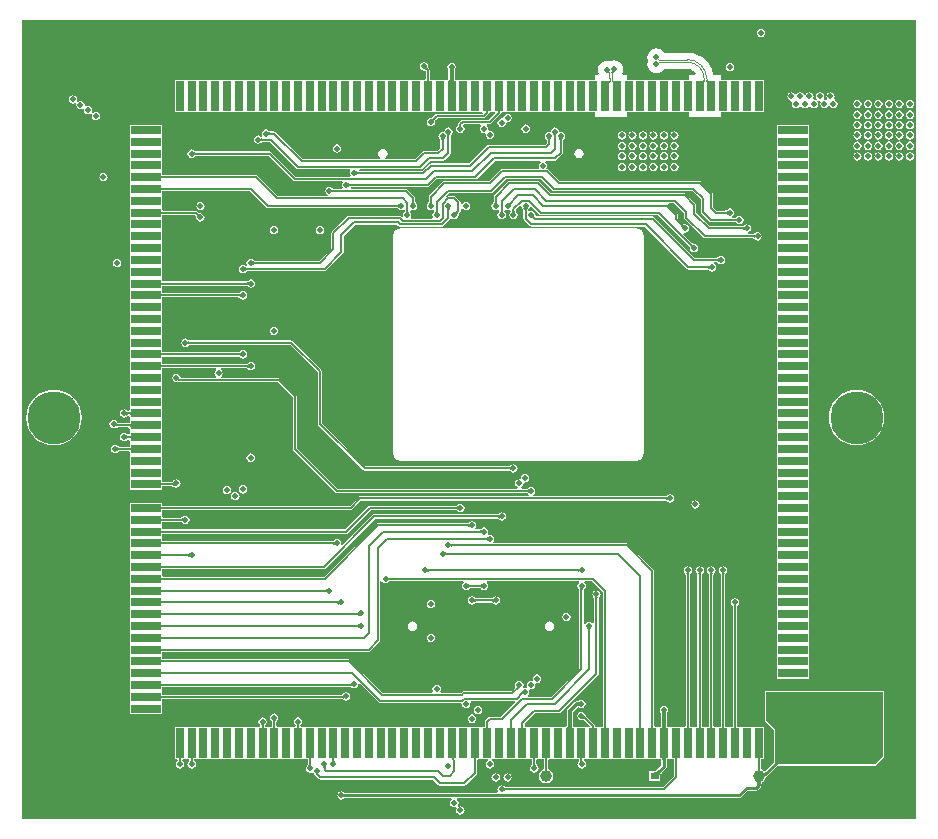
<source format=gbr>
G04 Layer_Physical_Order=1*
G04 Layer_Color=255*
%FSLAX45Y45*%
%MOMM*%
%TF.FileFunction,Copper,L1,Top,Signal*%
%TF.Part,Single*%
G01*
G75*
%TA.AperFunction,Conductor*%
%ADD10C,0.11700*%
%TA.AperFunction,SMDPad,CuDef*%
%ADD11R,2.50000X0.70000*%
%ADD12R,0.70000X2.50000*%
%ADD13R,0.80000X0.60000*%
%ADD14C,1.00000*%
%TA.AperFunction,Conductor*%
%ADD15C,0.15240*%
%ADD16C,0.30000*%
%ADD17C,0.50000*%
%ADD18C,0.25400*%
%TA.AperFunction,ViaPad*%
%ADD19C,4.50000*%
%ADD20C,0.50000*%
G36*
X4264291Y-1633691D02*
X-3302891D01*
Y5133491D01*
X4264291D01*
Y-1633691D01*
D02*
G37*
%LPC*%
G36*
X2951000Y5058949D02*
X2937281Y5056220D01*
X2925651Y5048449D01*
X2917880Y5036819D01*
X2915151Y5023100D01*
X2917880Y5009381D01*
X2925651Y4997751D01*
X2937281Y4989980D01*
X2951000Y4987251D01*
X2964719Y4989980D01*
X2976349Y4997751D01*
X2984120Y5009381D01*
X2986849Y5023100D01*
X2984120Y5036819D01*
X2976349Y5048449D01*
X2964719Y5056220D01*
X2951000Y5058949D01*
D02*
G37*
G36*
X2687800Y4767599D02*
X2674081Y4764870D01*
X2662451Y4757099D01*
X2654680Y4745469D01*
X2651951Y4731750D01*
X2654680Y4718031D01*
X2662451Y4706401D01*
X2674081Y4698630D01*
X2687800Y4695901D01*
X2701519Y4698630D01*
X2713149Y4706401D01*
X2720920Y4718031D01*
X2723649Y4731750D01*
X2720920Y4745469D01*
X2713149Y4757099D01*
X2701519Y4764870D01*
X2687800Y4767599D01*
D02*
G37*
G36*
X2065500Y4892284D02*
X2045712Y4889679D01*
X2027273Y4882041D01*
X2011439Y4869891D01*
X1999289Y4854057D01*
X1991651Y4835618D01*
X1989046Y4815830D01*
X1991651Y4796042D01*
X1995914Y4785750D01*
X1991651Y4775458D01*
X1989046Y4755670D01*
X1991651Y4735882D01*
X1999289Y4717443D01*
X2011439Y4701609D01*
X2027273Y4689459D01*
X2045712Y4681821D01*
X2065500Y4679216D01*
X2085288Y4681821D01*
X2103727Y4689459D01*
X2119561Y4701609D01*
X2131402Y4717040D01*
X2327787D01*
X2329528Y4717387D01*
X2350048Y4714685D01*
X2370792Y4706093D01*
X2378787Y4699958D01*
X2388198Y4692017D01*
X2388198D01*
X2396099Y4682589D01*
X2399313Y4678400D01*
X2395023Y4665700D01*
X2344900D01*
Y4625060D01*
X2288560D01*
X2285540Y4625061D01*
X2272840Y4625060D01*
X2188561D01*
X2185540Y4625060D01*
X2175860D01*
X2172840Y4625060D01*
X2088560D01*
X2085540Y4625060D01*
X2075860D01*
X2072840Y4625060D01*
X1988561D01*
X1985540Y4625060D01*
X1975860D01*
X1972840Y4625060D01*
X1888561D01*
X1885541Y4625060D01*
X1875860D01*
X1872840Y4625060D01*
X1816500D01*
Y4665700D01*
X1784032D01*
X1777780Y4678400D01*
X1783749Y4692812D01*
X1786354Y4712600D01*
X1783749Y4732388D01*
X1776111Y4750827D01*
X1763961Y4766661D01*
X1748127Y4778811D01*
X1729688Y4786449D01*
X1709900Y4789054D01*
X1690112Y4786449D01*
X1676460Y4780794D01*
X1666188Y4785049D01*
X1646400Y4787654D01*
X1626612Y4785049D01*
X1608173Y4777411D01*
X1592339Y4765261D01*
X1580189Y4749427D01*
X1572551Y4730988D01*
X1569946Y4711200D01*
X1572551Y4691412D01*
X1577941Y4678400D01*
X1570868Y4665700D01*
X1544900D01*
Y4625060D01*
X1488560D01*
X1485540Y4625060D01*
X1475860D01*
X1472840Y4625060D01*
X1388561D01*
X1385540Y4625060D01*
X1375860D01*
X1372840Y4625060D01*
X1288560D01*
X1285540Y4625060D01*
X1275860D01*
X1272840Y4625060D01*
X1188560D01*
X1185540Y4625060D01*
X1175860D01*
X1172840Y4625060D01*
X1088560D01*
X1085540Y4625060D01*
X1075860D01*
X1072840Y4625060D01*
X988560D01*
X975860Y4625061D01*
X972840Y4625060D01*
X888561D01*
X885540Y4625061D01*
X872840Y4625060D01*
X788561D01*
X785541Y4625060D01*
X775860D01*
X772840Y4625060D01*
X688560D01*
X685540Y4625060D01*
X675860D01*
X672840Y4625060D01*
X588560D01*
X585540Y4625060D01*
X575860D01*
X572840Y4625060D01*
X488560D01*
X485540Y4625060D01*
X475860D01*
X472840Y4625060D01*
X388561D01*
X385540Y4625060D01*
X375860D01*
X372840Y4625060D01*
X362720D01*
X361851Y4625532D01*
X360289Y4625696D01*
X360257Y4625708D01*
X360229Y4625727D01*
X359909Y4626071D01*
X359295Y4627076D01*
X358540Y4628921D01*
X357810Y4631633D01*
X357218Y4635184D01*
X356835Y4639525D01*
X356694Y4644885D01*
X356353Y4645649D01*
Y4696605D01*
X356695Y4697385D01*
X356672Y4697445D01*
X356697Y4697503D01*
X356721Y4700130D01*
X356908Y4704501D01*
X357246Y4707676D01*
X357398Y4708515D01*
X357506Y4708945D01*
X357592Y4709114D01*
X357602Y4709233D01*
X357635Y4709324D01*
X364221Y4719181D01*
X366949Y4732900D01*
X364221Y4746618D01*
X356450Y4758249D01*
X344819Y4766020D01*
X331101Y4768748D01*
X317382Y4766020D01*
X305752Y4758249D01*
X297981Y4746618D01*
X295252Y4732900D01*
X297981Y4719181D01*
X303728Y4710580D01*
X303719Y4710466D01*
X303834Y4710113D01*
X303840Y4709998D01*
X303932Y4709805D01*
X304048Y4709298D01*
X304166Y4708587D01*
X304682Y4700621D01*
X304704Y4698113D01*
X305047Y4697303D01*
Y4645649D01*
X304707Y4644885D01*
X304566Y4639525D01*
X304183Y4635184D01*
X303591Y4631634D01*
X302861Y4628921D01*
X302106Y4627076D01*
X301492Y4626071D01*
X301172Y4625727D01*
X301144Y4625708D01*
X301112Y4625696D01*
X299549Y4625532D01*
X298680Y4625060D01*
X288561D01*
X275860Y4625061D01*
X272840Y4625060D01*
X188560D01*
X185540Y4625061D01*
X172840Y4625060D01*
X149656D01*
X149542Y4625740D01*
X149381Y4627566D01*
X149314Y4630125D01*
X148829Y4631214D01*
Y4704700D01*
X147449Y4711638D01*
X143519Y4717519D01*
X138729Y4722308D01*
X138343Y4723371D01*
X137162Y4724661D01*
X136409Y4725648D01*
X135745Y4726701D01*
X135157Y4727850D01*
X134645Y4729108D01*
X134209Y4730498D01*
X133856Y4732039D01*
X133596Y4733737D01*
X133441Y4735606D01*
X133394Y4737967D01*
X133140Y4738547D01*
X130520Y4751719D01*
X122749Y4763349D01*
X111119Y4771120D01*
X97400Y4773849D01*
X83682Y4771120D01*
X72051Y4763349D01*
X64280Y4751719D01*
X61552Y4738000D01*
X64280Y4724281D01*
X72051Y4712651D01*
X83682Y4704880D01*
X96854Y4702260D01*
X97434Y4702006D01*
X99795Y4701960D01*
X101663Y4701804D01*
X103361Y4701545D01*
X104900Y4701192D01*
X106291Y4700756D01*
X107552Y4700243D01*
X108699Y4699655D01*
X109752Y4698992D01*
X110738Y4698239D01*
X112029Y4697057D01*
X112572Y4696860D01*
Y4637418D01*
X102421Y4625060D01*
X88560D01*
X85540Y4625060D01*
X75860D01*
X72840Y4625060D01*
X-11440D01*
X-24140Y4625061D01*
X-27160Y4625060D01*
X-111439D01*
X-114460Y4625061D01*
X-124140D01*
X-127160Y4625060D01*
X-211440D01*
X-214460Y4625061D01*
X-227160Y4625060D01*
X-311440D01*
X-314460Y4625060D01*
X-324140D01*
X-327160Y4625060D01*
X-411439D01*
X-414460Y4625060D01*
X-424140D01*
X-427160Y4625060D01*
X-511440D01*
X-514459Y4625060D01*
X-524140D01*
X-527160Y4625060D01*
X-611439D01*
X-614460Y4625060D01*
X-624140D01*
X-627160Y4625060D01*
X-711440D01*
X-714460Y4625060D01*
X-724140D01*
X-727160Y4625060D01*
X-811440D01*
X-814460Y4625060D01*
X-824140D01*
X-827160Y4625060D01*
X-911440D01*
X-914460Y4625060D01*
X-924140D01*
X-927160Y4625060D01*
X-1011439D01*
X-1014460Y4625060D01*
X-1024140D01*
X-1027160Y4625060D01*
X-1111439D01*
X-1124140Y4625061D01*
X-1127160Y4625060D01*
X-1211440D01*
X-1214460Y4625061D01*
X-1227160Y4625060D01*
X-1311440D01*
X-1314460Y4625060D01*
X-1324140D01*
X-1327160Y4625060D01*
X-1411439D01*
X-1414460Y4625060D01*
X-1424140D01*
X-1427160Y4625060D01*
X-1511440D01*
X-1514460Y4625060D01*
X-1524140D01*
X-1527160Y4625060D01*
X-1611439D01*
X-1614460Y4625060D01*
X-1624140D01*
X-1627160Y4625060D01*
X-1711440D01*
X-1714460Y4625060D01*
X-1724140D01*
X-1727160Y4625060D01*
X-1811440D01*
X-1814460Y4625060D01*
X-1824140D01*
X-1827160Y4625060D01*
X-1911439D01*
X-1914460Y4625060D01*
X-1924140D01*
X-1927160Y4625060D01*
X-2014460D01*
Y4354740D01*
X-1927160D01*
X-1924140Y4354740D01*
X-1914460D01*
X-1911439Y4354740D01*
X-1827160D01*
X-1824140Y4354740D01*
X-1814460D01*
X-1811440Y4354740D01*
X-1727160D01*
X-1724140Y4354740D01*
X-1714460D01*
X-1711440Y4354740D01*
X-1627160D01*
X-1624140Y4354740D01*
X-1614460D01*
X-1611439Y4354740D01*
X-1527160D01*
X-1524140Y4354740D01*
X-1514460D01*
X-1511440Y4354740D01*
X-1427160D01*
X-1424140Y4354740D01*
X-1414460D01*
X-1411439Y4354740D01*
X-1327160D01*
X-1324140Y4354740D01*
X-1314460D01*
X-1311440Y4354740D01*
X-1227160D01*
X-1224140Y4354740D01*
X-1211440Y4354740D01*
X-1127160D01*
X-1114460Y4354740D01*
X-1111440Y4354740D01*
X-1027160D01*
X-1024140Y4354740D01*
X-1014460D01*
X-1011439Y4354740D01*
X-927160D01*
X-924140Y4354740D01*
X-914460D01*
X-911440Y4354740D01*
X-827160D01*
X-824140Y4354740D01*
X-814460D01*
X-811440Y4354740D01*
X-727160D01*
X-724140Y4354740D01*
X-714460D01*
X-711440Y4354740D01*
X-627160D01*
X-624140Y4354740D01*
X-614460D01*
X-611439Y4354740D01*
X-527160D01*
X-524140Y4354740D01*
X-514459D01*
X-511440Y4354740D01*
X-427160D01*
X-424140Y4354740D01*
X-414460D01*
X-411439Y4354740D01*
X-327160D01*
X-324140Y4354740D01*
X-314460D01*
X-311440Y4354740D01*
X-227160D01*
X-224140Y4354740D01*
X-211440Y4354740D01*
X-127160D01*
X-124140Y4354740D01*
X-114460D01*
X-111439Y4354740D01*
X-27160D01*
X-14460Y4354740D01*
X-11440Y4354740D01*
X72840D01*
X75860Y4354740D01*
X85540D01*
X88560Y4354740D01*
X172840D01*
X175860Y4354740D01*
X188560Y4354740D01*
X272840D01*
X285540Y4354740D01*
X288560Y4354740D01*
X372840D01*
X375860Y4354740D01*
X385540D01*
X388561Y4354740D01*
X472840D01*
X475860Y4354740D01*
X485540D01*
X488560Y4354740D01*
X572840D01*
X575860Y4354740D01*
X585540D01*
X588275Y4354740D01*
X588821Y4354197D01*
X594653Y4342040D01*
X590921Y4337028D01*
X206150D01*
X199213Y4335648D01*
X193332Y4331719D01*
X171042Y4309429D01*
X169979Y4309043D01*
X168690Y4307862D01*
X167702Y4307108D01*
X166649Y4306445D01*
X165500Y4305857D01*
X164242Y4305344D01*
X162853Y4304908D01*
X161311Y4304555D01*
X159613Y4304296D01*
X157744Y4304140D01*
X155383Y4304094D01*
X154803Y4303840D01*
X141631Y4301220D01*
X130001Y4293449D01*
X122230Y4281819D01*
X119501Y4268100D01*
X122230Y4254381D01*
X130001Y4242751D01*
X141631Y4234980D01*
X155350Y4232251D01*
X169069Y4234980D01*
X180699Y4242751D01*
X188470Y4254381D01*
X191090Y4267553D01*
X191344Y4268133D01*
X191391Y4270494D01*
X191546Y4272363D01*
X191806Y4274061D01*
X192158Y4275600D01*
X192594Y4276990D01*
X193108Y4278251D01*
X193695Y4279399D01*
X194359Y4280452D01*
X195111Y4281438D01*
X196293Y4282729D01*
X196679Y4283792D01*
X213659Y4300772D01*
X605000D01*
X611938Y4302152D01*
X617819Y4306081D01*
X643519Y4331782D01*
X647449Y4337663D01*
X648829Y4344600D01*
X658981Y4354740D01*
X672840D01*
X675860Y4354740D01*
X685540D01*
X688560Y4354740D01*
X696974D01*
X702235Y4342040D01*
X646423Y4286228D01*
X424405D01*
X417468Y4284848D01*
X411586Y4280919D01*
X392156Y4261488D01*
X388227Y4255607D01*
X387343Y4251166D01*
X386362Y4248966D01*
X386308Y4246991D01*
X386182Y4245541D01*
X385995Y4244343D01*
X385771Y4243396D01*
X385537Y4242695D01*
X385330Y4242233D01*
X385172Y4241965D01*
X385079Y4241844D01*
X385041Y4241805D01*
X384440Y4241345D01*
X384057Y4240684D01*
X383351Y4240391D01*
X382920Y4239351D01*
X379626Y4237150D01*
X371855Y4225519D01*
X369126Y4211801D01*
X371855Y4198082D01*
X379626Y4186452D01*
X391256Y4178680D01*
X404975Y4175952D01*
X418694Y4178680D01*
X430324Y4186452D01*
X438095Y4198082D01*
X440824Y4211801D01*
X438095Y4225519D01*
X430324Y4237149D01*
X431435Y4246108D01*
X433131Y4248906D01*
X434378Y4249972D01*
X575981D01*
X579834Y4237272D01*
X579651Y4237150D01*
X571880Y4225519D01*
X569151Y4211801D01*
X571880Y4198082D01*
X579651Y4186452D01*
X591281Y4178680D01*
X605000Y4175952D01*
X610535Y4177053D01*
X620504Y4166087D01*
X619126Y4159156D01*
X621855Y4145437D01*
X629626Y4133807D01*
X641256Y4126036D01*
X654975Y4123307D01*
X668694Y4126036D01*
X680324Y4133807D01*
X688095Y4145437D01*
X690824Y4159156D01*
X688095Y4172875D01*
X680324Y4184505D01*
X668694Y4192276D01*
X654975Y4195005D01*
X649440Y4193904D01*
X639470Y4204870D01*
X640849Y4211801D01*
X638120Y4225519D01*
X630349Y4237150D01*
X630166Y4237272D01*
X634019Y4249972D01*
X653932D01*
X660870Y4251352D01*
X666751Y4255281D01*
X743519Y4332050D01*
X747449Y4337931D01*
X748829Y4344868D01*
X758981Y4354740D01*
X772840D01*
X775860Y4354740D01*
X785541D01*
X788561Y4354740D01*
X872840D01*
X875861Y4354740D01*
X888561Y4354740D01*
X972840D01*
X985540Y4354740D01*
X988560Y4354740D01*
X1072840D01*
X1075860Y4354740D01*
X1085540D01*
X1088560Y4354740D01*
X1172840D01*
X1175860Y4354740D01*
X1185540D01*
X1188560Y4354740D01*
X1272840D01*
X1275860Y4354740D01*
X1285540D01*
X1288560Y4354740D01*
X1372840D01*
X1375860Y4354740D01*
X1385540D01*
X1388561Y4354740D01*
X1472840D01*
X1475860Y4354740D01*
X1485540D01*
X1488560Y4354740D01*
X1544900D01*
Y4314100D01*
X1816500D01*
Y4354740D01*
X1872840D01*
X1875860Y4354740D01*
X1885541D01*
X1888561Y4354740D01*
X1972840D01*
X1975860Y4354740D01*
X1985540D01*
X1988561Y4354740D01*
X2072840D01*
X2075860Y4354740D01*
X2085540D01*
X2088560Y4354740D01*
X2172840D01*
X2175860Y4354740D01*
X2185540D01*
X2188561Y4354740D01*
X2272840D01*
X2275860Y4354740D01*
X2288560Y4354740D01*
X2344900D01*
Y4314100D01*
X2616500D01*
Y4354740D01*
X2672840D01*
X2685540Y4354740D01*
X2688560Y4354740D01*
X2772840D01*
X2775860Y4354740D01*
X2785540D01*
X2788560Y4354740D01*
X2872840D01*
X2875860Y4354740D01*
X2885540D01*
X2888560Y4354740D01*
X2975860D01*
Y4625060D01*
X2888560D01*
X2885540Y4625060D01*
X2875860D01*
X2872840Y4625060D01*
X2788560D01*
X2785540Y4625060D01*
X2775860D01*
X2772840Y4625060D01*
X2688561D01*
X2675860Y4625061D01*
X2672840Y4625060D01*
X2616500D01*
Y4665700D01*
X2546298D01*
X2545156Y4677288D01*
X2532734Y4718238D01*
X2512562Y4755979D01*
X2485786Y4788605D01*
X2485455Y4789100D01*
X2485297Y4789259D01*
X2484974Y4789475D01*
X2451542Y4816912D01*
X2413062Y4837479D01*
X2371310Y4850145D01*
X2328268Y4854384D01*
X2327889Y4854459D01*
X2131402D01*
X2119561Y4869891D01*
X2103727Y4882041D01*
X2085288Y4889679D01*
X2065500Y4892284D01*
D02*
G37*
G36*
X3538700Y4519849D02*
X3524981Y4517120D01*
X3513351Y4509349D01*
X3505580Y4497719D01*
X3502851Y4484000D01*
X3505580Y4470281D01*
X3510449Y4462994D01*
X3502121Y4454153D01*
X3501411Y4453661D01*
X3487900Y4456349D01*
X3481399Y4468005D01*
X3482920Y4470281D01*
X3485649Y4484000D01*
X3482920Y4497719D01*
X3475149Y4509349D01*
X3463519Y4517120D01*
X3449800Y4519849D01*
X3436081Y4517120D01*
X3424451Y4509349D01*
X3416680Y4497719D01*
X3413951Y4484000D01*
X3416680Y4470281D01*
X3421549Y4462994D01*
X3413222Y4454154D01*
X3412511Y4453661D01*
X3399000Y4456349D01*
X3392499Y4468005D01*
X3394020Y4470281D01*
X3396749Y4484000D01*
X3394020Y4497719D01*
X3386249Y4509349D01*
X3374619Y4517120D01*
X3360900Y4519849D01*
X3347181Y4517120D01*
X3335551Y4509349D01*
X3327780Y4497719D01*
X3327325Y4495429D01*
X3314376D01*
X3313920Y4497719D01*
X3306149Y4509349D01*
X3294519Y4517120D01*
X3280800Y4519849D01*
X3267081Y4517120D01*
X3255451Y4509349D01*
X3252291Y4504619D01*
X3237090D01*
X3233929Y4509349D01*
X3222299Y4517120D01*
X3208580Y4519849D01*
X3194861Y4517120D01*
X3183231Y4509349D01*
X3175460Y4497719D01*
X3172731Y4484000D01*
X3175460Y4470281D01*
X3183231Y4458651D01*
X3194861Y4450880D01*
X3208580Y4448151D01*
X3214989Y4436477D01*
X3213480Y4434219D01*
X3210751Y4420500D01*
X3213480Y4406781D01*
X3221251Y4395151D01*
X3232881Y4387380D01*
X3246600Y4384651D01*
X3260319Y4387380D01*
X3271949Y4395151D01*
X3277644Y4403674D01*
X3280729Y4404471D01*
X3288671D01*
X3291756Y4403674D01*
X3297451Y4395151D01*
X3309081Y4387380D01*
X3322800Y4384651D01*
X3336519Y4387380D01*
X3348149Y4395151D01*
X3353844Y4403674D01*
X3356929Y4404471D01*
X3364871D01*
X3367956Y4403674D01*
X3373651Y4395151D01*
X3385281Y4387380D01*
X3399000Y4384651D01*
X3412719Y4387380D01*
X3424349Y4395151D01*
X3432120Y4406781D01*
X3434849Y4420500D01*
X3432120Y4434219D01*
X3427251Y4441505D01*
X3435578Y4450346D01*
X3436289Y4450838D01*
X3449800Y4448151D01*
X3456301Y4436495D01*
X3454780Y4434219D01*
X3452051Y4420500D01*
X3454780Y4406781D01*
X3462551Y4395151D01*
X3474181Y4387380D01*
X3487900Y4384651D01*
X3501619Y4387380D01*
X3513249Y4395151D01*
X3518944Y4403674D01*
X3522029Y4404471D01*
X3529971D01*
X3533056Y4403674D01*
X3538751Y4395151D01*
X3550381Y4387380D01*
X3564100Y4384651D01*
X3577819Y4387380D01*
X3589449Y4395151D01*
X3597220Y4406781D01*
X3599949Y4420500D01*
X3597220Y4434219D01*
X3589449Y4445849D01*
X3577819Y4453620D01*
X3576180Y4453946D01*
X3570334Y4468058D01*
X3571820Y4470281D01*
X3574549Y4484000D01*
X3571820Y4497719D01*
X3564049Y4509349D01*
X3552419Y4517120D01*
X3538700Y4519849D01*
D02*
G37*
G36*
X4211800Y4457749D02*
X4198081Y4455020D01*
X4186451Y4447249D01*
X4178680Y4435619D01*
X4175951Y4421900D01*
X4178680Y4408181D01*
X4186451Y4396551D01*
X4198081Y4388780D01*
X4211800Y4386051D01*
X4225519Y4388780D01*
X4237149Y4396551D01*
X4244920Y4408181D01*
X4247649Y4421900D01*
X4244920Y4435619D01*
X4237149Y4447249D01*
X4225519Y4455020D01*
X4211800Y4457749D01*
D02*
G37*
G36*
X4122900D02*
X4109181Y4455020D01*
X4097551Y4447249D01*
X4089780Y4435619D01*
X4087051Y4421900D01*
X4089780Y4408181D01*
X4097551Y4396551D01*
X4109181Y4388780D01*
X4122900Y4386051D01*
X4136619Y4388780D01*
X4148249Y4396551D01*
X4156020Y4408181D01*
X4158749Y4421900D01*
X4156020Y4435619D01*
X4148249Y4447249D01*
X4136619Y4455020D01*
X4122900Y4457749D01*
D02*
G37*
G36*
X4034000D02*
X4020281Y4455020D01*
X4008651Y4447249D01*
X4000880Y4435619D01*
X3998151Y4421900D01*
X4000880Y4408181D01*
X4008651Y4396551D01*
X4020281Y4388780D01*
X4034000Y4386051D01*
X4047719Y4388780D01*
X4059349Y4396551D01*
X4067120Y4408181D01*
X4069849Y4421900D01*
X4067120Y4435619D01*
X4059349Y4447249D01*
X4047719Y4455020D01*
X4034000Y4457749D01*
D02*
G37*
G36*
X3945100D02*
X3931381Y4455020D01*
X3919751Y4447249D01*
X3911980Y4435619D01*
X3909251Y4421900D01*
X3911980Y4408181D01*
X3919751Y4396551D01*
X3931381Y4388780D01*
X3945100Y4386051D01*
X3958819Y4388780D01*
X3970449Y4396551D01*
X3978220Y4408181D01*
X3980949Y4421900D01*
X3978220Y4435619D01*
X3970449Y4447249D01*
X3958819Y4455020D01*
X3945100Y4457749D01*
D02*
G37*
G36*
X3856200D02*
X3842481Y4455020D01*
X3830851Y4447249D01*
X3823080Y4435619D01*
X3820351Y4421900D01*
X3823080Y4408181D01*
X3830851Y4396551D01*
X3842481Y4388780D01*
X3856200Y4386051D01*
X3869919Y4388780D01*
X3881549Y4396551D01*
X3889320Y4408181D01*
X3892049Y4421900D01*
X3889320Y4435619D01*
X3881549Y4447249D01*
X3869919Y4455020D01*
X3856200Y4457749D01*
D02*
G37*
G36*
X3767300D02*
X3753581Y4455020D01*
X3741951Y4447249D01*
X3734180Y4435619D01*
X3731451Y4421900D01*
X3734180Y4408181D01*
X3741951Y4396551D01*
X3753581Y4388780D01*
X3767300Y4386051D01*
X3781019Y4388780D01*
X3792649Y4396551D01*
X3800420Y4408181D01*
X3803149Y4421900D01*
X3800420Y4435619D01*
X3792649Y4447249D01*
X3781019Y4455020D01*
X3767300Y4457749D01*
D02*
G37*
G36*
X804975Y4338474D02*
X791256Y4335745D01*
X779626Y4327974D01*
X771855Y4316344D01*
X769126Y4302625D01*
X757281Y4297078D01*
X755084Y4297515D01*
X741365Y4294786D01*
X729735Y4287015D01*
X721964Y4275385D01*
X719235Y4261666D01*
X721964Y4247947D01*
X729735Y4236317D01*
X741365Y4228546D01*
X755084Y4225817D01*
X768802Y4228546D01*
X780433Y4236317D01*
X788204Y4247947D01*
X790932Y4261666D01*
X802778Y4267213D01*
X804975Y4266776D01*
X818694Y4269505D01*
X830324Y4277276D01*
X838095Y4288906D01*
X840824Y4302625D01*
X838095Y4316344D01*
X830324Y4327974D01*
X818694Y4335745D01*
X804975Y4338474D01*
D02*
G37*
G36*
X4211800Y4365849D02*
X4198081Y4363120D01*
X4186451Y4355349D01*
X4178680Y4343719D01*
X4175951Y4330000D01*
X4178680Y4316281D01*
X4186451Y4304651D01*
X4198081Y4296880D01*
X4211800Y4294151D01*
X4225519Y4296880D01*
X4237149Y4304651D01*
X4244920Y4316281D01*
X4247649Y4330000D01*
X4244920Y4343719D01*
X4237149Y4355349D01*
X4225519Y4363120D01*
X4211800Y4365849D01*
D02*
G37*
G36*
X4122900D02*
X4109181Y4363120D01*
X4097551Y4355349D01*
X4089780Y4343719D01*
X4087051Y4330000D01*
X4089780Y4316281D01*
X4097551Y4304651D01*
X4109181Y4296880D01*
X4122900Y4294151D01*
X4136619Y4296880D01*
X4148249Y4304651D01*
X4156020Y4316281D01*
X4158749Y4330000D01*
X4156020Y4343719D01*
X4148249Y4355349D01*
X4136619Y4363120D01*
X4122900Y4365849D01*
D02*
G37*
G36*
X4034000D02*
X4020281Y4363120D01*
X4008651Y4355349D01*
X4000880Y4343719D01*
X3998151Y4330000D01*
X4000880Y4316281D01*
X4008651Y4304651D01*
X4020281Y4296880D01*
X4034000Y4294151D01*
X4047719Y4296880D01*
X4059349Y4304651D01*
X4067120Y4316281D01*
X4069849Y4330000D01*
X4067120Y4343719D01*
X4059349Y4355349D01*
X4047719Y4363120D01*
X4034000Y4365849D01*
D02*
G37*
G36*
X3945100D02*
X3931381Y4363120D01*
X3919751Y4355349D01*
X3911980Y4343719D01*
X3909251Y4330000D01*
X3911980Y4316281D01*
X3919751Y4304651D01*
X3931381Y4296880D01*
X3945100Y4294151D01*
X3958819Y4296880D01*
X3970449Y4304651D01*
X3978220Y4316281D01*
X3980949Y4330000D01*
X3978220Y4343719D01*
X3970449Y4355349D01*
X3958819Y4363120D01*
X3945100Y4365849D01*
D02*
G37*
G36*
X3856200D02*
X3842481Y4363120D01*
X3830851Y4355349D01*
X3823080Y4343719D01*
X3820351Y4330000D01*
X3823080Y4316281D01*
X3830851Y4304651D01*
X3842481Y4296880D01*
X3856200Y4294151D01*
X3869919Y4296880D01*
X3881549Y4304651D01*
X3889320Y4316281D01*
X3892049Y4330000D01*
X3889320Y4343719D01*
X3881549Y4355349D01*
X3869919Y4363120D01*
X3856200Y4365849D01*
D02*
G37*
G36*
X3767300D02*
X3753581Y4363120D01*
X3741951Y4355349D01*
X3734180Y4343719D01*
X3731451Y4330000D01*
X3734180Y4316281D01*
X3741951Y4304651D01*
X3753581Y4296880D01*
X3767300Y4294151D01*
X3781019Y4296880D01*
X3792649Y4304651D01*
X3800420Y4316281D01*
X3803149Y4330000D01*
X3800420Y4343719D01*
X3792649Y4355349D01*
X3781019Y4363120D01*
X3767300Y4365849D01*
D02*
G37*
G36*
X-2876275Y4494474D02*
X-2889994Y4491745D01*
X-2901624Y4483974D01*
X-2909395Y4472344D01*
X-2912124Y4458625D01*
X-2909395Y4444906D01*
X-2901624Y4433276D01*
X-2889994Y4425505D01*
X-2876275Y4422776D01*
X-2862556Y4425505D01*
X-2855289Y4430361D01*
X-2852831Y4429153D01*
X-2844996Y4421964D01*
X-2847120Y4411285D01*
X-2844391Y4397567D01*
X-2836620Y4385936D01*
X-2824990Y4378165D01*
X-2811271Y4375437D01*
X-2797552Y4378165D01*
X-2792757Y4381369D01*
X-2781327Y4373732D01*
X-2782124Y4369725D01*
X-2779395Y4356006D01*
X-2771624Y4344376D01*
X-2759994Y4336605D01*
X-2746275Y4333876D01*
X-2732556Y4336605D01*
X-2723611Y4342582D01*
X-2720926Y4344375D01*
X-2711999Y4336229D01*
X-2714395Y4332644D01*
X-2717124Y4318925D01*
X-2714395Y4305206D01*
X-2706624Y4293576D01*
X-2694994Y4285805D01*
X-2681275Y4283076D01*
X-2667556Y4285805D01*
X-2655926Y4293576D01*
X-2648155Y4305206D01*
X-2645426Y4318925D01*
X-2648155Y4332644D01*
X-2655926Y4344274D01*
X-2667556Y4352045D01*
X-2681275Y4354774D01*
X-2694994Y4352045D01*
X-2703939Y4346068D01*
X-2706624Y4344275D01*
X-2715551Y4352420D01*
X-2713155Y4356006D01*
X-2710426Y4369725D01*
X-2713155Y4383444D01*
X-2720926Y4395074D01*
X-2732556Y4402845D01*
X-2746275Y4405574D01*
X-2759994Y4402845D01*
X-2764789Y4399641D01*
X-2776219Y4407278D01*
X-2775422Y4411285D01*
X-2778151Y4425004D01*
X-2785922Y4436634D01*
X-2797552Y4444405D01*
X-2811271Y4447134D01*
X-2824990Y4444405D01*
X-2832257Y4439549D01*
X-2834714Y4440757D01*
X-2842550Y4447946D01*
X-2840426Y4458625D01*
X-2843155Y4472344D01*
X-2850926Y4483974D01*
X-2862556Y4491745D01*
X-2876275Y4494474D01*
D02*
G37*
G36*
X4211800Y4278549D02*
X4198081Y4275820D01*
X4186451Y4268049D01*
X4178680Y4256419D01*
X4175951Y4242700D01*
X4178680Y4228981D01*
X4186451Y4217351D01*
X4198081Y4209580D01*
X4211800Y4206851D01*
X4225519Y4209580D01*
X4237149Y4217351D01*
X4244920Y4228981D01*
X4247649Y4242700D01*
X4244920Y4256419D01*
X4237149Y4268049D01*
X4225519Y4275820D01*
X4211800Y4278549D01*
D02*
G37*
G36*
X4122900D02*
X4109181Y4275820D01*
X4097551Y4268049D01*
X4089780Y4256419D01*
X4087051Y4242700D01*
X4089780Y4228981D01*
X4097551Y4217351D01*
X4109181Y4209580D01*
X4122900Y4206851D01*
X4136619Y4209580D01*
X4148249Y4217351D01*
X4156020Y4228981D01*
X4158749Y4242700D01*
X4156020Y4256419D01*
X4148249Y4268049D01*
X4136619Y4275820D01*
X4122900Y4278549D01*
D02*
G37*
G36*
X4034000D02*
X4020281Y4275820D01*
X4008651Y4268049D01*
X4000880Y4256419D01*
X3998151Y4242700D01*
X4000880Y4228981D01*
X4008651Y4217351D01*
X4020281Y4209580D01*
X4034000Y4206851D01*
X4047719Y4209580D01*
X4059349Y4217351D01*
X4067120Y4228981D01*
X4069849Y4242700D01*
X4067120Y4256419D01*
X4059349Y4268049D01*
X4047719Y4275820D01*
X4034000Y4278549D01*
D02*
G37*
G36*
X3945100D02*
X3931381Y4275820D01*
X3919751Y4268049D01*
X3911980Y4256419D01*
X3909251Y4242700D01*
X3911980Y4228981D01*
X3919751Y4217351D01*
X3931381Y4209580D01*
X3945100Y4206851D01*
X3958819Y4209580D01*
X3970449Y4217351D01*
X3978220Y4228981D01*
X3980949Y4242700D01*
X3978220Y4256419D01*
X3970449Y4268049D01*
X3958819Y4275820D01*
X3945100Y4278549D01*
D02*
G37*
G36*
X3856200D02*
X3842481Y4275820D01*
X3830851Y4268049D01*
X3823080Y4256419D01*
X3820351Y4242700D01*
X3823080Y4228981D01*
X3830851Y4217351D01*
X3842481Y4209580D01*
X3856200Y4206851D01*
X3869919Y4209580D01*
X3881549Y4217351D01*
X3889320Y4228981D01*
X3892049Y4242700D01*
X3889320Y4256419D01*
X3881549Y4268049D01*
X3869919Y4275820D01*
X3856200Y4278549D01*
D02*
G37*
G36*
X3767300D02*
X3753581Y4275820D01*
X3741951Y4268049D01*
X3734180Y4256419D01*
X3731451Y4242700D01*
X3734180Y4228981D01*
X3741951Y4217351D01*
X3753581Y4209580D01*
X3767300Y4206851D01*
X3781019Y4209580D01*
X3792649Y4217351D01*
X3800420Y4228981D01*
X3803149Y4242700D01*
X3800420Y4256419D01*
X3792649Y4268049D01*
X3781019Y4275820D01*
X3767300Y4278549D01*
D02*
G37*
G36*
X958060Y4247624D02*
X944342Y4244896D01*
X932711Y4237125D01*
X924940Y4225494D01*
X922212Y4211776D01*
X924940Y4198057D01*
X932711Y4186427D01*
X944342Y4178656D01*
X958060Y4175927D01*
X971779Y4178656D01*
X983409Y4186427D01*
X991180Y4198057D01*
X993909Y4211776D01*
X991180Y4225494D01*
X983409Y4237125D01*
X971779Y4244896D01*
X958060Y4247624D01*
D02*
G37*
G36*
X4211800Y4191049D02*
X4198081Y4188320D01*
X4186451Y4180549D01*
X4178680Y4168919D01*
X4175951Y4155200D01*
X4178680Y4141481D01*
X4186451Y4129851D01*
X4198081Y4122080D01*
X4211800Y4119351D01*
X4225519Y4122080D01*
X4237149Y4129851D01*
X4244920Y4141481D01*
X4247649Y4155200D01*
X4244920Y4168919D01*
X4237149Y4180549D01*
X4225519Y4188320D01*
X4211800Y4191049D01*
D02*
G37*
G36*
X4122900D02*
X4109181Y4188320D01*
X4097551Y4180549D01*
X4089780Y4168919D01*
X4087051Y4155200D01*
X4089780Y4141481D01*
X4097551Y4129851D01*
X4109181Y4122080D01*
X4122900Y4119351D01*
X4136619Y4122080D01*
X4148249Y4129851D01*
X4156020Y4141481D01*
X4158749Y4155200D01*
X4156020Y4168919D01*
X4148249Y4180549D01*
X4136619Y4188320D01*
X4122900Y4191049D01*
D02*
G37*
G36*
X4034000D02*
X4020281Y4188320D01*
X4008651Y4180549D01*
X4000880Y4168919D01*
X3998151Y4155200D01*
X4000880Y4141481D01*
X4008651Y4129851D01*
X4020281Y4122080D01*
X4034000Y4119351D01*
X4047719Y4122080D01*
X4059349Y4129851D01*
X4067120Y4141481D01*
X4069849Y4155200D01*
X4067120Y4168919D01*
X4059349Y4180549D01*
X4047719Y4188320D01*
X4034000Y4191049D01*
D02*
G37*
G36*
X3945100D02*
X3931381Y4188320D01*
X3919751Y4180549D01*
X3911980Y4168919D01*
X3909251Y4155200D01*
X3911980Y4141481D01*
X3919751Y4129851D01*
X3931381Y4122080D01*
X3945100Y4119351D01*
X3958819Y4122080D01*
X3970449Y4129851D01*
X3978220Y4141481D01*
X3980949Y4155200D01*
X3978220Y4168919D01*
X3970449Y4180549D01*
X3958819Y4188320D01*
X3945100Y4191049D01*
D02*
G37*
G36*
X3856200D02*
X3842481Y4188320D01*
X3830851Y4180549D01*
X3823080Y4168919D01*
X3820351Y4155200D01*
X3823080Y4141481D01*
X3830851Y4129851D01*
X3842481Y4122080D01*
X3856200Y4119351D01*
X3869919Y4122080D01*
X3881549Y4129851D01*
X3889320Y4141481D01*
X3892049Y4155200D01*
X3889320Y4168919D01*
X3881549Y4180549D01*
X3869919Y4188320D01*
X3856200Y4191049D01*
D02*
G37*
G36*
X3767300D02*
X3753581Y4188320D01*
X3741951Y4180549D01*
X3734180Y4168919D01*
X3731451Y4155200D01*
X3734180Y4141481D01*
X3741951Y4129851D01*
X3753581Y4122080D01*
X3767300Y4119351D01*
X3781019Y4122080D01*
X3792649Y4129851D01*
X3800420Y4141481D01*
X3803149Y4155200D01*
X3800420Y4168919D01*
X3792649Y4180549D01*
X3781019Y4188320D01*
X3767300Y4191049D01*
D02*
G37*
G36*
X2217900Y4189649D02*
X2204181Y4186920D01*
X2192551Y4179149D01*
X2184780Y4167519D01*
X2182051Y4153800D01*
X2184780Y4140081D01*
X2192551Y4128451D01*
X2204181Y4120680D01*
X2217900Y4117951D01*
X2231619Y4120680D01*
X2243249Y4128451D01*
X2251020Y4140081D01*
X2253749Y4153800D01*
X2251020Y4167519D01*
X2243249Y4179149D01*
X2231619Y4186920D01*
X2217900Y4189649D01*
D02*
G37*
G36*
X2129000D02*
X2115281Y4186920D01*
X2103651Y4179149D01*
X2095880Y4167519D01*
X2093151Y4153800D01*
X2095880Y4140081D01*
X2103651Y4128451D01*
X2115281Y4120680D01*
X2129000Y4117951D01*
X2142719Y4120680D01*
X2154349Y4128451D01*
X2162120Y4140081D01*
X2164849Y4153800D01*
X2162120Y4167519D01*
X2154349Y4179149D01*
X2142719Y4186920D01*
X2129000Y4189649D01*
D02*
G37*
G36*
X2040100D02*
X2026381Y4186920D01*
X2014751Y4179149D01*
X2006980Y4167519D01*
X2004251Y4153800D01*
X2006980Y4140081D01*
X2014751Y4128451D01*
X2026381Y4120680D01*
X2040100Y4117951D01*
X2053819Y4120680D01*
X2065449Y4128451D01*
X2073220Y4140081D01*
X2075949Y4153800D01*
X2073220Y4167519D01*
X2065449Y4179149D01*
X2053819Y4186920D01*
X2040100Y4189649D01*
D02*
G37*
G36*
X1951200D02*
X1937481Y4186920D01*
X1925851Y4179149D01*
X1918080Y4167519D01*
X1915351Y4153800D01*
X1918080Y4140081D01*
X1925851Y4128451D01*
X1937481Y4120680D01*
X1951200Y4117951D01*
X1964919Y4120680D01*
X1976549Y4128451D01*
X1984320Y4140081D01*
X1987049Y4153800D01*
X1984320Y4167519D01*
X1976549Y4179149D01*
X1964919Y4186920D01*
X1951200Y4189649D01*
D02*
G37*
G36*
X1862300D02*
X1848581Y4186920D01*
X1836951Y4179149D01*
X1829180Y4167519D01*
X1826451Y4153800D01*
X1829180Y4140081D01*
X1836951Y4128451D01*
X1848581Y4120680D01*
X1862300Y4117951D01*
X1876019Y4120680D01*
X1887649Y4128451D01*
X1895420Y4140081D01*
X1898149Y4153800D01*
X1895420Y4167519D01*
X1887649Y4179149D01*
X1876019Y4186920D01*
X1862300Y4189649D01*
D02*
G37*
G36*
X1773400D02*
X1759681Y4186920D01*
X1748051Y4179149D01*
X1740280Y4167519D01*
X1737551Y4153800D01*
X1740280Y4140081D01*
X1748051Y4128451D01*
X1759681Y4120680D01*
X1773400Y4117951D01*
X1787119Y4120680D01*
X1798749Y4128451D01*
X1806520Y4140081D01*
X1809249Y4153800D01*
X1806520Y4167519D01*
X1798749Y4179149D01*
X1787119Y4186920D01*
X1773400Y4189649D01*
D02*
G37*
G36*
X4211800Y4103749D02*
X4198081Y4101020D01*
X4186451Y4093249D01*
X4178680Y4081619D01*
X4175951Y4067900D01*
X4178680Y4054181D01*
X4186451Y4042551D01*
X4198081Y4034780D01*
X4211800Y4032051D01*
X4225519Y4034780D01*
X4237149Y4042551D01*
X4244920Y4054181D01*
X4247649Y4067900D01*
X4244920Y4081619D01*
X4237149Y4093249D01*
X4225519Y4101020D01*
X4211800Y4103749D01*
D02*
G37*
G36*
X4122900D02*
X4109181Y4101020D01*
X4097551Y4093249D01*
X4089780Y4081619D01*
X4087051Y4067900D01*
X4089780Y4054181D01*
X4097551Y4042551D01*
X4109181Y4034780D01*
X4122900Y4032051D01*
X4136619Y4034780D01*
X4148249Y4042551D01*
X4156020Y4054181D01*
X4158749Y4067900D01*
X4156020Y4081619D01*
X4148249Y4093249D01*
X4136619Y4101020D01*
X4122900Y4103749D01*
D02*
G37*
G36*
X4034000D02*
X4020281Y4101020D01*
X4008651Y4093249D01*
X4000880Y4081619D01*
X3998151Y4067900D01*
X4000880Y4054181D01*
X4008651Y4042551D01*
X4020281Y4034780D01*
X4034000Y4032051D01*
X4047719Y4034780D01*
X4059349Y4042551D01*
X4067120Y4054181D01*
X4069849Y4067900D01*
X4067120Y4081619D01*
X4059349Y4093249D01*
X4047719Y4101020D01*
X4034000Y4103749D01*
D02*
G37*
G36*
X3945100D02*
X3931381Y4101020D01*
X3919751Y4093249D01*
X3911980Y4081619D01*
X3909251Y4067900D01*
X3911980Y4054181D01*
X3919751Y4042551D01*
X3931381Y4034780D01*
X3945100Y4032051D01*
X3958819Y4034780D01*
X3970449Y4042551D01*
X3978220Y4054181D01*
X3980949Y4067900D01*
X3978220Y4081619D01*
X3970449Y4093249D01*
X3958819Y4101020D01*
X3945100Y4103749D01*
D02*
G37*
G36*
X3856200D02*
X3842481Y4101020D01*
X3830851Y4093249D01*
X3823080Y4081619D01*
X3820351Y4067900D01*
X3823080Y4054181D01*
X3830851Y4042551D01*
X3842481Y4034780D01*
X3856200Y4032051D01*
X3869919Y4034780D01*
X3881549Y4042551D01*
X3889320Y4054181D01*
X3892049Y4067900D01*
X3889320Y4081619D01*
X3881549Y4093249D01*
X3869919Y4101020D01*
X3856200Y4103749D01*
D02*
G37*
G36*
X3767300D02*
X3753581Y4101020D01*
X3741951Y4093249D01*
X3734180Y4081619D01*
X3731451Y4067900D01*
X3734180Y4054181D01*
X3741951Y4042551D01*
X3753581Y4034780D01*
X3767300Y4032051D01*
X3781019Y4034780D01*
X3792649Y4042551D01*
X3800420Y4054181D01*
X3803149Y4067900D01*
X3800420Y4081619D01*
X3792649Y4093249D01*
X3781019Y4101020D01*
X3767300Y4103749D01*
D02*
G37*
G36*
X2217900Y4102149D02*
X2204181Y4099420D01*
X2192551Y4091649D01*
X2184780Y4080019D01*
X2182051Y4066300D01*
X2184780Y4052581D01*
X2192551Y4040951D01*
X2204181Y4033180D01*
X2217900Y4030451D01*
X2231619Y4033180D01*
X2243249Y4040951D01*
X2251020Y4052581D01*
X2253749Y4066300D01*
X2251020Y4080019D01*
X2243249Y4091649D01*
X2231619Y4099420D01*
X2217900Y4102149D01*
D02*
G37*
G36*
X2129000D02*
X2115281Y4099420D01*
X2103651Y4091649D01*
X2095880Y4080019D01*
X2093151Y4066300D01*
X2095880Y4052581D01*
X2103651Y4040951D01*
X2115281Y4033180D01*
X2129000Y4030451D01*
X2142719Y4033180D01*
X2154349Y4040951D01*
X2162120Y4052581D01*
X2164849Y4066300D01*
X2162120Y4080019D01*
X2154349Y4091649D01*
X2142719Y4099420D01*
X2129000Y4102149D01*
D02*
G37*
G36*
X2040100D02*
X2026381Y4099420D01*
X2014751Y4091649D01*
X2006980Y4080019D01*
X2004251Y4066300D01*
X2006980Y4052581D01*
X2014751Y4040951D01*
X2026381Y4033180D01*
X2040100Y4030451D01*
X2053819Y4033180D01*
X2065449Y4040951D01*
X2073220Y4052581D01*
X2075949Y4066300D01*
X2073220Y4080019D01*
X2065449Y4091649D01*
X2053819Y4099420D01*
X2040100Y4102149D01*
D02*
G37*
G36*
X1951200D02*
X1937481Y4099420D01*
X1925851Y4091649D01*
X1918080Y4080019D01*
X1915351Y4066300D01*
X1918080Y4052581D01*
X1925851Y4040951D01*
X1937481Y4033180D01*
X1951200Y4030451D01*
X1964919Y4033180D01*
X1976549Y4040951D01*
X1984320Y4052581D01*
X1987049Y4066300D01*
X1984320Y4080019D01*
X1976549Y4091649D01*
X1964919Y4099420D01*
X1951200Y4102149D01*
D02*
G37*
G36*
X1862300D02*
X1848581Y4099420D01*
X1836951Y4091649D01*
X1829180Y4080019D01*
X1826451Y4066300D01*
X1829180Y4052581D01*
X1836951Y4040951D01*
X1848581Y4033180D01*
X1862300Y4030451D01*
X1876019Y4033180D01*
X1887649Y4040951D01*
X1895420Y4052581D01*
X1898149Y4066300D01*
X1895420Y4080019D01*
X1887649Y4091649D01*
X1876019Y4099420D01*
X1862300Y4102149D01*
D02*
G37*
G36*
X1773400D02*
X1759681Y4099420D01*
X1748051Y4091649D01*
X1740280Y4080019D01*
X1737551Y4066300D01*
X1740280Y4052581D01*
X1748051Y4040951D01*
X1759681Y4033180D01*
X1773400Y4030451D01*
X1787119Y4033180D01*
X1798749Y4040951D01*
X1806520Y4052581D01*
X1809249Y4066300D01*
X1806520Y4080019D01*
X1798749Y4091649D01*
X1787119Y4099420D01*
X1773400Y4102149D01*
D02*
G37*
G36*
X-639500Y4078423D02*
X-653219Y4075695D01*
X-664849Y4067924D01*
X-672620Y4056293D01*
X-675349Y4042575D01*
X-672620Y4028856D01*
X-664849Y4017226D01*
X-653219Y4009455D01*
X-639500Y4006726D01*
X-625781Y4009455D01*
X-614151Y4017226D01*
X-606380Y4028856D01*
X-603651Y4042575D01*
X-606380Y4056293D01*
X-614151Y4067924D01*
X-625781Y4075695D01*
X-639500Y4078423D01*
D02*
G37*
G36*
X1409950Y4040947D02*
X1394280Y4037830D01*
X1380996Y4028954D01*
X1372120Y4015670D01*
X1369003Y4000000D01*
X1372120Y3984330D01*
X1380996Y3971046D01*
X1394280Y3962170D01*
X1409950Y3959053D01*
X1425620Y3962170D01*
X1438904Y3971046D01*
X1447780Y3984330D01*
X1450897Y4000000D01*
X1447780Y4015670D01*
X1438904Y4028954D01*
X1425620Y4037830D01*
X1409950Y4040947D01*
D02*
G37*
G36*
X2217900Y4014849D02*
X2204181Y4012120D01*
X2192551Y4004349D01*
X2184780Y3992719D01*
X2182051Y3979000D01*
X2184780Y3965281D01*
X2192551Y3953651D01*
X2204181Y3945880D01*
X2217900Y3943151D01*
X2231619Y3945880D01*
X2243249Y3953651D01*
X2251020Y3965281D01*
X2253749Y3979000D01*
X2251020Y3992719D01*
X2243249Y4004349D01*
X2231619Y4012120D01*
X2217900Y4014849D01*
D02*
G37*
G36*
X2129000D02*
X2115281Y4012120D01*
X2103651Y4004349D01*
X2095880Y3992719D01*
X2093151Y3979000D01*
X2095880Y3965281D01*
X2103651Y3953651D01*
X2115281Y3945880D01*
X2129000Y3943151D01*
X2142719Y3945880D01*
X2154349Y3953651D01*
X2162120Y3965281D01*
X2164849Y3979000D01*
X2162120Y3992719D01*
X2154349Y4004349D01*
X2142719Y4012120D01*
X2129000Y4014849D01*
D02*
G37*
G36*
X2040100D02*
X2026381Y4012120D01*
X2014751Y4004349D01*
X2006980Y3992719D01*
X2004251Y3979000D01*
X2006980Y3965281D01*
X2014751Y3953651D01*
X2026381Y3945880D01*
X2040100Y3943151D01*
X2053819Y3945880D01*
X2065449Y3953651D01*
X2073220Y3965281D01*
X2075949Y3979000D01*
X2073220Y3992719D01*
X2065449Y4004349D01*
X2053819Y4012120D01*
X2040100Y4014849D01*
D02*
G37*
G36*
X1951200D02*
X1937481Y4012120D01*
X1925851Y4004349D01*
X1918080Y3992719D01*
X1915351Y3979000D01*
X1918080Y3965281D01*
X1925851Y3953651D01*
X1937481Y3945880D01*
X1951200Y3943151D01*
X1964919Y3945880D01*
X1976549Y3953651D01*
X1984320Y3965281D01*
X1987049Y3979000D01*
X1984320Y3992719D01*
X1976549Y4004349D01*
X1964919Y4012120D01*
X1951200Y4014849D01*
D02*
G37*
G36*
X1862300D02*
X1848581Y4012120D01*
X1836951Y4004349D01*
X1829180Y3992719D01*
X1826451Y3979000D01*
X1829180Y3965281D01*
X1836951Y3953651D01*
X1848581Y3945880D01*
X1862300Y3943151D01*
X1876019Y3945880D01*
X1887649Y3953651D01*
X1895420Y3965281D01*
X1898149Y3979000D01*
X1895420Y3992719D01*
X1887649Y4004349D01*
X1876019Y4012120D01*
X1862300Y4014849D01*
D02*
G37*
G36*
X1773400D02*
X1759681Y4012120D01*
X1748051Y4004349D01*
X1740280Y3992719D01*
X1737551Y3979000D01*
X1740280Y3965281D01*
X1748051Y3953651D01*
X1759681Y3945880D01*
X1773400Y3943151D01*
X1787119Y3945880D01*
X1798749Y3953651D01*
X1806520Y3965281D01*
X1809249Y3979000D01*
X1806520Y3992719D01*
X1798749Y4004349D01*
X1787119Y4012120D01*
X1773400Y4014849D01*
D02*
G37*
G36*
X4211800Y4011849D02*
X4198081Y4009120D01*
X4186451Y4001349D01*
X4178680Y3989719D01*
X4175951Y3976000D01*
X4178680Y3962281D01*
X4186451Y3950651D01*
X4198081Y3942880D01*
X4211800Y3940151D01*
X4225519Y3942880D01*
X4237149Y3950651D01*
X4244920Y3962281D01*
X4247649Y3976000D01*
X4244920Y3989719D01*
X4237149Y4001349D01*
X4225519Y4009120D01*
X4211800Y4011849D01*
D02*
G37*
G36*
X4122900D02*
X4109181Y4009120D01*
X4097551Y4001349D01*
X4089780Y3989719D01*
X4087051Y3976000D01*
X4089780Y3962281D01*
X4097551Y3950651D01*
X4109181Y3942880D01*
X4122900Y3940151D01*
X4136619Y3942880D01*
X4148249Y3950651D01*
X4156020Y3962281D01*
X4158749Y3976000D01*
X4156020Y3989719D01*
X4148249Y4001349D01*
X4136619Y4009120D01*
X4122900Y4011849D01*
D02*
G37*
G36*
X4034000D02*
X4020281Y4009120D01*
X4008651Y4001349D01*
X4000880Y3989719D01*
X3998151Y3976000D01*
X4000880Y3962281D01*
X4008651Y3950651D01*
X4020281Y3942880D01*
X4034000Y3940151D01*
X4047719Y3942880D01*
X4059349Y3950651D01*
X4067120Y3962281D01*
X4069849Y3976000D01*
X4067120Y3989719D01*
X4059349Y4001349D01*
X4047719Y4009120D01*
X4034000Y4011849D01*
D02*
G37*
G36*
X3945100D02*
X3931381Y4009120D01*
X3919751Y4001349D01*
X3911980Y3989719D01*
X3909251Y3976000D01*
X3911980Y3962281D01*
X3919751Y3950651D01*
X3931381Y3942880D01*
X3945100Y3940151D01*
X3958819Y3942880D01*
X3970449Y3950651D01*
X3978220Y3962281D01*
X3980949Y3976000D01*
X3978220Y3989719D01*
X3970449Y4001349D01*
X3958819Y4009120D01*
X3945100Y4011849D01*
D02*
G37*
G36*
X3856200D02*
X3842481Y4009120D01*
X3830851Y4001349D01*
X3823080Y3989719D01*
X3820351Y3976000D01*
X3823080Y3962281D01*
X3830851Y3950651D01*
X3842481Y3942880D01*
X3856200Y3940151D01*
X3869919Y3942880D01*
X3881549Y3950651D01*
X3889320Y3962281D01*
X3892049Y3976000D01*
X3889320Y3989719D01*
X3881549Y4001349D01*
X3869919Y4009120D01*
X3856200Y4011849D01*
D02*
G37*
G36*
X3767300D02*
X3753581Y4009120D01*
X3741951Y4001349D01*
X3734180Y3989719D01*
X3731451Y3976000D01*
X3734180Y3962281D01*
X3741951Y3950651D01*
X3753581Y3942880D01*
X3767300Y3940151D01*
X3781019Y3942880D01*
X3792649Y3950651D01*
X3800420Y3962281D01*
X3803149Y3976000D01*
X3800420Y3989719D01*
X3792649Y4001349D01*
X3781019Y4009120D01*
X3767300Y4011849D01*
D02*
G37*
G36*
X2217900Y3922949D02*
X2204181Y3920220D01*
X2192551Y3912449D01*
X2184780Y3900819D01*
X2182051Y3887100D01*
X2184780Y3873381D01*
X2192551Y3861751D01*
X2204181Y3853980D01*
X2217900Y3851251D01*
X2231619Y3853980D01*
X2243249Y3861751D01*
X2251020Y3873381D01*
X2253749Y3887100D01*
X2251020Y3900819D01*
X2243249Y3912449D01*
X2231619Y3920220D01*
X2217900Y3922949D01*
D02*
G37*
G36*
X2129000D02*
X2115281Y3920220D01*
X2103651Y3912449D01*
X2095880Y3900819D01*
X2093151Y3887100D01*
X2095880Y3873381D01*
X2103651Y3861751D01*
X2115281Y3853980D01*
X2129000Y3851251D01*
X2142719Y3853980D01*
X2154349Y3861751D01*
X2162120Y3873381D01*
X2164849Y3887100D01*
X2162120Y3900819D01*
X2154349Y3912449D01*
X2142719Y3920220D01*
X2129000Y3922949D01*
D02*
G37*
G36*
X2040100D02*
X2026381Y3920220D01*
X2014751Y3912449D01*
X2006980Y3900819D01*
X2004251Y3887100D01*
X2006980Y3873381D01*
X2014751Y3861751D01*
X2026381Y3853980D01*
X2040100Y3851251D01*
X2053819Y3853980D01*
X2065449Y3861751D01*
X2073220Y3873381D01*
X2075949Y3887100D01*
X2073220Y3900819D01*
X2065449Y3912449D01*
X2053819Y3920220D01*
X2040100Y3922949D01*
D02*
G37*
G36*
X1951200D02*
X1937481Y3920220D01*
X1925851Y3912449D01*
X1918080Y3900819D01*
X1915351Y3887100D01*
X1918080Y3873381D01*
X1925851Y3861751D01*
X1937481Y3853980D01*
X1951200Y3851251D01*
X1964919Y3853980D01*
X1976549Y3861751D01*
X1984320Y3873381D01*
X1987049Y3887100D01*
X1984320Y3900819D01*
X1976549Y3912449D01*
X1964919Y3920220D01*
X1951200Y3922949D01*
D02*
G37*
G36*
X1862300D02*
X1848581Y3920220D01*
X1836951Y3912449D01*
X1829180Y3900819D01*
X1826451Y3887100D01*
X1829180Y3873381D01*
X1836951Y3861751D01*
X1848581Y3853980D01*
X1862300Y3851251D01*
X1876019Y3853980D01*
X1887649Y3861751D01*
X1895420Y3873381D01*
X1898149Y3887100D01*
X1895420Y3900819D01*
X1887649Y3912449D01*
X1876019Y3920220D01*
X1862300Y3922949D01*
D02*
G37*
G36*
X1773400D02*
X1759681Y3920220D01*
X1748051Y3912449D01*
X1740280Y3900819D01*
X1737551Y3887100D01*
X1740280Y3873381D01*
X1748051Y3861751D01*
X1759681Y3853980D01*
X1773400Y3851251D01*
X1787119Y3853980D01*
X1798749Y3861751D01*
X1806520Y3873381D01*
X1809249Y3887100D01*
X1806520Y3900819D01*
X1798749Y3912449D01*
X1787119Y3920220D01*
X1773400Y3922949D01*
D02*
G37*
G36*
X-2616288Y3835774D02*
X-2630006Y3833045D01*
X-2641637Y3825274D01*
X-2649408Y3813644D01*
X-2652136Y3799925D01*
X-2649408Y3786207D01*
X-2641637Y3774576D01*
X-2630006Y3766805D01*
X-2616288Y3764077D01*
X-2602569Y3766805D01*
X-2590939Y3774576D01*
X-2583168Y3786207D01*
X-2580439Y3799925D01*
X-2583168Y3813644D01*
X-2590939Y3825274D01*
X-2602569Y3833045D01*
X-2616288Y3835774D01*
D02*
G37*
G36*
X-1795300Y3590138D02*
X-1809019Y3587409D01*
X-1820649Y3579638D01*
X-1828420Y3568008D01*
X-1831149Y3554289D01*
X-1828420Y3540570D01*
X-1820649Y3528940D01*
X-1809019Y3521169D01*
X-1795300Y3518440D01*
X-1781581Y3521169D01*
X-1769951Y3528940D01*
X-1762180Y3540570D01*
X-1759451Y3554289D01*
X-1762180Y3568008D01*
X-1769951Y3579638D01*
X-1781581Y3587409D01*
X-1795300Y3590138D01*
D02*
G37*
G36*
X-2124140Y4245060D02*
X-2394460D01*
Y4157760D01*
X-2394460Y4154740D01*
X-2394460Y4142040D01*
Y4057760D01*
X-2394460Y4045060D01*
X-2394460Y4042040D01*
Y3957760D01*
X-2394460Y3954740D01*
Y3945060D01*
X-2394460Y3942040D01*
Y3857760D01*
X-2394460Y3854740D01*
Y3845060D01*
X-2394460Y3842040D01*
Y3754741D01*
X-2394460D01*
Y3745060D01*
X-2394460D01*
Y3657760D01*
X-2394460Y3654740D01*
Y3645060D01*
X-2394460Y3642040D01*
Y3557760D01*
X-2394460Y3554740D01*
Y3545060D01*
X-2394460Y3542040D01*
Y3457760D01*
X-2394460Y3454740D01*
X-2394460Y3442040D01*
Y3357760D01*
X-2394460Y3345060D01*
X-2394460Y3342040D01*
Y3257760D01*
X-2394460Y3254740D01*
Y3245060D01*
X-2394460Y3242040D01*
Y3157761D01*
X-2394460Y3154740D01*
Y3145060D01*
X-2394460Y3142040D01*
Y3057760D01*
X-2394460Y3054740D01*
Y3045060D01*
X-2394460Y3042040D01*
Y2957760D01*
X-2394460Y2954740D01*
Y2945060D01*
X-2394460Y2942040D01*
Y2857760D01*
X-2394460Y2854740D01*
Y2845060D01*
X-2394460Y2842040D01*
Y2757760D01*
X-2394460Y2754740D01*
X-2394460Y2742040D01*
Y2657761D01*
X-2394460Y2645060D01*
X-2394460Y2642040D01*
Y2557760D01*
X-2394460Y2554741D01*
Y2545060D01*
X-2394460Y2542040D01*
Y2457760D01*
X-2394460Y2454740D01*
Y2445060D01*
X-2394460Y2442040D01*
Y2357760D01*
X-2394460Y2354740D01*
Y2345060D01*
X-2394460Y2342040D01*
Y2257760D01*
X-2394460Y2254740D01*
Y2245060D01*
X-2394460Y2242040D01*
Y2157760D01*
X-2394460Y2154740D01*
Y2145060D01*
X-2394460Y2142040D01*
Y2057760D01*
X-2394460Y2054740D01*
X-2394460Y2042040D01*
Y1957760D01*
X-2394460Y1945060D01*
X-2394460Y1942040D01*
Y1857760D01*
X-2394460Y1854740D01*
Y1845060D01*
X-2394460Y1842040D01*
Y1829199D01*
X-2396206Y1826356D01*
X-2398241Y1823952D01*
X-2398871Y1823384D01*
X-2400065Y1822567D01*
X-2406432Y1819446D01*
X-2407683Y1819973D01*
X-2408973Y1820648D01*
X-2410312Y1821488D01*
X-2411694Y1822505D01*
X-2413125Y1823717D01*
X-2414825Y1825353D01*
X-2415400Y1825578D01*
X-2426594Y1833058D01*
X-2440312Y1835786D01*
X-2454031Y1833058D01*
X-2465661Y1825286D01*
X-2473432Y1813656D01*
X-2476161Y1799937D01*
X-2473432Y1786219D01*
X-2465661Y1774589D01*
X-2454031Y1766817D01*
X-2440312Y1764089D01*
X-2426594Y1766817D01*
X-2415453Y1774261D01*
X-2414851Y1774497D01*
X-2413148Y1776132D01*
X-2411715Y1777343D01*
X-2410329Y1778361D01*
X-2408987Y1779202D01*
X-2407695Y1779877D01*
X-2406442Y1780405D01*
X-2400090Y1777298D01*
X-2398866Y1776462D01*
X-2398255Y1775912D01*
X-2396205Y1773493D01*
X-2394460Y1770657D01*
Y1757760D01*
X-2394460Y1754740D01*
X-2394460Y1742040D01*
Y1718855D01*
X-2395139Y1718742D01*
X-2396966Y1718581D01*
X-2399524Y1718513D01*
X-2400613Y1718028D01*
X-2488852D01*
X-2489384Y1718363D01*
X-2497761Y1725351D01*
X-2505532Y1736981D01*
X-2517162Y1744752D01*
X-2530881Y1747481D01*
X-2544600Y1744752D01*
X-2556230Y1736981D01*
X-2564001Y1725351D01*
X-2566730Y1711632D01*
X-2564001Y1697913D01*
X-2556230Y1686283D01*
X-2544600Y1678512D01*
X-2530881Y1675783D01*
X-2521049Y1677739D01*
X-2519187Y1677590D01*
X-2519167Y1677607D01*
X-2519142Y1677605D01*
X-2516915Y1678335D01*
X-2515000Y1678877D01*
X-2507586Y1680367D01*
X-2505378Y1680655D01*
X-2496666Y1681246D01*
X-2493665Y1681284D01*
X-2492528Y1681772D01*
X-2406817D01*
X-2394460Y1671621D01*
Y1657760D01*
X-2394460Y1654740D01*
Y1645060D01*
X-2394460Y1642040D01*
Y1629199D01*
X-2396206Y1626356D01*
X-2398241Y1623952D01*
X-2398871Y1623384D01*
X-2400065Y1622567D01*
X-2406432Y1619446D01*
X-2407683Y1619973D01*
X-2408973Y1620648D01*
X-2410312Y1621488D01*
X-2411694Y1622505D01*
X-2413125Y1623717D01*
X-2414825Y1625353D01*
X-2415400Y1625578D01*
X-2426594Y1633058D01*
X-2440312Y1635786D01*
X-2454031Y1633058D01*
X-2465661Y1625287D01*
X-2473432Y1613656D01*
X-2476161Y1599938D01*
X-2473432Y1586219D01*
X-2465661Y1574589D01*
X-2454031Y1566818D01*
X-2440312Y1564089D01*
X-2426594Y1566818D01*
X-2415453Y1574261D01*
X-2414851Y1574497D01*
X-2413148Y1576132D01*
X-2411715Y1577343D01*
X-2410329Y1578362D01*
X-2408987Y1579203D01*
X-2407695Y1579877D01*
X-2406442Y1580405D01*
X-2400090Y1577298D01*
X-2398866Y1576462D01*
X-2398255Y1575913D01*
X-2396205Y1573493D01*
X-2394460Y1570657D01*
Y1557760D01*
X-2394460Y1545060D01*
X-2394460Y1542040D01*
Y1518855D01*
X-2395140Y1518742D01*
X-2396966Y1518581D01*
X-2399524Y1518514D01*
X-2400614Y1518028D01*
X-2475914D01*
X-2476938Y1518507D01*
X-2478685Y1518584D01*
X-2479915Y1518749D01*
X-2481128Y1519025D01*
X-2482357Y1519421D01*
X-2483607Y1519948D01*
X-2484898Y1520623D01*
X-2486237Y1521463D01*
X-2487619Y1522480D01*
X-2489050Y1523692D01*
X-2490750Y1525328D01*
X-2491324Y1525553D01*
X-2502518Y1533033D01*
X-2516237Y1535761D01*
X-2529956Y1533033D01*
X-2541586Y1525262D01*
X-2549357Y1513631D01*
X-2552086Y1499913D01*
X-2549357Y1486194D01*
X-2541586Y1474564D01*
X-2529956Y1466793D01*
X-2516237Y1464064D01*
X-2502518Y1466793D01*
X-2491378Y1474236D01*
X-2490776Y1474472D01*
X-2489072Y1476107D01*
X-2487640Y1477318D01*
X-2486254Y1478337D01*
X-2484912Y1479178D01*
X-2483620Y1479852D01*
X-2482367Y1480380D01*
X-2481141Y1480775D01*
X-2479922Y1481052D01*
X-2478695Y1481216D01*
X-2476946Y1481294D01*
X-2475922Y1481772D01*
X-2406817D01*
X-2394460Y1471621D01*
Y1457760D01*
X-2394460Y1454740D01*
Y1445060D01*
X-2394460Y1442040D01*
Y1357760D01*
X-2394460Y1354740D01*
Y1345060D01*
X-2394460Y1342040D01*
Y1257760D01*
X-2394460Y1254740D01*
Y1245060D01*
X-2394460Y1242040D01*
Y1154740D01*
X-2124140D01*
Y1180966D01*
X-2123600Y1181055D01*
X-2121703Y1181219D01*
X-2119081Y1181286D01*
X-2117990Y1181772D01*
X-2034823D01*
X-2033759Y1181289D01*
X-2032052Y1181232D01*
X-2030620Y1181091D01*
X-2029078Y1180846D01*
X-2027563Y1180517D01*
X-2023700Y1179361D01*
X-2021968Y1178712D01*
X-2017572Y1176752D01*
X-2015269Y1175573D01*
X-2013959Y1175468D01*
X-2012219Y1174305D01*
X-1998500Y1171576D01*
X-1984781Y1174305D01*
X-1973151Y1182076D01*
X-1965380Y1193706D01*
X-1962651Y1207425D01*
X-1965380Y1221144D01*
X-1973151Y1232774D01*
X-1984781Y1240545D01*
X-1998500Y1243274D01*
X-2012219Y1240545D01*
X-2023849Y1232774D01*
X-2028787Y1225383D01*
X-2030372Y1224142D01*
X-2031318Y1222464D01*
X-2032019Y1221457D01*
X-2032690Y1220680D01*
X-2033334Y1220087D01*
X-2033961Y1219634D01*
X-2034616Y1219273D01*
X-2035345Y1218981D01*
X-2036208Y1218749D01*
X-2037255Y1218590D01*
X-2039027Y1218505D01*
X-2040037Y1218028D01*
X-2111773D01*
X-2124140Y1228181D01*
Y1242040D01*
X-2124140Y1245060D01*
Y1254740D01*
X-2124140Y1257760D01*
Y1342040D01*
X-2124140Y1345060D01*
Y1354740D01*
X-2124140Y1357760D01*
Y1442040D01*
X-2124140Y1445060D01*
Y1454740D01*
X-2124140Y1457760D01*
Y1542040D01*
X-2124139Y1554740D01*
X-2124140Y1557760D01*
Y1642040D01*
X-2124139Y1645060D01*
Y1654740D01*
X-2124140Y1657760D01*
Y1742040D01*
X-2124139Y1745060D01*
X-2124140Y1757760D01*
Y1842040D01*
X-2124140Y1845060D01*
Y1854740D01*
X-2124140Y1857760D01*
Y1942040D01*
X-2124139Y1954740D01*
X-2124140Y1957760D01*
Y2042040D01*
X-2124139Y2045060D01*
X-2124140Y2057760D01*
Y2142040D01*
X-2124140Y2145060D01*
Y2154740D01*
X-2124140Y2157760D01*
Y2180966D01*
X-2123600Y2181055D01*
X-2121703Y2181219D01*
X-2119081Y2181286D01*
X-2117990Y2181772D01*
X-1663522D01*
X-1659670Y2169072D01*
X-1667149Y2164074D01*
X-1674920Y2152444D01*
X-1677649Y2138725D01*
X-1674920Y2125006D01*
X-1667149Y2113376D01*
X-1665988Y2112600D01*
X-1669840Y2099900D01*
X-1962631D01*
X-1962651Y2099925D01*
X-1965380Y2113644D01*
X-1973151Y2125274D01*
X-1984781Y2133045D01*
X-1998500Y2135774D01*
X-2012219Y2133045D01*
X-2023849Y2125274D01*
X-2031620Y2113644D01*
X-2034349Y2099925D01*
X-2031620Y2086206D01*
X-2023849Y2074576D01*
X-2012219Y2066805D01*
X-1998500Y2064076D01*
X-1988784Y2066009D01*
X-1987309Y2065024D01*
X-1980372Y2063644D01*
X-1140481D01*
X-1013328Y1936491D01*
Y1499500D01*
X-1011948Y1492562D01*
X-1008019Y1486681D01*
X-652419Y1131081D01*
X-646537Y1127152D01*
X-639600Y1125772D01*
X964680D01*
X965705Y1125293D01*
X967451Y1125216D01*
X968682Y1125051D01*
X969898Y1124775D01*
X971126Y1124378D01*
X972375Y1123852D01*
X973667Y1123178D01*
X975007Y1122337D01*
X976393Y1121319D01*
X977823Y1120109D01*
X979524Y1118472D01*
X980114Y1118242D01*
X990610Y1111228D01*
X990767Y1110288D01*
X985302Y1098528D01*
X-443900D01*
X-450837Y1097148D01*
X-456718Y1093219D01*
X-531909Y1018028D01*
X-2117989D01*
X-2119081Y1018514D01*
X-2121703Y1018581D01*
X-2123599Y1018745D01*
X-2124140Y1018834D01*
Y1045060D01*
X-2394460D01*
Y957760D01*
X-2394460Y945060D01*
X-2394460Y942040D01*
Y857760D01*
X-2394460Y854740D01*
Y845060D01*
X-2394460Y842040D01*
Y757760D01*
X-2394460Y754740D01*
X-2394460Y742040D01*
Y657760D01*
X-2394460Y654740D01*
Y645060D01*
X-2394460Y642040D01*
Y557760D01*
X-2394460Y545060D01*
X-2394460Y542040D01*
Y457760D01*
X-2394460Y454740D01*
Y445060D01*
X-2394460Y442040D01*
Y357760D01*
X-2394460Y354740D01*
X-2394460Y342040D01*
Y257760D01*
X-2394460Y245060D01*
X-2394460Y242040D01*
Y157760D01*
X-2394460Y154740D01*
Y145060D01*
X-2394460Y142040D01*
Y57760D01*
X-2394460Y54740D01*
Y45060D01*
X-2394460Y42040D01*
Y-42240D01*
X-2394460Y-45260D01*
Y-54940D01*
X-2394460Y-57960D01*
Y-142239D01*
X-2394460Y-145260D01*
Y-154940D01*
X-2394460Y-157960D01*
Y-242240D01*
X-2394460Y-245260D01*
X-2394460Y-257960D01*
Y-342240D01*
X-2394460Y-345260D01*
Y-354940D01*
X-2394460Y-357960D01*
Y-442240D01*
X-2394460Y-454940D01*
X-2394460Y-457960D01*
Y-542240D01*
X-2394460Y-545260D01*
Y-554940D01*
X-2394460Y-557960D01*
Y-642240D01*
X-2394460Y-645260D01*
Y-654940D01*
X-2394460Y-657960D01*
Y-745260D01*
X-2124140D01*
Y-657960D01*
X-2124140Y-654940D01*
Y-645260D01*
X-2124140Y-642240D01*
Y-619034D01*
X-2123600Y-618945D01*
X-2121703Y-618781D01*
X-2119081Y-618714D01*
X-2117990Y-618228D01*
X-601902D01*
X-600859Y-618709D01*
X-599126Y-618777D01*
X-597782Y-618933D01*
X-596373Y-619204D01*
X-594896Y-619599D01*
X-593349Y-620126D01*
X-591726Y-620796D01*
X-590158Y-621555D01*
X-586300Y-623825D01*
X-584308Y-625200D01*
X-582138Y-625667D01*
X-577119Y-629020D01*
X-563400Y-631749D01*
X-549681Y-629020D01*
X-538051Y-621249D01*
X-530280Y-609619D01*
X-527551Y-595900D01*
X-530280Y-582181D01*
X-538051Y-570551D01*
X-549681Y-562780D01*
X-563400Y-560051D01*
X-577119Y-562780D01*
X-588749Y-570551D01*
X-591110Y-574085D01*
X-592734Y-575045D01*
X-594014Y-576751D01*
X-595032Y-577901D01*
X-596018Y-578836D01*
X-596974Y-579586D01*
X-597905Y-580176D01*
X-598833Y-580636D01*
X-599787Y-580989D01*
X-600808Y-581249D01*
X-601923Y-581412D01*
X-603682Y-581495D01*
X-604367Y-581817D01*
X-605108Y-581656D01*
X-605600Y-581972D01*
X-2111773D01*
X-2124140Y-571819D01*
Y-557960D01*
X-2124140Y-554940D01*
Y-545260D01*
X-2124140Y-542240D01*
Y-519034D01*
X-2123600Y-518945D01*
X-2121703Y-518781D01*
X-2119081Y-518714D01*
X-2117990Y-518228D01*
X-521608D01*
X-519715Y-517852D01*
X-509019Y-524999D01*
X-495300Y-527727D01*
X-481581Y-524999D01*
X-469951Y-517228D01*
X-462180Y-505597D01*
X-459451Y-491879D01*
X-447695Y-485882D01*
X-286258Y-647319D01*
X-280377Y-651249D01*
X-273439Y-652629D01*
X407569D01*
X419151Y-659500D01*
X420192Y-664729D01*
X421880Y-673219D01*
X429651Y-684849D01*
X441282Y-692620D01*
X455000Y-695349D01*
X468719Y-692620D01*
X480349Y-684849D01*
X488120Y-673219D01*
X490849Y-659500D01*
X488472Y-647549D01*
X491663Y-639153D01*
X493964Y-634848D01*
X867421D01*
X872281Y-646582D01*
X752866Y-765997D01*
X655000D01*
X648063Y-767377D01*
X642181Y-771306D01*
X617881Y-795606D01*
X613952Y-801487D01*
X612572Y-808425D01*
Y-842573D01*
X602419Y-854940D01*
X588560D01*
X585540Y-854940D01*
X575860D01*
X572840Y-854940D01*
X488560D01*
X475860Y-854939D01*
X472840Y-854940D01*
X388560D01*
X385540Y-854939D01*
X372840Y-854940D01*
X288560D01*
X285540Y-854940D01*
X275860D01*
X272840Y-854940D01*
X188560D01*
X175860Y-854939D01*
X172840Y-854940D01*
X88560D01*
X85540Y-854939D01*
X72840Y-854940D01*
X-11440D01*
X-14460Y-854940D01*
X-24140D01*
X-27160Y-854940D01*
X-111440D01*
X-114460Y-854940D01*
X-124140D01*
X-127160Y-854940D01*
X-211440D01*
X-224140Y-854939D01*
X-227160Y-854940D01*
X-311440D01*
X-314460Y-854939D01*
X-327160Y-854940D01*
X-411440D01*
X-414460Y-854940D01*
X-424140D01*
X-427160Y-854940D01*
X-511440D01*
X-524140Y-854939D01*
X-527160Y-854940D01*
X-611440D01*
X-614460Y-854939D01*
X-627160Y-854940D01*
X-711440D01*
X-714460Y-854940D01*
X-724140D01*
X-727160Y-854940D01*
X-811440D01*
X-824140Y-854939D01*
X-827160Y-854940D01*
X-911440D01*
X-914460Y-854939D01*
X-924140D01*
X-927160Y-854940D01*
X-940018D01*
X-942871Y-853190D01*
X-945263Y-851169D01*
X-945830Y-850541D01*
X-946655Y-849338D01*
X-949778Y-842973D01*
X-949252Y-841724D01*
X-948577Y-840432D01*
X-947737Y-839093D01*
X-946718Y-837706D01*
X-945508Y-836276D01*
X-943872Y-834574D01*
X-943641Y-833985D01*
X-936180Y-822818D01*
X-933451Y-809099D01*
X-936180Y-795380D01*
X-943951Y-783750D01*
X-955581Y-775979D01*
X-969300Y-773250D01*
X-983019Y-775979D01*
X-994649Y-783750D01*
X-1002420Y-795380D01*
X-1005149Y-809099D01*
X-1002420Y-822818D01*
X-994958Y-833985D01*
X-994727Y-834574D01*
X-993091Y-836276D01*
X-991881Y-837706D01*
X-990862Y-839093D01*
X-990023Y-840431D01*
X-989348Y-841722D01*
X-988821Y-842973D01*
X-991948Y-849342D01*
X-992768Y-850540D01*
X-993336Y-851169D01*
X-995729Y-853190D01*
X-998582Y-854940D01*
X-1011440D01*
X-1014460Y-854939D01*
X-1027160Y-854940D01*
X-1111440D01*
X-1114460Y-854940D01*
X-1124140D01*
X-1127160Y-854940D01*
X-1150366D01*
X-1150455Y-854400D01*
X-1150619Y-852504D01*
X-1150686Y-849881D01*
X-1151172Y-848790D01*
Y-814530D01*
X-1150693Y-813502D01*
X-1150618Y-811759D01*
X-1150454Y-810497D01*
X-1150176Y-809229D01*
X-1149777Y-807936D01*
X-1149243Y-806603D01*
X-1148560Y-805220D01*
X-1147716Y-803785D01*
X-1146697Y-802298D01*
X-1145491Y-800760D01*
X-1143890Y-798947D01*
X-1143370Y-797432D01*
X-1137280Y-788318D01*
X-1134551Y-774599D01*
X-1137280Y-760881D01*
X-1145051Y-749250D01*
X-1156681Y-741479D01*
X-1170400Y-738751D01*
X-1184119Y-741479D01*
X-1195749Y-749250D01*
X-1203520Y-760881D01*
X-1206249Y-774599D01*
X-1203520Y-788318D01*
X-1195749Y-799948D01*
X-1195012Y-800440D01*
X-1194698Y-801153D01*
X-1193033Y-802746D01*
X-1191826Y-804067D01*
X-1190817Y-805349D01*
X-1189990Y-806590D01*
X-1189329Y-807789D01*
X-1188812Y-808960D01*
X-1188425Y-810114D01*
X-1188150Y-811282D01*
X-1187985Y-812479D01*
X-1187906Y-814230D01*
X-1187903Y-814236D01*
X-1187905Y-814242D01*
X-1187428Y-815259D01*
Y-842573D01*
X-1197581Y-854940D01*
X-1211440D01*
X-1214460Y-854940D01*
X-1224140D01*
X-1227160Y-854940D01*
X-1240018D01*
X-1242871Y-853191D01*
X-1245263Y-851170D01*
X-1245830Y-850541D01*
X-1246655Y-849338D01*
X-1249779Y-842973D01*
X-1249253Y-841724D01*
X-1248578Y-840433D01*
X-1247737Y-839093D01*
X-1246719Y-837706D01*
X-1245509Y-836277D01*
X-1243873Y-834575D01*
X-1243642Y-833986D01*
X-1236180Y-822818D01*
X-1233451Y-809099D01*
X-1236180Y-795381D01*
X-1243951Y-783751D01*
X-1255581Y-775979D01*
X-1269300Y-773251D01*
X-1283019Y-775979D01*
X-1294649Y-783751D01*
X-1302420Y-795381D01*
X-1305149Y-809099D01*
X-1302420Y-822818D01*
X-1294958Y-833986D01*
X-1294727Y-834575D01*
X-1293091Y-836277D01*
X-1291881Y-837706D01*
X-1290862Y-839093D01*
X-1290023Y-840431D01*
X-1289348Y-841722D01*
X-1288822Y-842973D01*
X-1291948Y-849342D01*
X-1292769Y-850540D01*
X-1293337Y-851170D01*
X-1295729Y-853191D01*
X-1298582Y-854940D01*
X-1311440D01*
X-1314460Y-854940D01*
X-1324140D01*
X-1327160Y-854940D01*
X-1411440D01*
X-1414460Y-854940D01*
X-1424140D01*
X-1427160Y-854940D01*
X-1511440D01*
X-1524140Y-854939D01*
X-1527160Y-854940D01*
X-1611440D01*
X-1614460Y-854939D01*
X-1627160Y-854940D01*
X-1711440D01*
X-1714460Y-854940D01*
X-1724140D01*
X-1727160Y-854940D01*
X-1811440D01*
X-1814460Y-854940D01*
X-1824140D01*
X-1827160Y-854940D01*
X-1911440D01*
X-1924140Y-854939D01*
X-1927160Y-854940D01*
X-2014460D01*
Y-1125260D01*
X-1998581D01*
X-1995731Y-1127007D01*
X-1993336Y-1129030D01*
X-1992769Y-1129658D01*
X-1991945Y-1130861D01*
X-1988821Y-1137226D01*
X-1989347Y-1138475D01*
X-1990022Y-1139767D01*
X-1990862Y-1141107D01*
X-1991881Y-1142493D01*
X-1993091Y-1143923D01*
X-1994728Y-1145625D01*
X-1994958Y-1146214D01*
X-2002420Y-1157381D01*
X-2005149Y-1171100D01*
X-2002420Y-1184819D01*
X-1994649Y-1196449D01*
X-1983019Y-1204220D01*
X-1969300Y-1206949D01*
X-1955581Y-1204220D01*
X-1943951Y-1196449D01*
X-1936180Y-1184819D01*
X-1933451Y-1171100D01*
X-1936180Y-1157381D01*
X-1943642Y-1146214D01*
X-1943872Y-1145625D01*
X-1945508Y-1143923D01*
X-1946718Y-1142493D01*
X-1947738Y-1141106D01*
X-1948577Y-1139768D01*
X-1949251Y-1138477D01*
X-1949778Y-1137227D01*
X-1946652Y-1130857D01*
X-1945831Y-1129659D01*
X-1945263Y-1129030D01*
X-1942869Y-1127007D01*
X-1940019Y-1125260D01*
X-1927160D01*
X-1914460Y-1125260D01*
X-1911440Y-1125260D01*
X-1898581D01*
X-1895731Y-1127007D01*
X-1893336Y-1129030D01*
X-1892769Y-1129659D01*
X-1891945Y-1130862D01*
X-1888821Y-1137226D01*
X-1889347Y-1138476D01*
X-1890022Y-1139767D01*
X-1890862Y-1141107D01*
X-1891881Y-1142494D01*
X-1893091Y-1143923D01*
X-1894727Y-1145625D01*
X-1894958Y-1146214D01*
X-1902420Y-1157381D01*
X-1905149Y-1171100D01*
X-1902420Y-1184819D01*
X-1894649Y-1196449D01*
X-1883019Y-1204220D01*
X-1869300Y-1206949D01*
X-1855581Y-1204220D01*
X-1843951Y-1196449D01*
X-1836180Y-1184819D01*
X-1833451Y-1171100D01*
X-1836180Y-1157381D01*
X-1843642Y-1146214D01*
X-1843872Y-1145625D01*
X-1845508Y-1143923D01*
X-1846718Y-1142494D01*
X-1847737Y-1141107D01*
X-1848577Y-1139768D01*
X-1849251Y-1138478D01*
X-1849778Y-1137227D01*
X-1846652Y-1130857D01*
X-1845831Y-1129660D01*
X-1845263Y-1129030D01*
X-1842869Y-1127007D01*
X-1840019Y-1125260D01*
X-1827160D01*
X-1824140Y-1125260D01*
X-1814460D01*
X-1811440Y-1125260D01*
X-1727160D01*
X-1724140Y-1125260D01*
X-1714460D01*
X-1711440Y-1125260D01*
X-1627160D01*
X-1624140Y-1125260D01*
X-1611440Y-1125260D01*
X-1527160D01*
X-1514460Y-1125260D01*
X-1511440Y-1125260D01*
X-1427160D01*
X-1424140Y-1125260D01*
X-1414460D01*
X-1411440Y-1125260D01*
X-1327160D01*
X-1324140Y-1125260D01*
X-1314460D01*
X-1311440Y-1125260D01*
X-1227160D01*
X-1224140Y-1125260D01*
X-1214460D01*
X-1211440Y-1125260D01*
X-1127160D01*
X-1124140Y-1125260D01*
X-1114460D01*
X-1111440Y-1125260D01*
X-1027160D01*
X-1024140Y-1125260D01*
X-1011440Y-1125260D01*
X-927160D01*
X-924140Y-1125260D01*
X-914460D01*
X-911440Y-1125260D01*
X-888255D01*
X-888142Y-1125940D01*
X-887981Y-1127766D01*
X-887913Y-1130324D01*
X-887428Y-1131414D01*
Y-1165669D01*
X-887907Y-1166698D01*
X-887982Y-1168441D01*
X-888146Y-1169702D01*
X-888424Y-1170971D01*
X-888823Y-1172263D01*
X-889357Y-1173597D01*
X-890040Y-1174980D01*
X-890884Y-1176414D01*
X-891903Y-1177901D01*
X-893108Y-1179440D01*
X-894710Y-1181252D01*
X-895230Y-1182768D01*
X-901320Y-1191881D01*
X-904049Y-1205600D01*
X-901320Y-1219319D01*
X-893549Y-1230949D01*
X-881919Y-1238720D01*
X-868200Y-1241449D01*
X-854481Y-1238720D01*
X-852317Y-1237274D01*
X-838205Y-1243119D01*
X-837820Y-1245057D01*
X-830049Y-1256687D01*
X-821655Y-1262295D01*
X-821448Y-1263338D01*
X-817519Y-1269219D01*
X-792168Y-1294569D01*
X-786287Y-1298499D01*
X-779350Y-1299879D01*
X172041D01*
X217581Y-1345419D01*
X223463Y-1349348D01*
X230400Y-1350728D01*
X439050D01*
X445988Y-1349348D01*
X451869Y-1345419D01*
X543519Y-1253769D01*
X547448Y-1247887D01*
X548828Y-1240950D01*
Y-1137617D01*
X558980Y-1125260D01*
X572840D01*
X575860Y-1125260D01*
X585540D01*
X588560Y-1125260D01*
X640131D01*
X641382Y-1137960D01*
X641281Y-1137980D01*
X629651Y-1145751D01*
X621880Y-1157381D01*
X619151Y-1171100D01*
X621880Y-1184819D01*
X629651Y-1196449D01*
X641281Y-1204220D01*
X655000Y-1206949D01*
X668719Y-1204220D01*
X680349Y-1196449D01*
X688120Y-1184819D01*
X690849Y-1171100D01*
X688120Y-1157381D01*
X680349Y-1145751D01*
X668719Y-1137980D01*
X668618Y-1137960D01*
X669869Y-1125260D01*
X675860Y-1125260D01*
X685540D01*
X688560Y-1125260D01*
X772840D01*
X775860Y-1125260D01*
X788560Y-1125260D01*
X872840D01*
X885540Y-1125260D01*
X888560Y-1125260D01*
X972840D01*
X975860Y-1125260D01*
X985540D01*
X988560Y-1125260D01*
X1011745D01*
X1011859Y-1125940D01*
X1012020Y-1127766D01*
X1012087Y-1130324D01*
X1012572Y-1131414D01*
Y-1164700D01*
X1012093Y-1165730D01*
X1012019Y-1167474D01*
X1011855Y-1168743D01*
X1011578Y-1170030D01*
X1011177Y-1171350D01*
X1010642Y-1172711D01*
X1009959Y-1174125D01*
X1009113Y-1175596D01*
X1008094Y-1177122D01*
X1006892Y-1178702D01*
X1005309Y-1180550D01*
X1004744Y-1182280D01*
X999080Y-1190756D01*
X996351Y-1204475D01*
X999080Y-1218194D01*
X1006851Y-1229824D01*
X1018481Y-1237595D01*
X1032200Y-1240324D01*
X1045919Y-1237595D01*
X1057549Y-1229824D01*
X1065320Y-1218194D01*
X1068049Y-1204475D01*
X1065320Y-1190756D01*
X1057549Y-1179126D01*
X1056474Y-1178408D01*
X1056076Y-1177542D01*
X1054405Y-1175991D01*
X1053198Y-1174705D01*
X1052196Y-1173463D01*
X1051375Y-1172259D01*
X1050720Y-1171093D01*
X1050209Y-1169952D01*
X1049824Y-1168823D01*
X1049551Y-1167674D01*
X1049386Y-1166488D01*
X1049306Y-1164736D01*
X1049262Y-1164642D01*
X1049296Y-1164543D01*
X1048828Y-1163590D01*
Y-1137617D01*
X1058980Y-1125260D01*
X1072840D01*
X1075860Y-1125260D01*
X1085540D01*
X1088560Y-1125260D01*
X1111745D01*
X1111859Y-1125940D01*
X1112020Y-1127766D01*
X1112087Y-1130324D01*
X1112572Y-1131414D01*
Y-1203059D01*
X1112087Y-1204145D01*
X1112020Y-1206600D01*
X1111858Y-1208412D01*
X1111623Y-1209838D01*
X1111360Y-1210858D01*
X1111167Y-1211372D01*
X1110828Y-1211714D01*
X1107227Y-1212431D01*
X1087328Y-1225727D01*
X1074031Y-1245627D01*
X1069362Y-1269100D01*
X1074031Y-1292573D01*
X1087328Y-1312473D01*
X1107227Y-1325770D01*
X1130700Y-1330439D01*
X1154173Y-1325770D01*
X1174073Y-1312473D01*
X1187370Y-1292573D01*
X1192039Y-1269100D01*
X1187370Y-1245627D01*
X1174073Y-1225727D01*
X1154173Y-1212431D01*
X1150573Y-1211714D01*
X1150234Y-1211371D01*
X1150041Y-1210858D01*
X1149777Y-1209838D01*
X1149542Y-1208410D01*
X1149380Y-1206600D01*
X1149313Y-1204145D01*
X1148829Y-1203059D01*
Y-1137617D01*
X1158980Y-1125260D01*
X1172840D01*
X1175860Y-1125260D01*
X1185540D01*
X1188560Y-1125260D01*
X1272840D01*
X1275860Y-1125260D01*
X1285540D01*
X1288560Y-1125260D01*
X1372840D01*
X1375860Y-1125260D01*
X1388560Y-1125260D01*
X1401825D01*
X1404246Y-1126923D01*
X1407003Y-1129454D01*
X1407580Y-1130153D01*
X1409891Y-1133888D01*
X1411179Y-1137926D01*
X1410643Y-1139287D01*
X1409959Y-1140698D01*
X1409113Y-1142167D01*
X1408096Y-1143687D01*
X1406892Y-1145264D01*
X1405307Y-1147109D01*
X1404744Y-1148822D01*
X1399042Y-1157356D01*
X1396313Y-1171075D01*
X1399042Y-1184794D01*
X1406813Y-1196424D01*
X1418443Y-1204195D01*
X1432162Y-1206924D01*
X1445881Y-1204195D01*
X1457511Y-1196424D01*
X1465282Y-1184794D01*
X1468011Y-1171075D01*
X1465282Y-1157356D01*
X1457511Y-1145726D01*
X1456468Y-1145029D01*
X1456078Y-1144177D01*
X1454406Y-1142621D01*
X1453202Y-1141335D01*
X1452860Y-1140911D01*
X1455350Y-1128436D01*
X1457091Y-1127074D01*
X1460544Y-1125260D01*
X1472840D01*
X1485540Y-1125260D01*
X1488560Y-1125260D01*
X1572840D01*
X1575860Y-1125260D01*
X1585540D01*
X1588560Y-1125260D01*
X1672840D01*
X1675860Y-1125260D01*
X1685540D01*
X1688560Y-1125260D01*
X1772840D01*
X1775860Y-1125260D01*
X1788560Y-1125260D01*
X1872840D01*
X1885540Y-1125260D01*
X1888560Y-1125260D01*
X1972840D01*
X1975860Y-1125260D01*
X1985540D01*
X1988560Y-1125260D01*
X2072840D01*
X2075860Y-1125260D01*
X2085540D01*
X2088560Y-1125260D01*
X2103280D01*
X2104149Y-1125732D01*
X2104781Y-1125798D01*
X2104981Y-1126127D01*
X2105528Y-1127464D01*
X2106098Y-1129579D01*
X2106575Y-1132442D01*
X2106889Y-1135996D01*
X2107007Y-1140484D01*
X2107392Y-1141350D01*
Y-1178046D01*
X2081220Y-1204218D01*
X2080307Y-1204582D01*
X2074009Y-1210709D01*
X2062856Y-1220509D01*
X2058293Y-1223980D01*
X2054273Y-1226644D01*
X2050999Y-1228428D01*
X2049716Y-1228940D01*
X1999140D01*
Y-1309260D01*
X2099460D01*
Y-1264749D01*
X2099628Y-1264183D01*
X2099460Y-1263873D01*
Y-1254794D01*
X2101562Y-1251842D01*
X2109578Y-1242502D01*
X2114854Y-1237057D01*
X2114942Y-1236833D01*
X2115160Y-1236728D01*
X2115443Y-1235920D01*
X2147181Y-1204181D01*
X2152234Y-1196619D01*
X2154008Y-1187700D01*
Y-1141350D01*
X2154393Y-1140484D01*
X2154512Y-1135996D01*
X2154825Y-1132442D01*
X2155302Y-1129579D01*
X2155872Y-1127464D01*
X2156419Y-1126127D01*
X2156620Y-1125798D01*
X2157251Y-1125732D01*
X2158120Y-1125260D01*
X2172840D01*
X2175860Y-1125260D01*
X2185540D01*
X2188560Y-1125260D01*
X2211745D01*
X2211858Y-1125940D01*
X2212019Y-1127766D01*
X2212087Y-1130324D01*
X2212572Y-1131414D01*
Y-1274191D01*
X2121491Y-1365272D01*
X795340D01*
X794316Y-1364794D01*
X792568Y-1364716D01*
X791339Y-1364551D01*
X790124Y-1364275D01*
X788901Y-1363880D01*
X787649Y-1363352D01*
X786361Y-1362678D01*
X785023Y-1361838D01*
X783642Y-1360822D01*
X782211Y-1359608D01*
X780513Y-1357972D01*
X779951Y-1357752D01*
X768732Y-1350255D01*
X755013Y-1347526D01*
X741294Y-1350255D01*
X729664Y-1358026D01*
X721893Y-1369656D01*
X719164Y-1383375D01*
X721893Y-1397094D01*
X722610Y-1398167D01*
X715822Y-1410867D01*
X-563690D01*
X-564524Y-1410485D01*
X-569384Y-1410306D01*
X-571062Y-1410134D01*
X-572591Y-1409894D01*
X-573832Y-1409621D01*
X-574778Y-1409339D01*
X-575425Y-1409086D01*
X-575770Y-1408909D01*
X-575849Y-1408856D01*
X-576333Y-1408429D01*
X-577103Y-1408165D01*
X-587744Y-1401055D01*
X-601463Y-1398326D01*
X-615181Y-1401055D01*
X-626812Y-1408826D01*
X-634583Y-1420456D01*
X-637311Y-1434175D01*
X-634583Y-1447894D01*
X-626812Y-1459524D01*
X-615181Y-1467295D01*
X-601463Y-1470024D01*
X-587744Y-1467295D01*
X-577103Y-1460185D01*
X-576333Y-1459921D01*
X-575849Y-1459494D01*
X-575770Y-1459441D01*
X-575425Y-1459264D01*
X-574778Y-1459010D01*
X-573832Y-1458729D01*
X-572591Y-1458456D01*
X-571193Y-1458237D01*
X-567097Y-1457912D01*
X-564733Y-1457870D01*
X-563843Y-1457483D01*
X329044D01*
X332896Y-1470183D01*
X329651Y-1472351D01*
X321880Y-1483981D01*
X319151Y-1497700D01*
X321880Y-1511419D01*
X329651Y-1523049D01*
X341281Y-1530820D01*
X355000Y-1533549D01*
X367588Y-1531045D01*
X370641Y-1533512D01*
X376104Y-1541160D01*
X371880Y-1547481D01*
X369151Y-1561200D01*
X371880Y-1574919D01*
X379651Y-1586549D01*
X391281Y-1594320D01*
X405000Y-1597049D01*
X418719Y-1594320D01*
X430349Y-1586549D01*
X438120Y-1574919D01*
X440849Y-1561200D01*
X438120Y-1547481D01*
X430349Y-1535851D01*
X418719Y-1528080D01*
X405000Y-1525351D01*
X392412Y-1527855D01*
X389359Y-1525388D01*
X383896Y-1517740D01*
X388120Y-1511419D01*
X390849Y-1497700D01*
X388120Y-1483981D01*
X380349Y-1472351D01*
X377104Y-1470183D01*
X380957Y-1457483D01*
X2766574D01*
X2775494Y-1455709D01*
X2783055Y-1450656D01*
X2839822Y-1393889D01*
X2907227D01*
X2916146Y-1392115D01*
X2923708Y-1387063D01*
X2947181Y-1363589D01*
X2952234Y-1356028D01*
X2954008Y-1347108D01*
Y-1344032D01*
X2954393Y-1343172D01*
X2954510Y-1339031D01*
X2954823Y-1335604D01*
X2955320Y-1332589D01*
X2955971Y-1329996D01*
X2956744Y-1327813D01*
X2957605Y-1326019D01*
X2958523Y-1324575D01*
X2959493Y-1323412D01*
X2960535Y-1322461D01*
X2962320Y-1321237D01*
X2962898Y-1320350D01*
X2963876Y-1319944D01*
X2964253Y-1319034D01*
X2974073Y-1312473D01*
X2987369Y-1292573D01*
X2990389Y-1277391D01*
X2995574Y-1276360D01*
X3003135Y-1271307D01*
X3092345Y-1182097D01*
X3916100D01*
X3923876Y-1178876D01*
X3990976Y-1111776D01*
X3994197Y-1104000D01*
Y-557900D01*
X3990976Y-550124D01*
X3983200Y-546903D01*
X2992600D01*
X2984824Y-550124D01*
X2981603Y-557900D01*
Y-799200D01*
X2984824Y-806976D01*
X3057803Y-879955D01*
Y-1150715D01*
X2982009Y-1226509D01*
X2974073Y-1225727D01*
X2954173Y-1212431D01*
X2950572Y-1211714D01*
X2950233Y-1211371D01*
X2950041Y-1210858D01*
X2949777Y-1209838D01*
X2949542Y-1208410D01*
X2949380Y-1206600D01*
X2949313Y-1204145D01*
X2948828Y-1203059D01*
Y-1131414D01*
X2949313Y-1130324D01*
X2949381Y-1127766D01*
X2949542Y-1125940D01*
X2949655Y-1125260D01*
X2975860D01*
Y-854940D01*
X2888560D01*
X2885540Y-854939D01*
X2875860D01*
X2872840Y-854940D01*
X2788561D01*
X2785540Y-854939D01*
X2775860D01*
X2772840Y-854940D01*
X2749634D01*
X2749546Y-854399D01*
X2749382Y-852503D01*
X2749314Y-849881D01*
X2748829Y-848790D01*
Y159597D01*
X2749307Y160622D01*
X2749384Y162369D01*
X2749549Y163597D01*
X2749825Y164812D01*
X2750221Y166038D01*
X2750748Y167288D01*
X2751423Y168578D01*
X2752260Y169912D01*
X2753279Y171296D01*
X2754493Y172727D01*
X2756129Y174426D01*
X2756349Y174987D01*
X2763845Y186206D01*
X2766574Y199925D01*
X2763845Y213644D01*
X2756074Y225274D01*
X2744444Y233045D01*
X2730725Y235774D01*
X2717007Y233045D01*
X2705376Y225274D01*
X2697605Y213644D01*
X2694876Y199925D01*
X2697605Y186206D01*
X2705031Y175092D01*
X2705272Y174475D01*
X2706907Y172771D01*
X2708119Y171337D01*
X2709136Y169951D01*
X2709977Y168610D01*
X2710652Y167315D01*
X2711180Y166060D01*
X2711575Y164835D01*
X2711852Y163615D01*
X2712017Y162386D01*
X2712094Y160638D01*
X2712572Y159613D01*
Y-842573D01*
X2702420Y-854940D01*
X2688560D01*
X2685540Y-854939D01*
X2672840Y-854940D01*
X2649634D01*
X2649545Y-854400D01*
X2649381Y-852504D01*
X2649314Y-849881D01*
X2648828Y-848790D01*
Y430164D01*
X2649306Y431188D01*
X2649384Y432934D01*
X2649549Y434153D01*
X2649825Y435351D01*
X2650218Y436552D01*
X2650742Y437775D01*
X2651413Y439034D01*
X2652248Y440335D01*
X2653265Y441684D01*
X2654476Y443076D01*
X2656123Y444738D01*
X2656295Y445159D01*
X2656449Y445262D01*
X2664220Y456892D01*
X2666949Y470611D01*
X2664220Y484329D01*
X2656449Y495960D01*
X2644819Y503731D01*
X2631100Y506459D01*
X2617382Y503731D01*
X2605751Y495960D01*
X2597980Y484329D01*
X2595252Y470611D01*
X2597980Y456892D01*
X2604902Y446533D01*
X2605273Y445541D01*
X2606896Y443800D01*
X2608108Y442327D01*
X2609126Y440907D01*
X2609969Y439532D01*
X2610648Y438206D01*
X2611178Y436924D01*
X2611575Y435675D01*
X2611853Y434436D01*
X2612017Y433200D01*
X2612093Y431452D01*
X2612572Y430426D01*
Y-842573D01*
X2602419Y-854940D01*
X2588560D01*
X2585540Y-854940D01*
X2575860D01*
X2572840Y-854940D01*
X2549634D01*
X2549546Y-854400D01*
X2549381Y-852504D01*
X2549314Y-849881D01*
X2548829Y-848790D01*
Y430354D01*
X2549307Y431377D01*
X2549384Y433124D01*
X2549550Y434342D01*
X2549825Y435540D01*
X2550219Y436742D01*
X2550743Y437964D01*
X2551413Y439223D01*
X2552248Y440525D01*
X2553265Y441873D01*
X2554476Y443265D01*
X2556123Y444927D01*
X2556295Y445348D01*
X2556450Y445451D01*
X2564221Y457081D01*
X2566949Y470800D01*
X2564221Y484519D01*
X2556450Y496149D01*
X2544819Y503920D01*
X2531101Y506649D01*
X2517382Y503920D01*
X2505752Y496149D01*
X2497981Y484519D01*
X2495252Y470800D01*
X2497981Y457081D01*
X2504903Y446722D01*
X2505273Y445730D01*
X2506896Y443989D01*
X2508108Y442517D01*
X2509126Y441096D01*
X2509969Y439721D01*
X2510648Y438395D01*
X2511178Y437113D01*
X2511575Y435864D01*
X2511853Y434625D01*
X2512017Y433389D01*
X2512094Y431641D01*
X2512572Y430615D01*
Y-842573D01*
X2502419Y-854940D01*
X2488560D01*
X2485540Y-854940D01*
X2475860D01*
X2472840Y-854940D01*
X2449634D01*
X2449545Y-854400D01*
X2449381Y-852504D01*
X2449314Y-849881D01*
X2448828Y-848790D01*
Y430354D01*
X2449306Y431377D01*
X2449384Y433124D01*
X2449549Y434342D01*
X2449825Y435540D01*
X2450218Y436742D01*
X2450742Y437964D01*
X2451413Y439223D01*
X2452248Y440525D01*
X2453265Y441873D01*
X2454476Y443265D01*
X2456123Y444927D01*
X2456295Y445348D01*
X2456449Y445451D01*
X2464220Y457081D01*
X2466949Y470800D01*
X2464220Y484519D01*
X2456449Y496149D01*
X2444819Y503920D01*
X2431100Y506649D01*
X2417381Y503920D01*
X2405751Y496149D01*
X2397980Y484519D01*
X2395251Y470800D01*
X2397980Y457081D01*
X2404902Y446722D01*
X2405273Y445730D01*
X2406896Y443989D01*
X2408108Y442517D01*
X2409125Y441096D01*
X2409969Y439721D01*
X2410648Y438395D01*
X2411178Y437113D01*
X2411575Y435864D01*
X2411852Y434625D01*
X2412017Y433389D01*
X2412093Y431641D01*
X2412572Y430615D01*
Y-842573D01*
X2402419Y-854940D01*
X2388560D01*
X2385540Y-854940D01*
X2375860D01*
X2372840Y-854940D01*
X2349634D01*
X2349545Y-854400D01*
X2349381Y-852504D01*
X2349314Y-849881D01*
X2348828Y-848790D01*
Y430354D01*
X2349306Y431377D01*
X2349384Y433124D01*
X2349550Y434342D01*
X2349825Y435540D01*
X2350219Y436742D01*
X2350743Y437964D01*
X2351413Y439223D01*
X2352248Y440525D01*
X2353265Y441873D01*
X2354476Y443265D01*
X2356123Y444927D01*
X2356295Y445348D01*
X2356449Y445451D01*
X2364221Y457081D01*
X2366949Y470800D01*
X2364221Y484519D01*
X2356449Y496149D01*
X2344819Y503920D01*
X2331100Y506649D01*
X2317382Y503920D01*
X2305752Y496149D01*
X2297980Y484519D01*
X2295252Y470800D01*
X2297980Y457081D01*
X2304902Y446722D01*
X2305273Y445730D01*
X2306896Y443989D01*
X2308108Y442517D01*
X2309126Y441096D01*
X2309969Y439721D01*
X2310648Y438395D01*
X2311178Y437113D01*
X2311575Y435864D01*
X2311853Y434625D01*
X2312017Y433389D01*
X2312093Y431641D01*
X2312572Y430615D01*
Y-842573D01*
X2302419Y-854940D01*
X2288560D01*
X2285540Y-854940D01*
X2275860D01*
X2272840Y-854940D01*
X2188560D01*
X2185540Y-854940D01*
X2175860D01*
X2172840Y-854940D01*
X2162167D01*
X2161863Y-854774D01*
X2160312Y-854609D01*
X2160296Y-854603D01*
X2160269Y-854586D01*
X2159940Y-854227D01*
X2159314Y-853192D01*
X2158550Y-851305D01*
X2157814Y-848543D01*
X2157219Y-844940D01*
X2156835Y-840539D01*
X2156693Y-835118D01*
X2156353Y-834353D01*
Y-744930D01*
X2156694Y-744156D01*
X2156865Y-736745D01*
X2157130Y-733472D01*
X2157263Y-732505D01*
X2157381Y-731899D01*
X2157388Y-731872D01*
X2157477Y-731656D01*
X2157476Y-731554D01*
X2157562Y-731242D01*
X2157520Y-730903D01*
X2162120Y-724019D01*
X2164849Y-710300D01*
X2162120Y-696581D01*
X2154349Y-684951D01*
X2142719Y-677180D01*
X2129000Y-674451D01*
X2115281Y-677180D01*
X2103651Y-684951D01*
X2095880Y-696581D01*
X2093151Y-710300D01*
X2095880Y-724019D01*
X2103651Y-735649D01*
X2103943Y-735844D01*
X2103945Y-735852D01*
X2104124Y-736734D01*
X2104282Y-737826D01*
X2104677Y-744063D01*
X2104703Y-746584D01*
X2104875Y-746987D01*
X2104743Y-747405D01*
X2105047Y-747993D01*
Y-834353D01*
X2104707Y-835118D01*
X2104566Y-840539D01*
X2104181Y-844940D01*
X2103587Y-848542D01*
X2102850Y-851306D01*
X2102086Y-853192D01*
X2101460Y-854227D01*
X2101131Y-854585D01*
X2101104Y-854603D01*
X2101088Y-854609D01*
X2099537Y-854774D01*
X2099233Y-854940D01*
X2088560D01*
X2085540Y-854940D01*
X2075860D01*
X2072840Y-854940D01*
X2049634D01*
X2049545Y-854400D01*
X2049381Y-852504D01*
X2049314Y-849881D01*
X2048828Y-848790D01*
Y465586D01*
X2047448Y472524D01*
X2043519Y478405D01*
X1826362Y695561D01*
X1820481Y699491D01*
X1813543Y700871D01*
X686327D01*
X682924Y707292D01*
X681298Y713571D01*
X688120Y723781D01*
X690849Y737500D01*
X688120Y751219D01*
X680349Y762849D01*
X668719Y770620D01*
X655000Y773349D01*
X643241Y771010D01*
X638301Y775566D01*
X634844Y781303D01*
X638070Y786132D01*
X640799Y799850D01*
X638070Y813569D01*
X630299Y825199D01*
X618669Y832970D01*
X604950Y835699D01*
X591231Y832970D01*
X580169Y825578D01*
X579525Y825328D01*
X577820Y823695D01*
X576384Y822484D01*
X574991Y821463D01*
X573651Y820625D01*
X572352Y819948D01*
X571098Y819421D01*
X569869Y819025D01*
X568649Y818749D01*
X567419Y818584D01*
X565672Y818507D01*
X564647Y818028D01*
X538863D01*
X533207Y830728D01*
X538120Y838081D01*
X540849Y851800D01*
X538120Y865519D01*
X530349Y877149D01*
X518719Y884920D01*
X505000Y887649D01*
X491281Y884920D01*
X480114Y877458D01*
X479524Y877227D01*
X477823Y875591D01*
X476393Y874381D01*
X475006Y873362D01*
X473668Y872523D01*
X472377Y871848D01*
X471127Y871322D01*
X469897Y870925D01*
X468682Y870649D01*
X467451Y870483D01*
X465705Y870406D01*
X464680Y869928D01*
X-291022D01*
X-297959Y868548D01*
X-303840Y864619D01*
X-750430Y418028D01*
X-2111773D01*
X-2124140Y428181D01*
Y442040D01*
X-2124140Y445060D01*
Y454740D01*
X-2124140Y457760D01*
Y480967D01*
X-2123600Y481055D01*
X-2121703Y481219D01*
X-2119081Y481287D01*
X-2117990Y481772D01*
X-751732D01*
X-744795Y483152D01*
X-738913Y487082D01*
X-316123Y909872D01*
X714681D01*
X715705Y909393D01*
X717451Y909316D01*
X718682Y909151D01*
X719898Y908875D01*
X721126Y908478D01*
X722376Y907952D01*
X723667Y907278D01*
X725007Y906437D01*
X726394Y905419D01*
X727823Y904209D01*
X729525Y902572D01*
X730114Y902342D01*
X741281Y894880D01*
X755000Y892151D01*
X768719Y894880D01*
X780349Y902651D01*
X788120Y914281D01*
X790849Y928000D01*
X788120Y941719D01*
X780349Y953349D01*
X768719Y961120D01*
X755000Y963849D01*
X741281Y961120D01*
X730114Y953658D01*
X729525Y953427D01*
X727823Y951791D01*
X726394Y950581D01*
X725007Y949562D01*
X723668Y948723D01*
X722378Y948048D01*
X721127Y947522D01*
X719898Y947125D01*
X718682Y946849D01*
X717451Y946683D01*
X715705Y946606D01*
X714681Y946128D01*
X-323632D01*
X-330570Y944748D01*
X-336451Y940819D01*
X-593551Y683718D01*
X-605242Y689988D01*
X-603263Y699937D01*
X-605992Y713656D01*
X-613763Y725286D01*
X-625393Y733057D01*
X-639112Y735786D01*
X-652831Y733057D01*
X-664077Y725543D01*
X-664624Y725328D01*
X-666322Y723691D01*
X-667751Y722478D01*
X-669130Y721462D01*
X-670466Y720623D01*
X-671754Y719948D01*
X-673007Y719420D01*
X-674228Y719025D01*
X-675444Y718749D01*
X-676671Y718584D01*
X-678419Y718507D01*
X-679443Y718028D01*
X-2111773D01*
X-2124140Y728181D01*
Y742040D01*
X-2124139Y745060D01*
X-2124140Y757760D01*
Y780966D01*
X-2123600Y781055D01*
X-2121703Y781219D01*
X-2119081Y781286D01*
X-2117990Y781772D01*
X-561579D01*
X-554642Y783152D01*
X-548760Y787081D01*
X-354070Y981772D01*
X364663D01*
X365687Y981294D01*
X367436Y981216D01*
X368664Y981052D01*
X369885Y980775D01*
X371109Y980380D01*
X372363Y979852D01*
X373660Y979176D01*
X374998Y978338D01*
X376386Y977320D01*
X377823Y976105D01*
X379525Y974472D01*
X380142Y974231D01*
X391256Y966805D01*
X404975Y964076D01*
X418694Y966805D01*
X430324Y974576D01*
X438095Y986206D01*
X440824Y999925D01*
X438095Y1013644D01*
X430324Y1025274D01*
X418694Y1033045D01*
X404975Y1035774D01*
X391256Y1033045D01*
X380037Y1025549D01*
X379475Y1025328D01*
X377777Y1023692D01*
X376345Y1022479D01*
X374963Y1021461D01*
X373630Y1020624D01*
X372338Y1019948D01*
X371088Y1019421D01*
X369862Y1019025D01*
X368648Y1018749D01*
X367419Y1018584D01*
X365672Y1018507D01*
X364647Y1018028D01*
X-361579D01*
X-368516Y1016648D01*
X-374398Y1012719D01*
X-569088Y818028D01*
X-2111773D01*
X-2124140Y828181D01*
Y842040D01*
X-2124140Y845060D01*
Y854740D01*
X-2124140Y857760D01*
Y880966D01*
X-2123600Y881055D01*
X-2121703Y881219D01*
X-2119081Y881287D01*
X-2117990Y881772D01*
X-1962612D01*
X-1961587Y881294D01*
X-1959839Y881216D01*
X-1958611Y881052D01*
X-1957390Y880775D01*
X-1956165Y880380D01*
X-1954911Y879852D01*
X-1953615Y879176D01*
X-1952277Y878338D01*
X-1950889Y877320D01*
X-1949452Y876105D01*
X-1947750Y874472D01*
X-1947133Y874231D01*
X-1936019Y866805D01*
X-1922300Y864076D01*
X-1908581Y866805D01*
X-1896951Y874576D01*
X-1889180Y886206D01*
X-1886451Y899925D01*
X-1889180Y913644D01*
X-1896951Y925274D01*
X-1908581Y933045D01*
X-1922300Y935774D01*
X-1936019Y933045D01*
X-1947238Y925549D01*
X-1947799Y925328D01*
X-1949498Y923692D01*
X-1950929Y922479D01*
X-1952312Y921461D01*
X-1953645Y920624D01*
X-1954937Y919948D01*
X-1956187Y919421D01*
X-1957413Y919025D01*
X-1958626Y918749D01*
X-1959856Y918584D01*
X-1961603Y918507D01*
X-1962628Y918028D01*
X-2111773D01*
X-2124140Y928181D01*
Y942040D01*
X-2124139Y954740D01*
X-2124140Y957760D01*
Y980967D01*
X-2123599Y981055D01*
X-2121703Y981219D01*
X-2119081Y981287D01*
X-2117989Y981772D01*
X-524400D01*
X-517462Y983152D01*
X-511581Y987082D01*
X-436391Y1062272D01*
X2139513D01*
X2140538Y1061793D01*
X2142286Y1061716D01*
X2143514Y1061551D01*
X2144735Y1061274D01*
X2145960Y1060880D01*
X2147214Y1060352D01*
X2148510Y1059676D01*
X2149848Y1058838D01*
X2151236Y1057820D01*
X2152673Y1056605D01*
X2154375Y1054972D01*
X2154992Y1054731D01*
X2166106Y1047305D01*
X2179825Y1044576D01*
X2193544Y1047305D01*
X2205174Y1055076D01*
X2212945Y1066706D01*
X2215674Y1080425D01*
X2212945Y1094144D01*
X2205174Y1105774D01*
X2193544Y1113545D01*
X2179825Y1116274D01*
X2166106Y1113545D01*
X2154887Y1106048D01*
X2154326Y1105828D01*
X2152627Y1104192D01*
X2151196Y1102978D01*
X2149813Y1101961D01*
X2148480Y1101124D01*
X2147188Y1100448D01*
X2145938Y1099921D01*
X2144712Y1099525D01*
X2143499Y1099249D01*
X2142269Y1099084D01*
X2140522Y1099006D01*
X2139497Y1098528D01*
X1024698D01*
X1019233Y1110288D01*
X1019390Y1111228D01*
X1030349Y1118551D01*
X1038120Y1130181D01*
X1040849Y1143900D01*
X1038120Y1157619D01*
X1030349Y1169249D01*
X1018719Y1177020D01*
X1005000Y1179749D01*
X991281Y1177020D01*
X980114Y1169558D01*
X979524Y1169327D01*
X977823Y1167691D01*
X976393Y1166481D01*
X975006Y1165462D01*
X973668Y1164623D01*
X972377Y1163948D01*
X971127Y1163422D01*
X969897Y1163025D01*
X968682Y1162749D01*
X967451Y1162583D01*
X965705Y1162506D01*
X964680Y1162028D01*
X924192D01*
X919189Y1173785D01*
X919352Y1174728D01*
X930349Y1182076D01*
X938120Y1193706D01*
X940849Y1207425D01*
X940702Y1208163D01*
X951503Y1218964D01*
X955000Y1218268D01*
X968719Y1220997D01*
X980349Y1228768D01*
X988120Y1240398D01*
X990849Y1254117D01*
X988120Y1267835D01*
X980349Y1279466D01*
X968719Y1287237D01*
X955000Y1289965D01*
X941281Y1287237D01*
X929651Y1279466D01*
X921880Y1267835D01*
X919151Y1254117D01*
X919298Y1253378D01*
X908498Y1242578D01*
X905000Y1243274D01*
X891281Y1240545D01*
X879651Y1232774D01*
X871880Y1221144D01*
X869151Y1207425D01*
X871880Y1193706D01*
X879651Y1182076D01*
X890647Y1174728D01*
X890811Y1173785D01*
X885808Y1162028D01*
X-632091D01*
X-977072Y1507009D01*
Y1944000D01*
X-978452Y1950937D01*
X-982381Y1956819D01*
X-1120153Y2094591D01*
X-1126035Y2098520D01*
X-1132972Y2099900D01*
X-1613760D01*
X-1617612Y2112600D01*
X-1616451Y2113376D01*
X-1608680Y2125006D01*
X-1605951Y2138725D01*
X-1608680Y2152444D01*
X-1616451Y2164074D01*
X-1623930Y2169072D01*
X-1620078Y2181772D01*
X-1409587D01*
X-1408562Y2181294D01*
X-1406814Y2181216D01*
X-1405585Y2181052D01*
X-1404365Y2180775D01*
X-1403140Y2180380D01*
X-1401886Y2179852D01*
X-1400590Y2179176D01*
X-1399252Y2178338D01*
X-1397864Y2177320D01*
X-1396427Y2176105D01*
X-1394725Y2174472D01*
X-1394108Y2174231D01*
X-1382994Y2166805D01*
X-1369275Y2164076D01*
X-1355556Y2166805D01*
X-1343926Y2174576D01*
X-1336155Y2186206D01*
X-1333426Y2199925D01*
X-1336155Y2213644D01*
X-1343926Y2225274D01*
X-1355556Y2233045D01*
X-1369275Y2235774D01*
X-1382994Y2233045D01*
X-1394213Y2225549D01*
X-1394774Y2225328D01*
X-1396473Y2223692D01*
X-1397904Y2222479D01*
X-1399287Y2221461D01*
X-1400620Y2220624D01*
X-1401912Y2219948D01*
X-1403162Y2219421D01*
X-1404388Y2219025D01*
X-1405601Y2218749D01*
X-1406831Y2218584D01*
X-1408578Y2218507D01*
X-1409602Y2218028D01*
X-2111773D01*
X-2124140Y2228181D01*
Y2242040D01*
X-2124140Y2245060D01*
Y2254740D01*
X-2124140Y2257760D01*
Y2280966D01*
X-2123600Y2281055D01*
X-2121703Y2281219D01*
X-2119081Y2281287D01*
X-2117990Y2281772D01*
X-1474603D01*
X-1473579Y2281294D01*
X-1471830Y2281216D01*
X-1470603Y2281052D01*
X-1469384Y2280775D01*
X-1468158Y2280379D01*
X-1466904Y2279852D01*
X-1465611Y2279177D01*
X-1464270Y2278336D01*
X-1462885Y2277319D01*
X-1461452Y2276107D01*
X-1459749Y2274471D01*
X-1459146Y2274236D01*
X-1448006Y2266793D01*
X-1434287Y2264064D01*
X-1420568Y2266793D01*
X-1408938Y2274564D01*
X-1401167Y2286194D01*
X-1398438Y2299913D01*
X-1401167Y2313631D01*
X-1408938Y2325262D01*
X-1420568Y2333033D01*
X-1434287Y2335761D01*
X-1448006Y2333033D01*
X-1459200Y2325553D01*
X-1459775Y2325328D01*
X-1461475Y2323692D01*
X-1462906Y2322480D01*
X-1464288Y2321463D01*
X-1465626Y2320623D01*
X-1466918Y2319948D01*
X-1468168Y2319421D01*
X-1469396Y2319025D01*
X-1470608Y2318749D01*
X-1471840Y2318584D01*
X-1473586Y2318507D01*
X-1474611Y2318028D01*
X-2111773D01*
X-2124140Y2328181D01*
Y2342040D01*
X-2124140Y2345060D01*
Y2354740D01*
X-2124140Y2357760D01*
Y2442040D01*
X-2124140Y2445060D01*
Y2454740D01*
X-2124140Y2457760D01*
Y2542040D01*
X-2124140Y2545060D01*
Y2554741D01*
X-2124140Y2557760D01*
Y2642040D01*
X-2124139Y2654740D01*
X-2124140Y2657760D01*
Y2742040D01*
X-2124139Y2745060D01*
X-2124140Y2757760D01*
Y2780966D01*
X-2123600Y2781055D01*
X-2121703Y2781219D01*
X-2119081Y2781287D01*
X-2117990Y2781772D01*
X-1474619D01*
X-1473595Y2781294D01*
X-1471848Y2781217D01*
X-1470618Y2781051D01*
X-1469401Y2780775D01*
X-1468174Y2780379D01*
X-1466924Y2779853D01*
X-1465633Y2779178D01*
X-1464293Y2778338D01*
X-1462906Y2777319D01*
X-1461477Y2776109D01*
X-1459775Y2774473D01*
X-1459186Y2774242D01*
X-1448018Y2766780D01*
X-1434300Y2764051D01*
X-1420581Y2766780D01*
X-1408951Y2774551D01*
X-1401180Y2786181D01*
X-1398451Y2799900D01*
X-1401180Y2813619D01*
X-1408951Y2825249D01*
X-1420581Y2833020D01*
X-1434300Y2835749D01*
X-1448018Y2833020D01*
X-1459186Y2825558D01*
X-1459775Y2825328D01*
X-1461477Y2823692D01*
X-1462906Y2822482D01*
X-1464293Y2821462D01*
X-1465632Y2820623D01*
X-1466922Y2819949D01*
X-1468173Y2819422D01*
X-1469402Y2819025D01*
X-1470618Y2818749D01*
X-1471848Y2818584D01*
X-1473595Y2818507D01*
X-1474619Y2818028D01*
X-2111773D01*
X-2124140Y2828181D01*
Y2842040D01*
X-2124140Y2845060D01*
Y2854740D01*
X-2124140Y2857760D01*
Y2880967D01*
X-2123600Y2881055D01*
X-2121703Y2881219D01*
X-2119081Y2881287D01*
X-2117990Y2881772D01*
X-1407120D01*
X-1406096Y2881294D01*
X-1404349Y2881217D01*
X-1403119Y2881051D01*
X-1401902Y2880775D01*
X-1400674Y2880379D01*
X-1399425Y2879853D01*
X-1398134Y2879178D01*
X-1396794Y2878338D01*
X-1395407Y2877319D01*
X-1393977Y2876109D01*
X-1392276Y2874473D01*
X-1391687Y2874242D01*
X-1380519Y2866780D01*
X-1366800Y2864051D01*
X-1353082Y2866780D01*
X-1341451Y2874551D01*
X-1333680Y2886181D01*
X-1330952Y2899900D01*
X-1333680Y2913619D01*
X-1341451Y2925249D01*
X-1353082Y2933020D01*
X-1366800Y2935749D01*
X-1380519Y2933020D01*
X-1391687Y2925559D01*
X-1392276Y2925328D01*
X-1393977Y2923692D01*
X-1395407Y2922482D01*
X-1396794Y2921463D01*
X-1398132Y2920623D01*
X-1399423Y2919949D01*
X-1400674Y2919422D01*
X-1401903Y2919025D01*
X-1403119Y2918749D01*
X-1404349Y2918584D01*
X-1406096Y2918507D01*
X-1407120Y2918028D01*
X-2111773D01*
X-2124140Y2928181D01*
Y2942040D01*
X-2124140Y2945060D01*
Y2954740D01*
X-2124140Y2957760D01*
Y3042040D01*
X-2124140Y3045060D01*
Y3054740D01*
X-2124140Y3057760D01*
Y3142040D01*
X-2124140Y3145060D01*
Y3154740D01*
X-2124140Y3157761D01*
Y3242040D01*
X-2124140Y3245060D01*
Y3254740D01*
X-2124140Y3257760D01*
Y3342040D01*
X-2124139Y3354740D01*
X-2124140Y3357760D01*
Y3442040D01*
X-2124139Y3445060D01*
X-2124140Y3457760D01*
Y3480966D01*
X-2123600Y3481055D01*
X-2121703Y3481219D01*
X-2119081Y3481286D01*
X-2117990Y3481772D01*
X-1843574D01*
X-1836629Y3474826D01*
X-1836243Y3473764D01*
X-1835062Y3472474D01*
X-1834308Y3471487D01*
X-1833645Y3470434D01*
X-1833057Y3469285D01*
X-1832544Y3468026D01*
X-1832108Y3466637D01*
X-1831755Y3465095D01*
X-1831496Y3463398D01*
X-1831340Y3461529D01*
X-1831294Y3459168D01*
X-1831040Y3458588D01*
X-1828420Y3445416D01*
X-1820649Y3433786D01*
X-1809019Y3426015D01*
X-1795300Y3423286D01*
X-1781581Y3426015D01*
X-1769951Y3433786D01*
X-1762180Y3445416D01*
X-1759451Y3459135D01*
X-1762180Y3472854D01*
X-1769951Y3484484D01*
X-1781581Y3492255D01*
X-1794753Y3494875D01*
X-1795333Y3495129D01*
X-1797694Y3495175D01*
X-1799563Y3495331D01*
X-1801261Y3495590D01*
X-1802800Y3495943D01*
X-1804190Y3496379D01*
X-1805451Y3496892D01*
X-1806599Y3497480D01*
X-1807652Y3498143D01*
X-1808638Y3498896D01*
X-1809929Y3500078D01*
X-1810992Y3500464D01*
X-1823247Y3512719D01*
X-1829128Y3516648D01*
X-1836065Y3518028D01*
X-2111773D01*
X-2124140Y3528181D01*
Y3542040D01*
X-2124140Y3545060D01*
Y3554740D01*
X-2124140Y3557760D01*
Y3642040D01*
X-2124140Y3645060D01*
Y3654740D01*
X-2124140Y3657760D01*
Y3680967D01*
X-2123600Y3681055D01*
X-2121703Y3681219D01*
X-2119081Y3681287D01*
X-2117990Y3681772D01*
X-1374309D01*
X-1236644Y3544106D01*
X-1230763Y3540177D01*
X-1223825Y3538797D01*
X-135378D01*
X-134354Y3538319D01*
X-132606Y3538241D01*
X-131377Y3538076D01*
X-130162Y3537800D01*
X-128939Y3537405D01*
X-127687Y3536877D01*
X-126399Y3536203D01*
X-125061Y3535363D01*
X-123680Y3534347D01*
X-122249Y3533133D01*
X-120550Y3531497D01*
X-119989Y3531277D01*
X-108769Y3523780D01*
X-95050Y3521051D01*
X-81332Y3523780D01*
X-78658Y3525566D01*
X-67343Y3521674D01*
X-65180Y3520369D01*
X-64987Y3519640D01*
X-64127Y3512263D01*
X-64137Y3512251D01*
X-65125Y3511087D01*
X-66318Y3509888D01*
X-68006Y3508422D01*
X-68585Y3507261D01*
X-70399Y3506049D01*
X-78170Y3494419D01*
X-80899Y3480700D01*
X-79135Y3471833D01*
X-90840Y3465577D01*
X-93381Y3468119D01*
X-99262Y3472048D01*
X-106200Y3473428D01*
X-538000D01*
X-544937Y3472048D01*
X-550819Y3468119D01*
X-682118Y3336819D01*
X-686048Y3330938D01*
X-687428Y3324000D01*
Y3195709D01*
X-790709Y3092428D01*
X-1328947D01*
X-1329972Y3092906D01*
X-1331719Y3092984D01*
X-1332947Y3093148D01*
X-1334162Y3093425D01*
X-1335387Y3093820D01*
X-1336638Y3094348D01*
X-1337928Y3095023D01*
X-1339262Y3095860D01*
X-1340646Y3096879D01*
X-1342077Y3098092D01*
X-1343776Y3099728D01*
X-1344337Y3099948D01*
X-1355556Y3107445D01*
X-1369275Y3110174D01*
X-1382994Y3107445D01*
X-1394624Y3099674D01*
X-1402395Y3088044D01*
X-1405124Y3074325D01*
X-1402395Y3060606D01*
X-1400967Y3058469D01*
X-1407498Y3050490D01*
X-1409337Y3049148D01*
X-1420556Y3056645D01*
X-1434275Y3059374D01*
X-1447994Y3056645D01*
X-1459624Y3048874D01*
X-1467395Y3037244D01*
X-1470124Y3023525D01*
X-1467395Y3009806D01*
X-1459624Y2998176D01*
X-1447994Y2990405D01*
X-1434275Y2987676D01*
X-1420556Y2990405D01*
X-1409442Y2997831D01*
X-1408825Y2998072D01*
X-1407121Y2999707D01*
X-1405687Y3000918D01*
X-1404301Y3001936D01*
X-1402959Y3002776D01*
X-1401664Y3003452D01*
X-1400409Y3003980D01*
X-1399184Y3004375D01*
X-1397964Y3004651D01*
X-1396736Y3004816D01*
X-1394988Y3004893D01*
X-1393963Y3005372D01*
X-741200D01*
X-734262Y3006752D01*
X-728381Y3010681D01*
X-588681Y3150381D01*
X-584752Y3156263D01*
X-583372Y3163200D01*
Y3303491D01*
X-487791Y3399072D01*
X-131009D01*
X-119019Y3387082D01*
X-113137Y3383152D01*
X-106200Y3381772D01*
X249576D01*
X256513Y3383152D01*
X262394Y3387082D01*
X317794Y3442481D01*
X320884Y3447106D01*
X321073Y3447284D01*
X323990Y3448899D01*
X335312Y3451577D01*
X341257Y3447605D01*
X354976Y3444876D01*
X368694Y3447605D01*
X380325Y3455376D01*
X388096Y3467006D01*
X390716Y3480178D01*
X390969Y3480758D01*
X391016Y3483119D01*
X391171Y3484988D01*
X391431Y3486686D01*
X391784Y3488225D01*
X392219Y3489616D01*
X392733Y3490876D01*
X393321Y3492024D01*
X393984Y3493077D01*
X394737Y3494063D01*
X395918Y3495354D01*
X396305Y3496417D01*
X401919Y3502031D01*
X405848Y3507912D01*
X407228Y3514849D01*
Y3551491D01*
X419928Y3552741D01*
X420668Y3549021D01*
X421830Y3543181D01*
X429601Y3531551D01*
X441231Y3523780D01*
X454950Y3521051D01*
X468669Y3523780D01*
X480299Y3531551D01*
X488070Y3543181D01*
X490799Y3556900D01*
X488070Y3570619D01*
X480299Y3582249D01*
X468669Y3590020D01*
X454950Y3592749D01*
X441231Y3590020D01*
X429601Y3582249D01*
X421830Y3570619D01*
X420668Y3564779D01*
X419928Y3561058D01*
X407228Y3562309D01*
Y3586276D01*
X405848Y3593213D01*
X401919Y3599094D01*
X367794Y3633219D01*
X361913Y3637148D01*
X354976Y3638528D01*
X304975D01*
X298038Y3637148D01*
X295049Y3635151D01*
X286953Y3645016D01*
X307709Y3665772D01*
X667200D01*
X674138Y3667152D01*
X680019Y3671081D01*
X790710Y3781772D01*
X1091091D01*
X1185781Y3687082D01*
X1191662Y3683152D01*
X1198600Y3681772D01*
X2370511D01*
X2439392Y3612891D01*
Y3506150D01*
X2440772Y3499213D01*
X2444701Y3493332D01*
X2512932Y3425101D01*
X2518813Y3421172D01*
X2525750Y3419792D01*
X2727308D01*
X2728332Y3419313D01*
X2730082Y3419236D01*
X2731303Y3419071D01*
X2732511Y3418795D01*
X2733721Y3418402D01*
X2734960Y3417875D01*
X2736234Y3417202D01*
X2737555Y3416364D01*
X2738922Y3415347D01*
X2740330Y3414138D01*
X2742013Y3412494D01*
X2742359Y3412355D01*
X2753975Y3404594D01*
X2767694Y3401865D01*
X2781413Y3404594D01*
X2793043Y3412365D01*
X2800814Y3423995D01*
X2803543Y3437714D01*
X2800814Y3451433D01*
X2793043Y3463063D01*
X2781413Y3470834D01*
X2767694Y3473563D01*
X2753975Y3470834D01*
X2743235Y3463657D01*
X2742427Y3463348D01*
X2740702Y3461716D01*
X2739255Y3460509D01*
X2737848Y3459488D01*
X2736493Y3458648D01*
X2735181Y3457970D01*
X2733916Y3457441D01*
X2732678Y3457045D01*
X2731451Y3456769D01*
X2730213Y3456603D01*
X2728468Y3456526D01*
X2727443Y3456048D01*
X2708110D01*
X2704865Y3468748D01*
X2713549Y3474551D01*
X2721320Y3486181D01*
X2724049Y3499900D01*
X2721320Y3513619D01*
X2713549Y3525249D01*
X2701919Y3533020D01*
X2688200Y3535749D01*
X2674482Y3533020D01*
X2663314Y3525558D01*
X2662725Y3525328D01*
X2661023Y3523691D01*
X2659594Y3522481D01*
X2658207Y3521462D01*
X2656868Y3520623D01*
X2655578Y3519949D01*
X2654327Y3519422D01*
X2653098Y3519025D01*
X2651882Y3518749D01*
X2650652Y3518584D01*
X2648905Y3518507D01*
X2647881Y3518028D01*
X2574509D01*
X2543879Y3548659D01*
Y3655450D01*
X2542499Y3662387D01*
X2538569Y3668268D01*
X2446619Y3760219D01*
X2440738Y3764148D01*
X2433800Y3765528D01*
X1247509D01*
X1151219Y3861819D01*
X1145338Y3865748D01*
X1141180Y3866575D01*
X1136504Y3873744D01*
X1134761Y3879828D01*
X1138070Y3884781D01*
X1140799Y3898500D01*
X1138070Y3912219D01*
X1130299Y3923849D01*
X1123750Y3928225D01*
X1127603Y3940925D01*
X1204950D01*
X1211887Y3942305D01*
X1217768Y3946234D01*
X1267768Y3996234D01*
X1271698Y4002115D01*
X1273078Y4009053D01*
Y4106116D01*
X1273556Y4107141D01*
X1273633Y4108887D01*
X1273799Y4110118D01*
X1274075Y4111334D01*
X1274471Y4112562D01*
X1274997Y4113811D01*
X1275672Y4115103D01*
X1276512Y4116443D01*
X1277531Y4117829D01*
X1278741Y4119259D01*
X1280377Y4120961D01*
X1280608Y4121550D01*
X1288070Y4132717D01*
X1290799Y4146436D01*
X1288070Y4160155D01*
X1280299Y4171785D01*
X1268669Y4179556D01*
X1254950Y4182285D01*
X1252759Y4181849D01*
X1240799Y4186820D01*
X1238070Y4200539D01*
X1230299Y4212169D01*
X1218669Y4219940D01*
X1204950Y4222669D01*
X1191231Y4219940D01*
X1179601Y4212169D01*
X1171830Y4200539D01*
X1169101Y4186820D01*
X1157141Y4181849D01*
X1154950Y4182285D01*
X1141231Y4179556D01*
X1129601Y4171785D01*
X1121830Y4160155D01*
X1119101Y4146436D01*
X1121830Y4132717D01*
X1129292Y4121550D01*
X1129522Y4120961D01*
X1131159Y4119259D01*
X1132369Y4117829D01*
X1133388Y4116442D01*
X1134227Y4115104D01*
X1134901Y4113813D01*
X1135428Y4112563D01*
X1135825Y4111333D01*
X1136101Y4110118D01*
X1136266Y4108887D01*
X1136343Y4107141D01*
X1136822Y4106116D01*
Y4090309D01*
X1123191Y4076678D01*
X648066D01*
X641129Y4075298D01*
X635247Y4071369D01*
X480507Y3916628D01*
X154420D01*
X147483Y3915248D01*
X141602Y3911319D01*
X84711Y3854428D01*
X-449887D01*
X-450945Y3855612D01*
X-445263Y3868312D01*
X67179D01*
X74117Y3869692D01*
X79998Y3873621D01*
X147301Y3940925D01*
X262100D01*
X269038Y3942305D01*
X274919Y3946234D01*
X317819Y3989135D01*
X321748Y3995016D01*
X323128Y4001953D01*
Y4146500D01*
X323607Y4147525D01*
X323684Y4149271D01*
X323849Y4150502D01*
X324125Y4151718D01*
X324522Y4152946D01*
X325048Y4154195D01*
X325722Y4155487D01*
X326563Y4156827D01*
X327582Y4158213D01*
X328792Y4159643D01*
X330428Y4161344D01*
X330658Y4161934D01*
X338120Y4173101D01*
X340849Y4186820D01*
X338120Y4200539D01*
X330349Y4212169D01*
X318719Y4219940D01*
X305000Y4222669D01*
X291281Y4219940D01*
X279651Y4212169D01*
X271880Y4200539D01*
X269151Y4186820D01*
X257193Y4181838D01*
X254950Y4182285D01*
X241231Y4179556D01*
X229601Y4171785D01*
X221830Y4160155D01*
X219101Y4146436D01*
X221830Y4132717D01*
X229291Y4121550D01*
X229522Y4120961D01*
X231158Y4119259D01*
X232368Y4117829D01*
X233387Y4116442D01*
X234227Y4115104D01*
X234901Y4113813D01*
X235428Y4112563D01*
X235825Y4111333D01*
X236101Y4110118D01*
X236266Y4108887D01*
X236343Y4107141D01*
X236821Y4106116D01*
Y4047428D01*
X209475Y4020081D01*
X97850D01*
X90913Y4018701D01*
X85032Y4014772D01*
X23148Y3952888D01*
X-225412D01*
X-229264Y3965588D01*
X-221096Y3971046D01*
X-212220Y3984330D01*
X-209103Y4000000D01*
X-212220Y4015670D01*
X-221096Y4028954D01*
X-234380Y4037830D01*
X-250050Y4040947D01*
X-265720Y4037830D01*
X-279004Y4028954D01*
X-287880Y4015670D01*
X-290997Y4000000D01*
X-287880Y3984330D01*
X-279004Y3971046D01*
X-270836Y3965588D01*
X-274688Y3952888D01*
X-930711D01*
X-1160541Y4182719D01*
X-1166423Y4186648D01*
X-1173360Y4188028D01*
X-1198947D01*
X-1199971Y4188507D01*
X-1201719Y4188584D01*
X-1202947Y4188749D01*
X-1204162Y4189025D01*
X-1205387Y4189421D01*
X-1206638Y4189948D01*
X-1207927Y4190623D01*
X-1209261Y4191460D01*
X-1210646Y4192479D01*
X-1212077Y4193692D01*
X-1213775Y4195328D01*
X-1214336Y4195549D01*
X-1225556Y4203045D01*
X-1239275Y4205774D01*
X-1252993Y4203045D01*
X-1264624Y4195274D01*
X-1272395Y4183644D01*
X-1275123Y4169925D01*
X-1272395Y4156206D01*
X-1270866Y4153918D01*
X-1277574Y4145861D01*
X-1279337Y4144638D01*
X-1290556Y4152134D01*
X-1304275Y4154863D01*
X-1317994Y4152134D01*
X-1329624Y4144363D01*
X-1337395Y4132733D01*
X-1340124Y4119014D01*
X-1337395Y4105295D01*
X-1329624Y4093665D01*
X-1317994Y4085894D01*
X-1304275Y4083165D01*
X-1290556Y4085894D01*
X-1279442Y4093320D01*
X-1278825Y4093561D01*
X-1277121Y4095196D01*
X-1275688Y4096407D01*
X-1274301Y4097425D01*
X-1272960Y4098265D01*
X-1271665Y4098941D01*
X-1270410Y4099469D01*
X-1269185Y4099864D01*
X-1267965Y4100141D01*
X-1266736Y4100305D01*
X-1264988Y4100383D01*
X-1263963Y4100861D01*
X-1209358D01*
X-982118Y3873621D01*
X-976237Y3869692D01*
X-969300Y3868312D01*
X-531471D01*
X-524683Y3855612D01*
X-528420Y3850019D01*
X-531149Y3836300D01*
X-528420Y3822581D01*
X-524242Y3816328D01*
X-530809Y3803628D01*
X-988238D01*
X-1197328Y4012719D01*
X-1203209Y4016648D01*
X-1210147Y4018028D01*
X-1828948D01*
X-1829972Y4018507D01*
X-1831720Y4018584D01*
X-1832947Y4018749D01*
X-1834158Y4019025D01*
X-1835377Y4019420D01*
X-1836622Y4019946D01*
X-1837905Y4020620D01*
X-1839236Y4021460D01*
X-1840612Y4022477D01*
X-1842034Y4023689D01*
X-1843725Y4025327D01*
X-1844200Y4025515D01*
X-1855581Y4033120D01*
X-1869300Y4035849D01*
X-1883019Y4033120D01*
X-1894649Y4025349D01*
X-1902420Y4013719D01*
X-1905149Y4000000D01*
X-1902420Y3986281D01*
X-1894649Y3974651D01*
X-1883019Y3966880D01*
X-1869300Y3964151D01*
X-1855581Y3966880D01*
X-1844623Y3974202D01*
X-1843925Y3974472D01*
X-1842213Y3976105D01*
X-1840773Y3977316D01*
X-1839377Y3978335D01*
X-1838030Y3979175D01*
X-1836730Y3979851D01*
X-1835472Y3980378D01*
X-1834237Y3980775D01*
X-1833016Y3981052D01*
X-1831785Y3981217D01*
X-1830037Y3981294D01*
X-1829013Y3981772D01*
X-1217656D01*
X-1008565Y3772681D01*
X-1002684Y3768752D01*
X-995747Y3767372D01*
X-597337D01*
X-590687Y3754672D01*
X-594799Y3748519D01*
X-597528Y3734800D01*
X-594799Y3721081D01*
X-590554Y3714728D01*
X-597038Y3702028D01*
X-662772D01*
X-663797Y3702506D01*
X-665544Y3702584D01*
X-666772Y3702748D01*
X-667987Y3703025D01*
X-669213Y3703420D01*
X-670463Y3703948D01*
X-671753Y3704623D01*
X-673087Y3705460D01*
X-674471Y3706479D01*
X-675902Y3707692D01*
X-677601Y3709328D01*
X-678162Y3709548D01*
X-689381Y3717045D01*
X-703100Y3719774D01*
X-716819Y3717045D01*
X-728449Y3709274D01*
X-736220Y3697644D01*
X-738949Y3683925D01*
X-736220Y3670206D01*
X-728449Y3658576D01*
X-717452Y3651228D01*
X-717289Y3650285D01*
X-722292Y3638528D01*
X-1138370D01*
X-1312560Y3812719D01*
X-1318442Y3816648D01*
X-1325379Y3818028D01*
X-2111773D01*
X-2124140Y3828181D01*
Y3842040D01*
X-2124140Y3845060D01*
Y3854740D01*
X-2124140Y3857760D01*
Y3942040D01*
X-2124140Y3945060D01*
Y3954740D01*
X-2124140Y3957760D01*
Y4042040D01*
X-2124139Y4054740D01*
X-2124140Y4057760D01*
Y4142040D01*
X-2124139Y4145060D01*
X-2124140Y4157760D01*
Y4245060D01*
D02*
G37*
G36*
X-1174287Y3389574D02*
X-1188006Y3386845D01*
X-1199636Y3379074D01*
X-1207408Y3367444D01*
X-1210136Y3353725D01*
X-1207408Y3340006D01*
X-1199636Y3328376D01*
X-1188006Y3320605D01*
X-1174287Y3317876D01*
X-1160569Y3320605D01*
X-1148939Y3328376D01*
X-1141167Y3340006D01*
X-1138439Y3353725D01*
X-1141167Y3367444D01*
X-1148939Y3379074D01*
X-1160569Y3386845D01*
X-1174287Y3389574D01*
D02*
G37*
G36*
X-783187Y3387034D02*
X-796906Y3384305D01*
X-808536Y3376534D01*
X-816307Y3364904D01*
X-819036Y3351185D01*
X-816307Y3337466D01*
X-808536Y3325836D01*
X-796906Y3318065D01*
X-783187Y3315336D01*
X-769469Y3318065D01*
X-757838Y3325836D01*
X-750067Y3337466D01*
X-747339Y3351185D01*
X-750067Y3364904D01*
X-757838Y3376534D01*
X-769469Y3384305D01*
X-783187Y3387034D01*
D02*
G37*
G36*
X1060851Y3765528D02*
X818450D01*
X811513Y3764148D01*
X805632Y3760219D01*
X692131Y3646718D01*
X688202Y3640837D01*
X686822Y3633900D01*
Y3597220D01*
X686344Y3596195D01*
X686267Y3594449D01*
X686101Y3593218D01*
X685825Y3592002D01*
X685429Y3590774D01*
X684903Y3589524D01*
X684228Y3588233D01*
X683388Y3586893D01*
X682369Y3585507D01*
X681159Y3584077D01*
X679523Y3582376D01*
X679292Y3581786D01*
X671830Y3570619D01*
X669101Y3556900D01*
X671830Y3543181D01*
X679601Y3531551D01*
X691231Y3523780D01*
X704950Y3521051D01*
X718669Y3523780D01*
X728753Y3520241D01*
X731985Y3518072D01*
X732797Y3513804D01*
X732563Y3509571D01*
X732369Y3509307D01*
X731159Y3507877D01*
X729523Y3506176D01*
X729292Y3505586D01*
X721830Y3494419D01*
X719102Y3480700D01*
X721830Y3466981D01*
X729602Y3455351D01*
X741232Y3447580D01*
X754950Y3444851D01*
X768669Y3447580D01*
X780299Y3455351D01*
X788071Y3466981D01*
X790799Y3480700D01*
X788071Y3494419D01*
X780609Y3505586D01*
X780378Y3506176D01*
X778742Y3507877D01*
X777532Y3509307D01*
X777338Y3509571D01*
X777105Y3513808D01*
X777915Y3518072D01*
X781134Y3520233D01*
X791232Y3523780D01*
X804950Y3521051D01*
X818669Y3523780D01*
X828754Y3520241D01*
X831986Y3518072D01*
X832797Y3513804D01*
X832563Y3509571D01*
X832369Y3509307D01*
X831159Y3507877D01*
X829523Y3506176D01*
X829293Y3505586D01*
X821831Y3494419D01*
X819102Y3480700D01*
X821831Y3466981D01*
X829602Y3455351D01*
X841232Y3447580D01*
X854951Y3444851D01*
X868670Y3447580D01*
X880300Y3455351D01*
X888071Y3466981D01*
X890800Y3480700D01*
X888071Y3494419D01*
X880609Y3505586D01*
X880378Y3506176D01*
X878742Y3507877D01*
X877532Y3509307D01*
X876513Y3510694D01*
X875674Y3512032D01*
X874999Y3513323D01*
X874472Y3514573D01*
X874076Y3515802D01*
X873800Y3517018D01*
X873634Y3518249D01*
X873557Y3519995D01*
X873079Y3521020D01*
Y3523917D01*
X910231Y3561069D01*
X921935Y3554813D01*
X921811Y3554189D01*
X924540Y3540471D01*
X932002Y3529303D01*
X932232Y3528714D01*
X933869Y3527013D01*
X935079Y3525583D01*
X936098Y3524196D01*
X936937Y3522858D01*
X937612Y3521567D01*
X938138Y3520316D01*
X938535Y3519087D01*
X938811Y3517871D01*
X938977Y3516641D01*
X939053Y3514894D01*
X939532Y3513870D01*
Y3449901D01*
X940912Y3442963D01*
X944841Y3437082D01*
X994842Y3387082D01*
X1000723Y3383152D01*
X1007660Y3381772D01*
X1965772D01*
X2323968Y3023576D01*
X2329849Y3019646D01*
X2336787Y3018267D01*
X2495481D01*
X2496505Y3017788D01*
X2498252Y3017711D01*
X2499482Y3017546D01*
X2500699Y3017270D01*
X2501926Y3016873D01*
X2503176Y3016347D01*
X2504467Y3015672D01*
X2505807Y3014832D01*
X2507194Y3013813D01*
X2508623Y3012603D01*
X2510325Y3010967D01*
X2510914Y3010736D01*
X2522082Y3003275D01*
X2535800Y3000546D01*
X2549519Y3003275D01*
X2561149Y3011046D01*
X2568920Y3022676D01*
X2571649Y3036395D01*
X2568920Y3050114D01*
X2561149Y3061744D01*
X2550182Y3069072D01*
X2550024Y3070012D01*
X2555391Y3081772D01*
X2571616D01*
X2572640Y3081294D01*
X2574390Y3081216D01*
X2575609Y3081051D01*
X2576820Y3080775D01*
X2578033Y3080380D01*
X2579270Y3079855D01*
X2580545Y3079182D01*
X2581865Y3078345D01*
X2583234Y3077326D01*
X2584644Y3076116D01*
X2586325Y3074474D01*
X2586679Y3074333D01*
X2598282Y3066580D01*
X2612000Y3063851D01*
X2625719Y3066580D01*
X2637349Y3074351D01*
X2645120Y3085981D01*
X2647849Y3099700D01*
X2645120Y3113419D01*
X2637349Y3125049D01*
X2625719Y3132820D01*
X2612000Y3135549D01*
X2598282Y3132820D01*
X2587529Y3125635D01*
X2586727Y3125329D01*
X2585005Y3123699D01*
X2583553Y3122486D01*
X2582150Y3121468D01*
X2580794Y3120627D01*
X2579486Y3119951D01*
X2578218Y3119421D01*
X2576981Y3119025D01*
X2575754Y3118748D01*
X2574518Y3118583D01*
X2572772Y3118507D01*
X2571747Y3118028D01*
X2390309D01*
X2045618Y3462719D01*
X2039737Y3466649D01*
X2032799Y3468029D01*
X1051066D01*
X1043509Y3477990D01*
X1040780Y3491708D01*
X1033009Y3503338D01*
X1021379Y3511110D01*
X1007660Y3513838D01*
X993942Y3511110D01*
X983857Y3514648D01*
X980625Y3516817D01*
X979814Y3521085D01*
X980047Y3525319D01*
X980241Y3525583D01*
X981451Y3527013D01*
X983088Y3528714D01*
X983318Y3529303D01*
X990780Y3540471D01*
X992900Y3551128D01*
X1001617Y3555464D01*
X1005858Y3556130D01*
X1074907Y3487081D01*
X1080788Y3483152D01*
X1087725Y3481772D01*
X2076891D01*
X2341938Y3216724D01*
X2342325Y3215661D01*
X2343506Y3214373D01*
X2344264Y3213381D01*
X2344938Y3212315D01*
X2345536Y3211157D01*
X2346063Y3209880D01*
X2346513Y3208471D01*
X2346883Y3206913D01*
X2347160Y3205193D01*
X2347336Y3203305D01*
X2347408Y3200931D01*
X2347796Y3200069D01*
X2350280Y3187581D01*
X2358051Y3175951D01*
X2369682Y3168180D01*
X2383400Y3165451D01*
X2397119Y3168180D01*
X2408749Y3175951D01*
X2416520Y3187581D01*
X2419249Y3201300D01*
X2416520Y3215019D01*
X2408749Y3226649D01*
X2397119Y3234420D01*
X2383400Y3237149D01*
X2383332Y3237135D01*
X2382964Y3237291D01*
X2380622Y3237312D01*
X2378771Y3237448D01*
X2377092Y3237689D01*
X2375571Y3238027D01*
X2374199Y3238448D01*
X2372955Y3238948D01*
X2371825Y3239523D01*
X2370777Y3240180D01*
X2369798Y3240925D01*
X2368507Y3242107D01*
X2367445Y3242492D01*
X2292363Y3317574D01*
X2292744Y3320377D01*
X2306940Y3330503D01*
X2307200Y3330451D01*
X2320919Y3333180D01*
X2332549Y3340951D01*
X2340320Y3352581D01*
X2343049Y3366300D01*
X2340320Y3380019D01*
X2332549Y3391649D01*
X2320919Y3399420D01*
X2307200Y3402149D01*
X2307188Y3402146D01*
X2306847Y3402292D01*
X2304498Y3402318D01*
X2302648Y3402457D01*
X2300960Y3402703D01*
X2299439Y3403043D01*
X2298062Y3403467D01*
X2296816Y3403970D01*
X2295681Y3404548D01*
X2294632Y3405206D01*
X2293650Y3405954D01*
X2292360Y3407135D01*
X2291298Y3407520D01*
X2248828Y3449990D01*
Y3477989D01*
X2247448Y3484927D01*
X2243519Y3490808D01*
X2165255Y3569072D01*
X2165454Y3571833D01*
X2169429Y3581772D01*
X2218241D01*
X2301372Y3498641D01*
Y3458200D01*
X2302752Y3451262D01*
X2306681Y3445381D01*
X2464981Y3287081D01*
X2470863Y3283152D01*
X2477800Y3281772D01*
X2881081D01*
X2882105Y3281293D01*
X2883851Y3281216D01*
X2885082Y3281051D01*
X2886299Y3280775D01*
X2887526Y3280379D01*
X2888776Y3279852D01*
X2890067Y3279178D01*
X2891407Y3278337D01*
X2892794Y3277319D01*
X2894223Y3276109D01*
X2895925Y3274472D01*
X2896514Y3274242D01*
X2907682Y3266780D01*
X2921400Y3264051D01*
X2935119Y3266780D01*
X2946749Y3274551D01*
X2954520Y3286181D01*
X2957249Y3299900D01*
X2954520Y3313619D01*
X2946749Y3325249D01*
X2935119Y3333020D01*
X2921400Y3335749D01*
X2907682Y3333020D01*
X2896514Y3325558D01*
X2895925Y3325328D01*
X2894223Y3323691D01*
X2892794Y3322481D01*
X2891407Y3321462D01*
X2890068Y3320623D01*
X2888778Y3319948D01*
X2887527Y3319422D01*
X2886298Y3319025D01*
X2885082Y3318749D01*
X2883851Y3318583D01*
X2882105Y3318506D01*
X2881081Y3318028D01*
X2840614D01*
X2839512Y3318995D01*
X2843178Y3332674D01*
X2844969Y3333030D01*
X2856599Y3340801D01*
X2864370Y3352431D01*
X2867099Y3366150D01*
X2864370Y3379869D01*
X2856599Y3391499D01*
X2844969Y3399270D01*
X2831250Y3401999D01*
X2817532Y3399270D01*
X2806676Y3392017D01*
X2805926Y3391728D01*
X2804210Y3390097D01*
X2802765Y3388887D01*
X2801364Y3387867D01*
X2800013Y3387026D01*
X2798707Y3386349D01*
X2797444Y3385821D01*
X2796209Y3385425D01*
X2794988Y3385149D01*
X2793750Y3384983D01*
X2792006Y3384906D01*
X2790981Y3384428D01*
X2515929D01*
X2404028Y3496329D01*
Y3563250D01*
X2402648Y3570187D01*
X2398719Y3576069D01*
X2316169Y3658619D01*
X2310287Y3662548D01*
X2303350Y3663928D01*
X1169960D01*
X1073669Y3760219D01*
X1067788Y3764148D01*
X1060851Y3765528D01*
D02*
G37*
G36*
X-2500287Y3108174D02*
X-2514006Y3105445D01*
X-2525636Y3097674D01*
X-2533407Y3086044D01*
X-2536136Y3072325D01*
X-2533407Y3058606D01*
X-2525636Y3046976D01*
X-2514006Y3039205D01*
X-2500287Y3036476D01*
X-2486569Y3039205D01*
X-2474938Y3046976D01*
X-2467167Y3058606D01*
X-2464439Y3072325D01*
X-2467167Y3086044D01*
X-2474938Y3097674D01*
X-2486569Y3105445D01*
X-2500287Y3108174D01*
D02*
G37*
G36*
X-1174287Y2535774D02*
X-1188006Y2533045D01*
X-1199636Y2525274D01*
X-1207408Y2513644D01*
X-1210136Y2499925D01*
X-1207408Y2486206D01*
X-1199636Y2474576D01*
X-1188006Y2466805D01*
X-1174287Y2464076D01*
X-1160569Y2466805D01*
X-1148939Y2474576D01*
X-1141167Y2486206D01*
X-1138439Y2499925D01*
X-1141167Y2513644D01*
X-1148939Y2525274D01*
X-1160569Y2533045D01*
X-1174287Y2535774D01*
D02*
G37*
G36*
X3760000Y2001298D02*
X3713901Y1996758D01*
X3669573Y1983311D01*
X3628720Y1961475D01*
X3592912Y1932088D01*
X3563526Y1896280D01*
X3541689Y1855427D01*
X3528243Y1811100D01*
X3523702Y1765000D01*
X3528243Y1718901D01*
X3541689Y1674573D01*
X3563526Y1633720D01*
X3592912Y1597912D01*
X3628720Y1568525D01*
X3669573Y1546689D01*
X3713901Y1533243D01*
X3760000Y1528702D01*
X3806100Y1533243D01*
X3850427Y1546689D01*
X3891280Y1568525D01*
X3927088Y1597912D01*
X3956475Y1633720D01*
X3978311Y1674573D01*
X3991758Y1718901D01*
X3996298Y1765000D01*
X3991758Y1811100D01*
X3978311Y1855427D01*
X3956475Y1896280D01*
X3927088Y1932088D01*
X3891280Y1961475D01*
X3850427Y1983311D01*
X3806100Y1996758D01*
X3760000Y2001298D01*
D02*
G37*
G36*
X-3035000D02*
X-3081100Y1996758D01*
X-3125427Y1983311D01*
X-3166280Y1961475D01*
X-3202088Y1932088D01*
X-3231475Y1896280D01*
X-3253311Y1855427D01*
X-3266757Y1811100D01*
X-3271298Y1765000D01*
X-3266757Y1718901D01*
X-3253311Y1674573D01*
X-3231475Y1633720D01*
X-3202088Y1597912D01*
X-3166280Y1568525D01*
X-3125427Y1546689D01*
X-3081100Y1533243D01*
X-3035000Y1528702D01*
X-2988901Y1533243D01*
X-2944573Y1546689D01*
X-2903720Y1568525D01*
X-2867912Y1597912D01*
X-2838525Y1633720D01*
X-2816689Y1674573D01*
X-2803243Y1718901D01*
X-2798702Y1765000D01*
X-2803243Y1811100D01*
X-2816689Y1855427D01*
X-2838525Y1896280D01*
X-2867912Y1932088D01*
X-2903720Y1961475D01*
X-2944573Y1983311D01*
X-2988901Y1996758D01*
X-3035000Y2001298D01*
D02*
G37*
G36*
X-98399Y3368930D02*
X-123082Y3364020D01*
X-144007Y3350038D01*
X-157989Y3329112D01*
X-162899Y3304430D01*
X-162899D01*
X-162153Y3291729D01*
X-162174Y1464348D01*
X-162223Y1464101D01*
X-162969D01*
X-158059Y1439418D01*
X-144077Y1418493D01*
X-123152Y1404511D01*
X-98469Y1399601D01*
X-98419Y1400347D01*
X1881550Y1400396D01*
X1894210Y1399552D01*
Y1399552D01*
X1918893Y1404462D01*
X1939819Y1418444D01*
X1953801Y1439369D01*
X1958710Y1464052D01*
X1958711D01*
X1957964Y1476752D01*
X1957985Y3304240D01*
X1958013Y3304380D01*
X1958759D01*
X1953850Y3329063D01*
X1939868Y3349989D01*
X1918942Y3363971D01*
X1894259Y3368880D01*
Y3368881D01*
X1881559Y3368134D01*
X-98398Y3368183D01*
X-98399Y3368930D01*
D02*
G37*
G36*
X-1369304Y1461870D02*
X-1383023Y1459141D01*
X-1394653Y1451370D01*
X-1402424Y1439740D01*
X-1405153Y1426021D01*
X-1402424Y1412302D01*
X-1394653Y1400672D01*
X-1383023Y1392901D01*
X-1369304Y1390172D01*
X-1355585Y1392901D01*
X-1343955Y1400672D01*
X-1336184Y1412302D01*
X-1333455Y1426021D01*
X-1336184Y1439740D01*
X-1343955Y1451370D01*
X-1355585Y1459141D01*
X-1369304Y1461870D01*
D02*
G37*
G36*
X-1922300Y2435774D02*
X-1936019Y2433045D01*
X-1947649Y2425274D01*
X-1955420Y2413644D01*
X-1958149Y2399925D01*
X-1955420Y2386206D01*
X-1947649Y2374576D01*
X-1936019Y2366805D01*
X-1922300Y2364076D01*
X-1908581Y2366805D01*
X-1897467Y2374231D01*
X-1896850Y2374472D01*
X-1895146Y2376107D01*
X-1893712Y2377318D01*
X-1892326Y2378336D01*
X-1890985Y2379176D01*
X-1889690Y2379852D01*
X-1888435Y2380380D01*
X-1887210Y2380775D01*
X-1885990Y2381052D01*
X-1884761Y2381216D01*
X-1883013Y2381294D01*
X-1881988Y2381772D01*
X-1034345D01*
X-801196Y2148623D01*
Y1711632D01*
X-799816Y1704695D01*
X-795886Y1698813D01*
X-418654Y1321581D01*
X-412773Y1317652D01*
X-405836Y1316272D01*
X814631D01*
X815655Y1315793D01*
X817402Y1315716D01*
X818633Y1315551D01*
X819849Y1315275D01*
X821077Y1314878D01*
X822326Y1314352D01*
X823618Y1313678D01*
X824957Y1312837D01*
X826344Y1311819D01*
X827774Y1310609D01*
X829475Y1308972D01*
X830065Y1308742D01*
X841232Y1301280D01*
X854951Y1298551D01*
X868670Y1301280D01*
X880300Y1309051D01*
X888071Y1320681D01*
X890800Y1334400D01*
X888071Y1348119D01*
X880300Y1359749D01*
X868670Y1367520D01*
X854951Y1370249D01*
X841232Y1367520D01*
X830065Y1360058D01*
X829475Y1359827D01*
X827774Y1358191D01*
X826344Y1356981D01*
X824957Y1355962D01*
X823619Y1355123D01*
X822328Y1354448D01*
X821077Y1353922D01*
X819848Y1353525D01*
X818633Y1353249D01*
X817402Y1353083D01*
X815655Y1353006D01*
X814631Y1352528D01*
X-398327D01*
X-764940Y1719141D01*
Y2156132D01*
X-766320Y2163070D01*
X-770249Y2168951D01*
X-1014017Y2412719D01*
X-1019898Y2416648D01*
X-1026836Y2418028D01*
X-1881972D01*
X-1882997Y2418507D01*
X-1884744Y2418584D01*
X-1885972Y2418749D01*
X-1887187Y2419025D01*
X-1888413Y2419421D01*
X-1889663Y2419948D01*
X-1890953Y2420623D01*
X-1892287Y2421460D01*
X-1893671Y2422479D01*
X-1895102Y2423692D01*
X-1896801Y2425328D01*
X-1897362Y2425549D01*
X-1908581Y2433045D01*
X-1922300Y2435774D01*
D02*
G37*
G36*
X-1434275Y1193414D02*
X-1447994Y1190685D01*
X-1459624Y1182914D01*
X-1467395Y1171284D01*
X-1470124Y1157565D01*
X-1467395Y1143846D01*
X-1459624Y1132216D01*
X-1447994Y1124445D01*
X-1434275Y1121716D01*
X-1420556Y1124445D01*
X-1408926Y1132216D01*
X-1401155Y1143846D01*
X-1398426Y1157565D01*
X-1401155Y1171284D01*
X-1408926Y1182914D01*
X-1420556Y1190685D01*
X-1434275Y1193414D01*
D02*
G37*
G36*
X-1571294Y1186780D02*
X-1585012Y1184051D01*
X-1596642Y1176280D01*
X-1604414Y1164650D01*
X-1607142Y1150931D01*
X-1604414Y1137213D01*
X-1596642Y1125582D01*
X-1585012Y1117811D01*
X-1571294Y1115083D01*
X-1557575Y1117811D01*
X-1545945Y1125582D01*
X-1538173Y1137213D01*
X-1535445Y1150931D01*
X-1538173Y1164650D01*
X-1545945Y1176280D01*
X-1557575Y1184051D01*
X-1571294Y1186780D01*
D02*
G37*
G36*
X-1499300Y1135774D02*
X-1513019Y1133045D01*
X-1524649Y1125274D01*
X-1532420Y1113644D01*
X-1535149Y1099925D01*
X-1532420Y1086206D01*
X-1524649Y1074576D01*
X-1513019Y1066805D01*
X-1499300Y1064076D01*
X-1485581Y1066805D01*
X-1473951Y1074576D01*
X-1466180Y1086206D01*
X-1463451Y1099925D01*
X-1466180Y1113644D01*
X-1473951Y1125274D01*
X-1485581Y1133045D01*
X-1499300Y1135774D01*
D02*
G37*
G36*
X2395700Y1065474D02*
X2381981Y1062745D01*
X2370351Y1054974D01*
X2362580Y1043344D01*
X2359851Y1029625D01*
X2362580Y1015906D01*
X2370351Y1004276D01*
X2381981Y996505D01*
X2395700Y993776D01*
X2409419Y996505D01*
X2421049Y1004276D01*
X2428820Y1015906D01*
X2431549Y1029625D01*
X2428820Y1043344D01*
X2421049Y1054974D01*
X2409419Y1062745D01*
X2395700Y1065474D01*
D02*
G37*
G36*
X3355860Y4245060D02*
X3085540D01*
Y4157760D01*
X3085540Y4154740D01*
Y4145060D01*
X3085540Y4142040D01*
Y4057760D01*
X3085540Y4054740D01*
Y4045060D01*
X3085540Y4042040D01*
Y3957760D01*
X3085540Y3954740D01*
Y3945060D01*
X3085540Y3942040D01*
Y3857760D01*
X3085540Y3854740D01*
Y3845060D01*
X3085540Y3842040D01*
Y3757760D01*
X3085540Y3754740D01*
X3085540Y3742040D01*
Y3657760D01*
X3085540Y3654740D01*
Y3645060D01*
X3085540Y3642040D01*
Y3557760D01*
X3085540Y3545060D01*
X3085540Y3542040D01*
Y3457760D01*
X3085540Y3454740D01*
Y3445060D01*
X3085540Y3442040D01*
Y3357760D01*
X3085540Y3354740D01*
X3085540Y3342040D01*
Y3257761D01*
X3085540Y3245060D01*
X3085540Y3242040D01*
Y3157760D01*
X3085540Y3154740D01*
Y3145060D01*
X3085540Y3142040D01*
Y3057760D01*
X3085540Y3054740D01*
Y3045060D01*
X3085540Y3042040D01*
Y2957760D01*
X3085540Y2954740D01*
Y2945060D01*
X3085540Y2942040D01*
Y2857760D01*
X3085540Y2854740D01*
Y2845060D01*
X3085540Y2842040D01*
Y2757760D01*
X3085540Y2754740D01*
Y2745060D01*
X3085540Y2742040D01*
Y2657760D01*
X3085540Y2654740D01*
X3085540Y2642040D01*
Y2557760D01*
X3085540Y2545060D01*
X3085540Y2542040D01*
Y2457760D01*
X3085540Y2454740D01*
Y2445060D01*
X3085540Y2442040D01*
Y2357760D01*
X3085540Y2354740D01*
Y2345060D01*
X3085540Y2342040D01*
Y2257760D01*
X3085540Y2254740D01*
X3085540Y2242040D01*
Y2157760D01*
X3085540Y2145060D01*
X3085540Y2142040D01*
Y2057760D01*
X3085540Y2054740D01*
Y2045060D01*
X3085540Y2042040D01*
Y1957760D01*
X3085540Y1954740D01*
Y1945060D01*
X3085540Y1942040D01*
Y1857760D01*
X3085540Y1854740D01*
Y1845060D01*
X3085540Y1842040D01*
Y1757760D01*
X3085540Y1754740D01*
Y1745060D01*
X3085540Y1742040D01*
Y1657760D01*
X3085540Y1654740D01*
Y1645060D01*
X3085540Y1642040D01*
Y1557760D01*
X3085540Y1554740D01*
Y1545060D01*
X3085540Y1542040D01*
Y1457760D01*
X3085540Y1454740D01*
Y1445060D01*
X3085540Y1442040D01*
Y1357760D01*
X3085540Y1354740D01*
Y1345060D01*
X3085540Y1342040D01*
Y1257760D01*
X3085540Y1254740D01*
X3085540Y1242040D01*
Y1157760D01*
X3085540Y1145060D01*
X3085540Y1142040D01*
Y1057760D01*
X3085540Y1054740D01*
Y1045060D01*
X3085540Y1042040D01*
Y957760D01*
X3085540Y954740D01*
X3085540Y942040D01*
Y857761D01*
X3085540Y845060D01*
X3085540Y842040D01*
Y757760D01*
X3085540Y754740D01*
Y745060D01*
X3085540Y742040D01*
Y657760D01*
X3085540Y654740D01*
Y645060D01*
X3085540Y642040D01*
Y557760D01*
X3085540Y554740D01*
Y545060D01*
X3085540Y542040D01*
Y457760D01*
X3085540Y454740D01*
Y445060D01*
X3085540Y442040D01*
Y357760D01*
X3085540Y354740D01*
Y345060D01*
X3085540Y342040D01*
Y257760D01*
X3085540Y254740D01*
X3085540Y242040D01*
Y157760D01*
X3085540Y145060D01*
X3085540Y142040D01*
Y57760D01*
X3085540Y54740D01*
Y45060D01*
X3085540Y42040D01*
Y-42240D01*
X3085540Y-45260D01*
Y-54940D01*
X3085540Y-57960D01*
Y-142240D01*
X3085540Y-145260D01*
X3085540Y-157960D01*
Y-242240D01*
X3085540Y-254940D01*
X3085540Y-257960D01*
Y-342240D01*
X3085540Y-345260D01*
Y-354940D01*
X3085540Y-357960D01*
Y-445260D01*
X3355860D01*
Y-357960D01*
X3355860Y-354940D01*
Y-345260D01*
X3355860Y-342240D01*
Y-257960D01*
X3355861Y-245260D01*
X3355860Y-242240D01*
Y-157960D01*
X3355861Y-154940D01*
X3355860Y-142240D01*
Y-57960D01*
X3355860Y-54940D01*
Y-45260D01*
X3355860Y-42240D01*
Y42040D01*
X3355860Y45060D01*
Y54740D01*
X3355860Y57760D01*
Y142040D01*
X3355861Y154740D01*
X3355860Y157760D01*
Y242040D01*
X3355861Y245060D01*
X3355860Y257760D01*
Y342040D01*
X3355860Y345060D01*
Y354740D01*
X3355860Y357760D01*
Y442040D01*
X3355860Y445060D01*
Y454740D01*
X3355860Y457760D01*
Y542040D01*
X3355860Y545060D01*
Y554740D01*
X3355860Y557760D01*
Y642040D01*
X3355860Y645060D01*
Y654740D01*
X3355860Y657760D01*
Y742040D01*
X3355860Y745060D01*
Y754740D01*
X3355860Y757760D01*
Y842040D01*
X3355861Y854740D01*
X3355860Y857760D01*
Y942040D01*
X3355861Y945060D01*
X3355860Y957760D01*
Y1042040D01*
X3355860Y1045060D01*
Y1054740D01*
X3355860Y1057760D01*
Y1142040D01*
X3355861Y1154740D01*
X3355860Y1157760D01*
Y1242040D01*
X3355861Y1245060D01*
X3355860Y1257760D01*
Y1342040D01*
X3355860Y1345060D01*
Y1354740D01*
X3355860Y1357760D01*
Y1442040D01*
X3355860Y1445060D01*
Y1454740D01*
X3355860Y1457760D01*
Y1542040D01*
X3355860Y1545060D01*
Y1554740D01*
X3355860Y1557760D01*
Y1642040D01*
X3355860Y1645060D01*
Y1654740D01*
X3355860Y1657760D01*
Y1742040D01*
X3355860Y1745060D01*
Y1754740D01*
X3355860Y1757760D01*
Y1842040D01*
X3355860Y1845060D01*
Y1854740D01*
X3355860Y1857760D01*
Y1942040D01*
X3355860Y1945060D01*
Y1954740D01*
X3355860Y1957760D01*
Y2042040D01*
X3355860Y2045060D01*
Y2054740D01*
X3355860Y2057760D01*
Y2142040D01*
X3355861Y2154740D01*
X3355860Y2157760D01*
Y2242040D01*
X3355861Y2245060D01*
X3355860Y2257760D01*
Y2342040D01*
X3355860Y2345060D01*
Y2354740D01*
X3355860Y2357760D01*
Y2442040D01*
X3355860Y2445060D01*
Y2454740D01*
X3355860Y2457760D01*
Y2542040D01*
X3355861Y2554740D01*
X3355860Y2557760D01*
Y2642040D01*
X3355861Y2645060D01*
X3355860Y2657760D01*
Y2742040D01*
X3355860Y2745060D01*
Y2754740D01*
X3355860Y2757760D01*
Y2842040D01*
X3355860Y2845060D01*
Y2854740D01*
X3355860Y2857760D01*
Y2942040D01*
X3355860Y2945060D01*
Y2954740D01*
X3355860Y2957760D01*
Y3042040D01*
X3355860Y3045060D01*
Y3054740D01*
X3355860Y3057760D01*
Y3142040D01*
X3355860Y3145060D01*
Y3154740D01*
X3355860Y3157760D01*
Y3242040D01*
X3355861Y3254740D01*
X3355860Y3257760D01*
Y3342040D01*
X3355861Y3345060D01*
X3355860Y3357760D01*
Y3442040D01*
X3355860Y3445060D01*
Y3454740D01*
X3355860Y3457760D01*
Y3542040D01*
X3355861Y3554740D01*
X3355860Y3557760D01*
Y3642040D01*
X3355861Y3645060D01*
Y3654740D01*
X3355860Y3657760D01*
Y3742040D01*
X3355861Y3745060D01*
X3355860Y3757760D01*
Y3842040D01*
X3355860Y3845060D01*
Y3854740D01*
X3355860Y3857760D01*
Y3942040D01*
X3355860Y3945060D01*
Y3954740D01*
X3355860Y3957760D01*
Y4042040D01*
X3355860Y4045060D01*
Y4054740D01*
X3355860Y4057760D01*
Y4142040D01*
X3355860Y4145060D01*
Y4154740D01*
X3355860Y4157760D01*
Y4245060D01*
D02*
G37*
G36*
X555000Y-674451D02*
X541281Y-677180D01*
X529651Y-684951D01*
X521880Y-696581D01*
X519151Y-710300D01*
X521880Y-724019D01*
X529651Y-735649D01*
X541281Y-743420D01*
X555000Y-746149D01*
X568719Y-743420D01*
X580349Y-735649D01*
X588120Y-724019D01*
X590849Y-710300D01*
X588120Y-696581D01*
X580349Y-684951D01*
X568719Y-677180D01*
X555000Y-674451D01*
D02*
G37*
G36*
X505000Y-748276D02*
X491281Y-751005D01*
X479651Y-758776D01*
X471880Y-770406D01*
X469151Y-784125D01*
X471880Y-797844D01*
X479651Y-809474D01*
X491281Y-817245D01*
X505000Y-819974D01*
X518719Y-817245D01*
X530349Y-809474D01*
X538120Y-797844D01*
X540849Y-784125D01*
X538120Y-770406D01*
X530349Y-758776D01*
X518719Y-751005D01*
X505000Y-748276D01*
D02*
G37*
G36*
X705000Y-1245901D02*
X691282Y-1248630D01*
X679651Y-1256401D01*
X671880Y-1268032D01*
X669152Y-1281750D01*
X671880Y-1295469D01*
X679651Y-1307099D01*
X691282Y-1314870D01*
X705000Y-1317599D01*
X718719Y-1314870D01*
X730349Y-1307099D01*
X738120Y-1295469D01*
X740849Y-1281750D01*
X738120Y-1268032D01*
X730349Y-1256401D01*
X718719Y-1248630D01*
X705000Y-1245901D01*
D02*
G37*
G36*
X805025Y-1245926D02*
X791306Y-1248655D01*
X779676Y-1256426D01*
X771905Y-1268056D01*
X769176Y-1281775D01*
X771905Y-1295494D01*
X779676Y-1307124D01*
X791306Y-1314895D01*
X805025Y-1317624D01*
X818744Y-1314895D01*
X830374Y-1307124D01*
X838145Y-1295494D01*
X840874Y-1281775D01*
X838145Y-1268056D01*
X830374Y-1256426D01*
X818744Y-1248655D01*
X805025Y-1245926D01*
D02*
G37*
%LPD*%
G36*
X122452Y4735042D02*
X122668Y4732451D01*
X123046Y4729977D01*
X123586Y4727621D01*
X124288Y4725382D01*
X125152Y4723260D01*
X126179Y4721255D01*
X127368Y4719368D01*
X128719Y4717598D01*
X130232Y4715945D01*
X119455Y4705169D01*
X117802Y4706682D01*
X116032Y4708033D01*
X114145Y4709221D01*
X112140Y4710248D01*
X110019Y4711112D01*
X107780Y4711815D01*
X105423Y4712354D01*
X102950Y4712732D01*
X100358Y4712948D01*
X97650Y4713001D01*
X122399Y4737750D01*
X122452Y4735042D01*
D02*
G37*
G36*
X348312Y4714768D02*
X347816Y4714150D01*
X347372Y4713288D01*
X346980Y4712182D01*
X346641Y4710832D01*
X346353Y4709238D01*
X345936Y4705317D01*
X345727Y4700420D01*
X345700Y4697606D01*
X315700Y4698206D01*
X315677Y4701025D01*
X315105Y4709842D01*
X314842Y4711431D01*
X314533Y4712774D01*
X314175Y4713872D01*
X313770Y4714723D01*
X313317Y4715329D01*
X348312Y4714768D01*
D02*
G37*
G36*
X1704043Y4688296D02*
X1703214Y4688411D01*
X1702329Y4688371D01*
X1701388Y4688176D01*
X1700392Y4687825D01*
X1699339Y4687319D01*
X1698230Y4686658D01*
X1697066Y4685841D01*
X1695845Y4684869D01*
X1693237Y4682459D01*
X1684963Y4690733D01*
X1685994Y4691821D01*
X1686871Y4692872D01*
X1687595Y4693885D01*
X1688165Y4694861D01*
X1688581Y4695799D01*
X1688843Y4696698D01*
X1688951Y4697560D01*
X1688906Y4698385D01*
X1688707Y4699171D01*
X1688355Y4699919D01*
X1704043Y4688296D01*
D02*
G37*
G36*
X1667593Y4697771D02*
X1667394Y4696985D01*
X1667349Y4696160D01*
X1667457Y4695298D01*
X1667720Y4694399D01*
X1668136Y4693461D01*
X1668705Y4692485D01*
X1669429Y4691472D01*
X1670306Y4690421D01*
X1671337Y4689333D01*
X1663063Y4681059D01*
X1661731Y4682342D01*
X1659234Y4684441D01*
X1658070Y4685258D01*
X1656961Y4685919D01*
X1655909Y4686425D01*
X1654912Y4686776D01*
X1653971Y4686971D01*
X1653086Y4687011D01*
X1652258Y4686896D01*
X1667946Y4698519D01*
X1667593Y4697771D01*
D02*
G37*
G36*
X345850Y4638895D02*
X346300Y4633795D01*
X347050Y4629295D01*
X348100Y4625395D01*
X349450Y4622095D01*
X351100Y4619395D01*
X353050Y4617295D01*
X355300Y4615795D01*
X357850Y4614895D01*
X360700Y4614595D01*
X300700D01*
X303550Y4614895D01*
X306100Y4615795D01*
X308350Y4617295D01*
X310300Y4619395D01*
X311950Y4622095D01*
X313300Y4625395D01*
X314350Y4629295D01*
X315100Y4633795D01*
X315550Y4638895D01*
X315700Y4644595D01*
X345700D01*
X345850Y4638895D01*
D02*
G37*
G36*
X138396Y4626940D02*
X138625Y4624349D01*
X139006Y4622063D01*
X139539Y4620082D01*
X140225Y4618405D01*
X141063Y4617034D01*
X142054Y4615967D01*
X143197Y4615205D01*
X144492Y4614748D01*
X145940Y4614595D01*
X115460D01*
X116908Y4614748D01*
X118203Y4615205D01*
X119346Y4615967D01*
X120337Y4617034D01*
X121175Y4618405D01*
X121861Y4620082D01*
X122394Y4622063D01*
X122775Y4624349D01*
X123004Y4626940D01*
X123080Y4629835D01*
X138320D01*
X138396Y4626940D01*
D02*
G37*
G36*
X2475510Y4621922D02*
X2473038Y4615597D01*
X2466329Y4595190D01*
X2465446Y4591311D01*
X2464880Y4587922D01*
X2464633Y4585023D01*
X2464703Y4582613D01*
X2465091Y4580693D01*
X2454131Y4614290D01*
X2454702Y4612938D01*
X2455363Y4612104D01*
X2456114Y4611788D01*
X2456955Y4611990D01*
X2457887Y4612709D01*
X2458909Y4613946D01*
X2460022Y4615701D01*
X2461224Y4617975D01*
X2462517Y4620765D01*
X2463901Y4624074D01*
X2475510Y4621922D01*
D02*
G37*
G36*
X1673887Y4611768D02*
X1665090Y4602840D01*
X1659732Y4614290D01*
X1659798Y4614332D01*
X1659980Y4614492D01*
X1663509Y4617942D01*
X1665613Y4620041D01*
X1673887Y4611768D01*
D02*
G37*
G36*
X1701669Y4614290D02*
X1696310Y4602839D01*
X1696230Y4602944D01*
X1695971Y4603225D01*
X1687513Y4611768D01*
X1695787Y4620041D01*
X1701669Y4614290D01*
D02*
G37*
G36*
X2498883Y4620765D02*
X2501379Y4615701D01*
X2502491Y4613946D01*
X2503513Y4612709D01*
X2504445Y4611989D01*
X2505287Y4611788D01*
X2506038Y4612104D01*
X2506699Y4612938D01*
X2507270Y4614290D01*
X2496310Y4580692D01*
X2496698Y4582613D01*
X2496768Y4585023D01*
X2496520Y4587922D01*
X2495955Y4591311D01*
X2495072Y4595189D01*
X2492352Y4604414D01*
X2488362Y4615597D01*
X2485891Y4621923D01*
X2497500Y4624074D01*
X2498883Y4620765D01*
D02*
G37*
G36*
X744493Y4365354D02*
X743197Y4364888D01*
X742054Y4364111D01*
X741064Y4363023D01*
X740225Y4361623D01*
X739540Y4359914D01*
X739006Y4357893D01*
X738625Y4355561D01*
X738397Y4352918D01*
X738320Y4349965D01*
X723080D01*
X723004Y4352918D01*
X722776Y4355561D01*
X722395Y4357893D01*
X721861Y4359914D01*
X721175Y4361623D01*
X720337Y4363023D01*
X719347Y4364111D01*
X718204Y4364888D01*
X716908Y4365354D01*
X715460Y4365510D01*
X745940D01*
X744493Y4365354D01*
D02*
G37*
G36*
X644492D02*
X643197Y4364888D01*
X642054Y4364111D01*
X641063Y4363023D01*
X640225Y4361623D01*
X639539Y4359914D01*
X639006Y4357893D01*
X638625Y4355561D01*
X638396Y4352918D01*
X638320Y4349965D01*
X623080D01*
X623004Y4352918D01*
X622775Y4355561D01*
X622394Y4357893D01*
X621861Y4359914D01*
X621175Y4361623D01*
X620337Y4363023D01*
X619346Y4364111D01*
X618203Y4364888D01*
X616908Y4365354D01*
X615460Y4365510D01*
X645940D01*
X644492Y4365354D01*
D02*
G37*
G36*
X188181Y4290155D02*
X186668Y4288502D01*
X185317Y4286732D01*
X184129Y4284845D01*
X183102Y4282840D01*
X182238Y4280718D01*
X181536Y4278479D01*
X180996Y4276123D01*
X180618Y4273649D01*
X180402Y4271058D01*
X180349Y4268350D01*
X155600Y4293099D01*
X158308Y4293152D01*
X160899Y4293368D01*
X163373Y4293746D01*
X165729Y4294285D01*
X167968Y4294988D01*
X170090Y4295852D01*
X172095Y4296878D01*
X173982Y4298067D01*
X175752Y4299418D01*
X177405Y4300931D01*
X188181Y4290155D01*
D02*
G37*
G36*
X412657Y4246365D02*
X412844Y4244216D01*
X413155Y4242222D01*
X413591Y4240383D01*
X414152Y4238700D01*
X414837Y4237172D01*
X415646Y4235800D01*
X416580Y4234583D01*
X417639Y4233521D01*
X418822Y4232615D01*
X391127D01*
X392311Y4233521D01*
X393369Y4234583D01*
X394304Y4235800D01*
X395113Y4237172D01*
X395798Y4238700D01*
X396358Y4240383D01*
X396794Y4242222D01*
X397106Y4244216D01*
X397293Y4246365D01*
X397355Y4248670D01*
X412595D01*
X412657Y4246365D01*
D02*
G37*
G36*
X-1219453Y4185529D02*
X-1217471Y4183848D01*
X-1215456Y4182365D01*
X-1213410Y4181080D01*
X-1211331Y4179992D01*
X-1209220Y4179102D01*
X-1207077Y4178410D01*
X-1204902Y4177916D01*
X-1202695Y4177619D01*
X-1200456Y4177520D01*
X-1200472Y4162280D01*
X-1202711Y4162181D01*
X-1204917Y4161885D01*
X-1207093Y4161392D01*
X-1209236Y4160701D01*
X-1211349Y4159812D01*
X-1213430Y4158726D01*
X-1215479Y4157443D01*
X-1217497Y4155962D01*
X-1219483Y4154283D01*
X-1221439Y4152407D01*
X-1221404Y4187407D01*
X-1219453Y4185529D01*
D02*
G37*
G36*
X1220573Y4167014D02*
X1218893Y4165029D01*
X1217411Y4163013D01*
X1216127Y4160965D01*
X1215040Y4158885D01*
X1214151Y4156773D01*
X1213459Y4154630D01*
X1212965Y4152455D01*
X1212669Y4150248D01*
X1212570Y4148009D01*
X1197330D01*
X1197231Y4150248D01*
X1196935Y4152455D01*
X1196441Y4154630D01*
X1195749Y4156773D01*
X1194860Y4158885D01*
X1193773Y4160965D01*
X1192489Y4163013D01*
X1191007Y4165029D01*
X1189327Y4167014D01*
X1187450Y4168966D01*
X1222450D01*
X1220573Y4167014D01*
D02*
G37*
G36*
X320623D02*
X318943Y4165029D01*
X317461Y4163013D01*
X316177Y4160965D01*
X315090Y4158885D01*
X314201Y4156773D01*
X313509Y4154630D01*
X313015Y4152455D01*
X312719Y4150248D01*
X312620Y4148009D01*
X297380D01*
X297281Y4150248D01*
X296985Y4152455D01*
X296491Y4154630D01*
X295799Y4156773D01*
X294910Y4158885D01*
X293823Y4160965D01*
X292539Y4163013D01*
X291057Y4165029D01*
X289377Y4167014D01*
X287500Y4168966D01*
X322500D01*
X320623Y4167014D01*
D02*
G37*
G36*
X1270573Y4126630D02*
X1268893Y4124645D01*
X1267411Y4122629D01*
X1266127Y4120581D01*
X1265040Y4118501D01*
X1264151Y4116390D01*
X1263459Y4114246D01*
X1262965Y4112071D01*
X1262669Y4109864D01*
X1262570Y4107626D01*
X1247330D01*
X1247231Y4109864D01*
X1246935Y4112071D01*
X1246440Y4114246D01*
X1245749Y4116390D01*
X1244860Y4118501D01*
X1243773Y4120581D01*
X1242488Y4122629D01*
X1241007Y4124645D01*
X1239327Y4126630D01*
X1237450Y4128582D01*
X1272450D01*
X1270573Y4126630D01*
D02*
G37*
G36*
X1170573D02*
X1168893Y4124645D01*
X1167411Y4122629D01*
X1166127Y4120581D01*
X1165040Y4118501D01*
X1164151Y4116390D01*
X1163459Y4114246D01*
X1162965Y4112071D01*
X1162669Y4109864D01*
X1162570Y4107626D01*
X1147330D01*
X1147231Y4109864D01*
X1146935Y4112071D01*
X1146441Y4114246D01*
X1145749Y4116390D01*
X1144860Y4118501D01*
X1143773Y4120581D01*
X1142489Y4122629D01*
X1141007Y4124645D01*
X1139327Y4126630D01*
X1137450Y4128582D01*
X1172450D01*
X1170573Y4126630D01*
D02*
G37*
G36*
X270572D02*
X268893Y4124645D01*
X267411Y4122629D01*
X266126Y4120581D01*
X265040Y4118501D01*
X264151Y4116390D01*
X263459Y4114246D01*
X262965Y4112071D01*
X262669Y4109864D01*
X262570Y4107626D01*
X247330D01*
X247231Y4109864D01*
X246934Y4112071D01*
X246440Y4114246D01*
X245749Y4116390D01*
X244860Y4118501D01*
X243773Y4120581D01*
X242488Y4122629D01*
X241007Y4124645D01*
X239327Y4126630D01*
X237450Y4128582D01*
X272450D01*
X270572Y4126630D01*
D02*
G37*
G36*
X-1284454Y4134618D02*
X-1282471Y4132937D01*
X-1280457Y4131454D01*
X-1278410Y4130169D01*
X-1276331Y4129081D01*
X-1274220Y4128191D01*
X-1272078Y4127499D01*
X-1269903Y4127005D01*
X-1267696Y4126708D01*
X-1265457Y4126609D01*
X-1265473Y4111369D01*
X-1267711Y4111270D01*
X-1269918Y4110974D01*
X-1272093Y4110481D01*
X-1274237Y4109790D01*
X-1276349Y4108901D01*
X-1278430Y4107815D01*
X-1280479Y4106532D01*
X-1282497Y4105051D01*
X-1284484Y4103372D01*
X-1286439Y4101496D01*
X-1286404Y4136496D01*
X-1284454Y4134618D01*
D02*
G37*
G36*
X-1849433Y4015546D02*
X-1847457Y4013861D01*
X-1845447Y4012375D01*
X-1843405Y4011087D01*
X-1841329Y4009997D01*
X-1839221Y4009105D01*
X-1837080Y4008412D01*
X-1834905Y4007916D01*
X-1832698Y4007619D01*
X-1830458Y4007520D01*
X-1830522Y3992280D01*
X-1832759Y3992181D01*
X-1834965Y3991886D01*
X-1837141Y3991393D01*
X-1839286Y3990704D01*
X-1841401Y3989817D01*
X-1843485Y3988734D01*
X-1845539Y3987453D01*
X-1847562Y3985975D01*
X-1849554Y3984300D01*
X-1851516Y3982429D01*
X-1851377Y4017428D01*
X-1849433Y4015546D01*
D02*
G37*
G36*
X-475494Y3851923D02*
X-473510Y3850243D01*
X-471493Y3848761D01*
X-469445Y3847477D01*
X-467365Y3846390D01*
X-465254Y3845501D01*
X-463111Y3844809D01*
X-460935Y3844315D01*
X-458729Y3844019D01*
X-456490Y3843920D01*
Y3828680D01*
X-458729Y3828581D01*
X-460935Y3828285D01*
X-463111Y3827791D01*
X-465254Y3827099D01*
X-467365Y3826210D01*
X-469445Y3825123D01*
X-471493Y3823839D01*
X-473510Y3822357D01*
X-475494Y3820677D01*
X-477447Y3818800D01*
Y3853800D01*
X-475494Y3851923D01*
D02*
G37*
G36*
X-2134754Y3813692D02*
X-2134288Y3812397D01*
X-2133510Y3811254D01*
X-2132422Y3810263D01*
X-2131023Y3809425D01*
X-2129313Y3808739D01*
X-2127292Y3808206D01*
X-2124961Y3807825D01*
X-2122318Y3807596D01*
X-2119365Y3807520D01*
Y3792280D01*
X-2122318Y3792204D01*
X-2124961Y3791975D01*
X-2127292Y3791594D01*
X-2129313Y3791061D01*
X-2131023Y3790375D01*
X-2132422Y3789537D01*
X-2133510Y3788546D01*
X-2134288Y3787403D01*
X-2134754Y3786108D01*
X-2134909Y3784660D01*
Y3815140D01*
X-2134754Y3813692D01*
D02*
G37*
G36*
X-541812Y3750346D02*
X-539836Y3748661D01*
X-537826Y3747175D01*
X-535784Y3745887D01*
X-533708Y3744797D01*
X-531600Y3743905D01*
X-529459Y3743212D01*
X-527284Y3742716D01*
X-525077Y3742419D01*
X-522837Y3742320D01*
X-522901Y3727080D01*
X-525138Y3726981D01*
X-527344Y3726686D01*
X-529520Y3726193D01*
X-531665Y3725504D01*
X-533780Y3724617D01*
X-535864Y3723534D01*
X-537918Y3722253D01*
X-539941Y3720775D01*
X-541933Y3719100D01*
X-543895Y3717229D01*
X-543756Y3752228D01*
X-541812Y3750346D01*
D02*
G37*
G36*
X-2134754Y3713693D02*
X-2134288Y3712397D01*
X-2133510Y3711254D01*
X-2132422Y3710264D01*
X-2131023Y3709425D01*
X-2129313Y3708740D01*
X-2127292Y3708206D01*
X-2124961Y3707825D01*
X-2122318Y3707597D01*
X-2119365Y3707520D01*
Y3692280D01*
X-2122318Y3692204D01*
X-2124961Y3691976D01*
X-2127292Y3691595D01*
X-2129313Y3691061D01*
X-2131023Y3690375D01*
X-2132422Y3689537D01*
X-2133510Y3688547D01*
X-2134288Y3687404D01*
X-2134754Y3686108D01*
X-2134909Y3684660D01*
Y3715140D01*
X-2134754Y3713693D01*
D02*
G37*
G36*
X-683279Y3699529D02*
X-681296Y3697848D01*
X-679282Y3696364D01*
X-677235Y3695079D01*
X-675156Y3693992D01*
X-673045Y3693102D01*
X-670903Y3692410D01*
X-668728Y3691915D01*
X-666521Y3691619D01*
X-664282Y3691520D01*
X-664298Y3676280D01*
X-666536Y3676181D01*
X-668743Y3675885D01*
X-670918Y3675391D01*
X-673062Y3674700D01*
X-675174Y3673812D01*
X-677255Y3672726D01*
X-679304Y3671442D01*
X-681322Y3669961D01*
X-683309Y3668283D01*
X-685264Y3666407D01*
X-685229Y3701407D01*
X-683279Y3699529D01*
D02*
G37*
G36*
X162669Y3593472D02*
X162965Y3591265D01*
X163459Y3589090D01*
X164151Y3586946D01*
X165040Y3584835D01*
X166127Y3582755D01*
X167411Y3580707D01*
X168893Y3578691D01*
X170573Y3576706D01*
X172450Y3574754D01*
X137450D01*
X139327Y3576706D01*
X141007Y3578691D01*
X142489Y3580707D01*
X143773Y3582755D01*
X144860Y3584835D01*
X145749Y3586946D01*
X146441Y3589090D01*
X146935Y3591265D01*
X147231Y3593472D01*
X147330Y3595710D01*
X162570D01*
X162669Y3593472D01*
D02*
G37*
G36*
X12669D02*
X12965Y3591265D01*
X13459Y3589090D01*
X14151Y3586946D01*
X15040Y3584835D01*
X16127Y3582755D01*
X17411Y3580707D01*
X18893Y3578691D01*
X20573Y3576706D01*
X22450Y3574754D01*
X-12550D01*
X-10673Y3576706D01*
X-8993Y3578691D01*
X-7511Y3580707D01*
X-6227Y3582755D01*
X-5140Y3584835D01*
X-4251Y3586946D01*
X-3559Y3589090D01*
X-3065Y3591265D01*
X-2769Y3593472D01*
X-2670Y3595710D01*
X12570D01*
X12669Y3593472D01*
D02*
G37*
G36*
X-112922Y3539418D02*
X-114872Y3541296D01*
X-116854Y3542977D01*
X-118869Y3544460D01*
X-120915Y3545746D01*
X-122994Y3546833D01*
X-125105Y3547723D01*
X-127248Y3548415D01*
X-129423Y3548910D01*
X-131630Y3549206D01*
X-133869Y3549305D01*
X-133853Y3564545D01*
X-131614Y3564644D01*
X-129408Y3564940D01*
X-127232Y3565434D01*
X-125089Y3566125D01*
X-122976Y3567013D01*
X-120895Y3568099D01*
X-118846Y3569383D01*
X-116828Y3570864D01*
X-114841Y3572542D01*
X-112886Y3574418D01*
X-112922Y3539418D01*
D02*
G37*
G36*
X1086150Y3928225D02*
X1079601Y3923849D01*
X1071830Y3912219D01*
X1069101Y3898500D01*
X1071830Y3884781D01*
X1075139Y3879828D01*
X1068351Y3867128D01*
X754050D01*
X747113Y3865748D01*
X741231Y3861819D01*
X644941Y3765528D01*
X268450D01*
X261513Y3764148D01*
X255632Y3760219D01*
X142131Y3646718D01*
X138202Y3640837D01*
X136822Y3633900D01*
Y3597220D01*
X136343Y3596195D01*
X136266Y3594449D01*
X136101Y3593218D01*
X135825Y3592002D01*
X135428Y3590774D01*
X134902Y3589524D01*
X134228Y3588233D01*
X133387Y3586893D01*
X132369Y3585507D01*
X131158Y3584077D01*
X129522Y3582375D01*
X129292Y3581786D01*
X121830Y3570619D01*
X119101Y3556900D01*
X121830Y3543181D01*
X129601Y3531551D01*
X141231Y3523780D01*
X154950Y3521051D01*
X168668Y3523780D01*
X178753Y3520241D01*
X181985Y3518072D01*
X182796Y3513804D01*
X182563Y3509571D01*
X182369Y3509307D01*
X181159Y3507877D01*
X179523Y3506175D01*
X179292Y3505586D01*
X171830Y3494419D01*
X169102Y3480700D01*
X171830Y3466981D01*
X176008Y3460728D01*
X169441Y3448028D01*
X-9541D01*
X-16108Y3460728D01*
X-11930Y3466981D01*
X-9201Y3480700D01*
X-11930Y3494419D01*
X-16776Y3501672D01*
X-17368Y3503707D01*
X-18918Y3505641D01*
X-20109Y3507304D01*
X-21120Y3508906D01*
X-21572Y3509736D01*
X-20808Y3513850D01*
X-19850Y3516673D01*
X-8769Y3523780D01*
X4950Y3521051D01*
X18669Y3523780D01*
X30299Y3531551D01*
X38070Y3543181D01*
X40799Y3556900D01*
X38070Y3570619D01*
X30608Y3581786D01*
X30377Y3582376D01*
X28741Y3584077D01*
X27531Y3585507D01*
X26512Y3586894D01*
X25673Y3588232D01*
X24998Y3589523D01*
X24472Y3590773D01*
X24075Y3592002D01*
X23799Y3593218D01*
X23633Y3594449D01*
X23556Y3596195D01*
X23078Y3597220D01*
Y3620400D01*
X21698Y3627337D01*
X17769Y3633219D01*
X-45731Y3696719D01*
X-51613Y3700648D01*
X-58550Y3702028D01*
X-513758D01*
X-518921Y3707801D01*
X-520620Y3714728D01*
X-518560Y3716572D01*
X130700D01*
X137638Y3717952D01*
X143519Y3721881D01*
X203710Y3782072D01*
X529580D01*
X536517Y3783452D01*
X542398Y3787382D01*
X695941Y3940925D01*
X1082297D01*
X1086150Y3928225D01*
D02*
G37*
G36*
X320598Y3537119D02*
X318918Y3535134D01*
X317436Y3533118D01*
X316152Y3531070D01*
X315065Y3528990D01*
X314176Y3526879D01*
X313485Y3524735D01*
X312990Y3522560D01*
X312694Y3520353D01*
X312595Y3518115D01*
X297355D01*
X297256Y3520353D01*
X296960Y3522560D01*
X296466Y3524735D01*
X295774Y3526879D01*
X294885Y3528990D01*
X293798Y3531070D01*
X292514Y3533118D01*
X291032Y3535134D01*
X289352Y3537119D01*
X287475Y3539071D01*
X322475D01*
X320598Y3537119D01*
D02*
G37*
G36*
X212669Y3517272D02*
X212966Y3515065D01*
X213460Y3512890D01*
X214151Y3510746D01*
X215040Y3508635D01*
X216127Y3506555D01*
X217412Y3504507D01*
X218893Y3502491D01*
X220573Y3500506D01*
X222450Y3498554D01*
X187450D01*
X189328Y3500506D01*
X191007Y3502491D01*
X192489Y3504507D01*
X193774Y3506555D01*
X194860Y3508635D01*
X195749Y3510746D01*
X196441Y3512890D01*
X196935Y3515065D01*
X197232Y3517272D01*
X197330Y3519510D01*
X212570D01*
X212669Y3517272D01*
D02*
G37*
G36*
X-35080Y3518626D02*
X-34989Y3516431D01*
X-34715Y3514239D01*
X-34258Y3512051D01*
X-33619Y3509866D01*
X-32797Y3507685D01*
X-31793Y3505507D01*
X-30606Y3503332D01*
X-29236Y3501161D01*
X-27684Y3498994D01*
X-25949Y3496829D01*
X-60794Y3500119D01*
X-58804Y3501848D01*
X-57024Y3503638D01*
X-55452Y3505488D01*
X-54091Y3507399D01*
X-52938Y3509370D01*
X-51996Y3511402D01*
X-51263Y3513495D01*
X-50739Y3515649D01*
X-50425Y3517863D01*
X-50320Y3520138D01*
X-35080Y3518626D01*
D02*
G37*
G36*
X-2134754Y3513692D02*
X-2134288Y3512397D01*
X-2133510Y3511254D01*
X-2132422Y3510263D01*
X-2131023Y3509425D01*
X-2129313Y3508739D01*
X-2127292Y3508206D01*
X-2124961Y3507825D01*
X-2122318Y3507596D01*
X-2119365Y3507520D01*
Y3492280D01*
X-2122318Y3492204D01*
X-2124961Y3491975D01*
X-2127292Y3491594D01*
X-2129313Y3491061D01*
X-2131023Y3490375D01*
X-2132422Y3489537D01*
X-2133510Y3488546D01*
X-2134288Y3487403D01*
X-2134754Y3486108D01*
X-2134909Y3484660D01*
Y3515140D01*
X-2134754Y3513692D01*
D02*
G37*
G36*
X2670347Y3482400D02*
X2668394Y3484277D01*
X2666410Y3485957D01*
X2664393Y3487439D01*
X2662345Y3488723D01*
X2660265Y3489810D01*
X2658154Y3490699D01*
X2656011Y3491391D01*
X2653835Y3491885D01*
X2651629Y3492181D01*
X2649390Y3492280D01*
Y3507520D01*
X2651629Y3507619D01*
X2653835Y3507915D01*
X2656011Y3508409D01*
X2658154Y3509101D01*
X2660265Y3509990D01*
X2662345Y3511077D01*
X2664393Y3512361D01*
X2666410Y3513843D01*
X2668394Y3515523D01*
X2670347Y3517400D01*
Y3482400D01*
D02*
G37*
G36*
X387807Y3502780D02*
X386294Y3501127D01*
X384943Y3499357D01*
X383754Y3497470D01*
X382728Y3495465D01*
X381863Y3493343D01*
X381161Y3491104D01*
X380621Y3488748D01*
X380243Y3486274D01*
X380028Y3483683D01*
X379974Y3480975D01*
X355226Y3505724D01*
X357934Y3505777D01*
X360525Y3505993D01*
X362999Y3506371D01*
X365355Y3506910D01*
X367594Y3507613D01*
X369716Y3508477D01*
X371720Y3509504D01*
X373608Y3510692D01*
X375378Y3512043D01*
X377030Y3513556D01*
X387807Y3502780D01*
D02*
G37*
G36*
X-1815702Y3490453D02*
X-1813932Y3489102D01*
X-1812045Y3487913D01*
X-1810040Y3486887D01*
X-1807918Y3486022D01*
X-1805679Y3485320D01*
X-1803323Y3484780D01*
X-1800849Y3484402D01*
X-1798258Y3484187D01*
X-1795550Y3484133D01*
X-1820299Y3459385D01*
X-1820352Y3462093D01*
X-1820568Y3464684D01*
X-1820946Y3467158D01*
X-1821485Y3469514D01*
X-1822188Y3471753D01*
X-1823052Y3473875D01*
X-1824078Y3475880D01*
X-1825267Y3477767D01*
X-1826618Y3479537D01*
X-1828131Y3481190D01*
X-1817355Y3491966D01*
X-1815702Y3490453D01*
D02*
G37*
G36*
X2749697Y3420362D02*
X2747763Y3422250D01*
X2745796Y3423940D01*
X2743793Y3425430D01*
X2741757Y3426722D01*
X2739686Y3427815D01*
X2737582Y3428710D01*
X2735442Y3429406D01*
X2733269Y3429902D01*
X2731061Y3430201D01*
X2728819Y3430300D01*
X2728951Y3445540D01*
X2731186Y3445638D01*
X2733392Y3445933D01*
X2735569Y3446424D01*
X2737716Y3447111D01*
X2739834Y3447995D01*
X2741923Y3449075D01*
X2743982Y3450352D01*
X2746013Y3451825D01*
X2748014Y3453494D01*
X2749986Y3455360D01*
X2749697Y3420362D01*
D02*
G37*
G36*
X-1349453Y3089929D02*
X-1347471Y3088248D01*
X-1345457Y3086764D01*
X-1343410Y3085479D01*
X-1341331Y3084392D01*
X-1339220Y3083502D01*
X-1337078Y3082810D01*
X-1334903Y3082315D01*
X-1332696Y3082019D01*
X-1330457Y3081920D01*
X-1330473Y3066680D01*
X-1332711Y3066581D01*
X-1334918Y3066285D01*
X-1337093Y3065791D01*
X-1339237Y3065100D01*
X-1341349Y3064212D01*
X-1343430Y3063126D01*
X-1345479Y3061842D01*
X-1347497Y3060361D01*
X-1349484Y3058683D01*
X-1351439Y3056807D01*
X-1351404Y3091807D01*
X-1349453Y3089929D01*
D02*
G37*
G36*
X-1414453Y3039129D02*
X-1412471Y3037448D01*
X-1410456Y3035964D01*
X-1408410Y3034679D01*
X-1406331Y3033592D01*
X-1404220Y3032702D01*
X-1402077Y3032010D01*
X-1399902Y3031515D01*
X-1397695Y3031219D01*
X-1395456Y3031120D01*
X-1395472Y3015880D01*
X-1397711Y3015781D01*
X-1399917Y3015485D01*
X-1402093Y3014991D01*
X-1404236Y3014300D01*
X-1406349Y3013412D01*
X-1408430Y3012326D01*
X-1410479Y3011042D01*
X-1412497Y3009561D01*
X-1414484Y3007883D01*
X-1416439Y3006007D01*
X-1416404Y3041007D01*
X-1414453Y3039129D01*
D02*
G37*
G36*
X-2134754Y2913692D02*
X-2134288Y2912397D01*
X-2133510Y2911254D01*
X-2132422Y2910263D01*
X-2131023Y2909425D01*
X-2129313Y2908739D01*
X-2127292Y2908206D01*
X-2124961Y2907825D01*
X-2122318Y2907596D01*
X-2119365Y2907520D01*
Y2892280D01*
X-2122318Y2892204D01*
X-2124961Y2891975D01*
X-2127292Y2891594D01*
X-2129313Y2891061D01*
X-2131023Y2890375D01*
X-2132422Y2889537D01*
X-2133510Y2888546D01*
X-2134288Y2887403D01*
X-2134754Y2886108D01*
X-2134909Y2884660D01*
Y2915140D01*
X-2134754Y2913692D01*
D02*
G37*
G36*
X-1384654Y2882400D02*
X-1386607Y2884277D01*
X-1388591Y2885957D01*
X-1390608Y2887439D01*
X-1392656Y2888723D01*
X-1394735Y2889810D01*
X-1396847Y2890699D01*
X-1398990Y2891391D01*
X-1401165Y2891885D01*
X-1403372Y2892181D01*
X-1405611Y2892280D01*
Y2907520D01*
X-1403372Y2907619D01*
X-1401165Y2907915D01*
X-1398990Y2908409D01*
X-1396847Y2909101D01*
X-1394735Y2909990D01*
X-1392656Y2911077D01*
X-1390608Y2912361D01*
X-1388591Y2913843D01*
X-1386607Y2915523D01*
X-1384654Y2917400D01*
Y2882400D01*
D02*
G37*
G36*
X-2134754Y2813692D02*
X-2134288Y2812397D01*
X-2133510Y2811254D01*
X-2132422Y2810263D01*
X-2131023Y2809425D01*
X-2129313Y2808739D01*
X-2127292Y2808206D01*
X-2124961Y2807825D01*
X-2122318Y2807596D01*
X-2119365Y2807520D01*
Y2792280D01*
X-2122318Y2792204D01*
X-2124961Y2791975D01*
X-2127292Y2791594D01*
X-2129313Y2791061D01*
X-2131023Y2790375D01*
X-2132422Y2789537D01*
X-2133510Y2788546D01*
X-2134288Y2787403D01*
X-2134754Y2786108D01*
X-2134909Y2784660D01*
Y2815140D01*
X-2134754Y2813692D01*
D02*
G37*
G36*
X-1452153Y2782400D02*
X-1454106Y2784277D01*
X-1456090Y2785957D01*
X-1458107Y2787439D01*
X-1460155Y2788723D01*
X-1462235Y2789810D01*
X-1464346Y2790699D01*
X-1466489Y2791391D01*
X-1468665Y2791885D01*
X-1470871Y2792181D01*
X-1473110Y2792280D01*
Y2807520D01*
X-1470871Y2807619D01*
X-1468665Y2807915D01*
X-1466489Y2808409D01*
X-1464346Y2809101D01*
X-1462235Y2809990D01*
X-1460155Y2811077D01*
X-1458107Y2812361D01*
X-1456090Y2813843D01*
X-1454106Y2815523D01*
X-1452153Y2817400D01*
Y2782400D01*
D02*
G37*
G36*
X-2134754Y2313692D02*
X-2134288Y2312397D01*
X-2133510Y2311254D01*
X-2132422Y2310263D01*
X-2131023Y2309425D01*
X-2129313Y2308739D01*
X-2127292Y2308206D01*
X-2124961Y2307825D01*
X-2122318Y2307596D01*
X-2119365Y2307520D01*
Y2292280D01*
X-2122318Y2292204D01*
X-2124961Y2291975D01*
X-2127292Y2291594D01*
X-2129313Y2291061D01*
X-2131023Y2290375D01*
X-2132422Y2289537D01*
X-2133510Y2288546D01*
X-2134288Y2287403D01*
X-2134754Y2286108D01*
X-2134909Y2284660D01*
Y2315140D01*
X-2134754Y2313692D01*
D02*
G37*
G36*
X-1452132Y2282404D02*
X-1454086Y2284280D01*
X-1456072Y2285959D01*
X-1458089Y2287441D01*
X-1460137Y2288725D01*
X-1462218Y2289811D01*
X-1464330Y2290700D01*
X-1466473Y2291391D01*
X-1468648Y2291885D01*
X-1470855Y2292181D01*
X-1473094Y2292280D01*
X-1473101Y2307520D01*
X-1470863Y2307619D01*
X-1468656Y2307915D01*
X-1466481Y2308410D01*
X-1464338Y2309102D01*
X-1462226Y2309991D01*
X-1460147Y2311078D01*
X-1458100Y2312363D01*
X-1456084Y2313846D01*
X-1454101Y2315526D01*
X-1452149Y2317404D01*
X-1452132Y2282404D01*
D02*
G37*
G36*
X-2134754Y2213692D02*
X-2134288Y2212397D01*
X-2133510Y2211254D01*
X-2132422Y2210263D01*
X-2131023Y2209425D01*
X-2129313Y2208739D01*
X-2127292Y2208206D01*
X-2124961Y2207825D01*
X-2122318Y2207596D01*
X-2119365Y2207520D01*
Y2192280D01*
X-2122318Y2192204D01*
X-2124961Y2191975D01*
X-2127292Y2191594D01*
X-2129313Y2191061D01*
X-2131023Y2190375D01*
X-2132422Y2189537D01*
X-2133510Y2188546D01*
X-2134288Y2187403D01*
X-2134754Y2186108D01*
X-2134909Y2184660D01*
Y2215140D01*
X-2134754Y2213692D01*
D02*
G37*
G36*
X-1387111Y2182407D02*
X-1389066Y2184283D01*
X-1391053Y2185962D01*
X-1393071Y2187442D01*
X-1395120Y2188726D01*
X-1397201Y2189812D01*
X-1399313Y2190700D01*
X-1401457Y2191392D01*
X-1403632Y2191885D01*
X-1405839Y2192181D01*
X-1408077Y2192280D01*
X-1408093Y2207520D01*
X-1405854Y2207619D01*
X-1403647Y2207916D01*
X-1401472Y2208410D01*
X-1399329Y2209102D01*
X-1397219Y2209992D01*
X-1395140Y2211079D01*
X-1393093Y2212365D01*
X-1391079Y2213848D01*
X-1389096Y2215529D01*
X-1387146Y2217407D01*
X-1387111Y2182407D01*
D02*
G37*
G36*
X-2383995Y1784685D02*
X-2384147Y1786133D01*
X-2384605Y1787428D01*
X-2385367Y1788571D01*
X-2386433Y1789562D01*
X-2387805Y1790400D01*
X-2389481Y1791086D01*
X-2391463Y1791619D01*
X-2393749Y1792000D01*
X-2396339Y1792229D01*
X-2399235Y1792305D01*
Y1807545D01*
X-2396339Y1807621D01*
X-2393749Y1807850D01*
X-2391463Y1808231D01*
X-2389481Y1808764D01*
X-2387805Y1809450D01*
X-2386433Y1810288D01*
X-2385367Y1811279D01*
X-2384605Y1812422D01*
X-2384147Y1813717D01*
X-2383995Y1815165D01*
Y1784685D01*
D02*
G37*
G36*
X-2420499Y1815551D02*
X-2418515Y1813870D01*
X-2416500Y1812388D01*
X-2414452Y1811103D01*
X-2412373Y1810016D01*
X-2410262Y1809126D01*
X-2408119Y1808435D01*
X-2405944Y1807940D01*
X-2403737Y1807644D01*
X-2401498Y1807545D01*
X-2401506Y1792305D01*
X-2403744Y1792206D01*
X-2405951Y1791910D01*
X-2408127Y1791416D01*
X-2410270Y1790725D01*
X-2412382Y1789836D01*
X-2414462Y1788750D01*
X-2416511Y1787466D01*
X-2418528Y1785984D01*
X-2420514Y1784305D01*
X-2422468Y1782429D01*
X-2422450Y1817428D01*
X-2420499Y1815551D01*
D02*
G37*
G36*
X-2506152Y1716582D02*
X-2505220Y1714680D01*
X-2504105Y1713002D01*
X-2502810Y1711548D01*
X-2501332Y1710317D01*
X-2499673Y1709310D01*
X-2497833Y1708527D01*
X-2495811Y1707968D01*
X-2493607Y1707632D01*
X-2491222Y1707520D01*
X-2493805Y1692280D01*
X-2497112Y1692238D01*
X-2506459Y1691604D01*
X-2509383Y1691223D01*
X-2517583Y1689575D01*
X-2520125Y1688856D01*
X-2522572Y1688053D01*
X-2506903Y1718707D01*
X-2506152Y1716582D01*
D02*
G37*
G36*
X-2383995Y1684660D02*
X-2384147Y1686108D01*
X-2384604Y1687403D01*
X-2385366Y1688546D01*
X-2386433Y1689537D01*
X-2387805Y1690375D01*
X-2389481Y1691061D01*
X-2391462Y1691594D01*
X-2393748Y1691975D01*
X-2396339Y1692204D01*
X-2399235Y1692280D01*
Y1707520D01*
X-2396339Y1707596D01*
X-2393748Y1707825D01*
X-2391462Y1708206D01*
X-2389481Y1708739D01*
X-2387805Y1709425D01*
X-2386433Y1710263D01*
X-2385366Y1711254D01*
X-2384604Y1712397D01*
X-2384147Y1713692D01*
X-2383995Y1715140D01*
Y1684660D01*
D02*
G37*
G36*
Y1584685D02*
X-2384147Y1586133D01*
X-2384604Y1587428D01*
X-2385366Y1588571D01*
X-2386433Y1589562D01*
X-2387805Y1590400D01*
X-2389481Y1591086D01*
X-2391462Y1591619D01*
X-2393748Y1592000D01*
X-2396339Y1592229D01*
X-2399235Y1592305D01*
Y1607545D01*
X-2396339Y1607621D01*
X-2393748Y1607850D01*
X-2391462Y1608231D01*
X-2389481Y1608764D01*
X-2387805Y1609450D01*
X-2386433Y1610288D01*
X-2385366Y1611279D01*
X-2384604Y1612422D01*
X-2384147Y1613717D01*
X-2383995Y1615165D01*
Y1584685D01*
D02*
G37*
G36*
X-2420499Y1615551D02*
X-2418515Y1613871D01*
X-2416500Y1612388D01*
X-2414452Y1611103D01*
X-2412373Y1610016D01*
X-2410262Y1609127D01*
X-2408119Y1608435D01*
X-2405944Y1607940D01*
X-2403737Y1607644D01*
X-2401498Y1607545D01*
X-2401506Y1592305D01*
X-2403744Y1592206D01*
X-2405951Y1591910D01*
X-2408127Y1591416D01*
X-2410270Y1590725D01*
X-2412382Y1589836D01*
X-2414462Y1588750D01*
X-2416511Y1587466D01*
X-2418528Y1585984D01*
X-2420514Y1584305D01*
X-2422468Y1582429D01*
X-2422450Y1617429D01*
X-2420499Y1615551D01*
D02*
G37*
G36*
X-2383995Y1484660D02*
X-2384147Y1486108D01*
X-2384605Y1487403D01*
X-2385367Y1488546D01*
X-2386433Y1489537D01*
X-2387805Y1490375D01*
X-2389481Y1491061D01*
X-2391463Y1491594D01*
X-2393749Y1491975D01*
X-2396339Y1492204D01*
X-2399235Y1492280D01*
Y1507520D01*
X-2396339Y1507596D01*
X-2393749Y1507825D01*
X-2391463Y1508206D01*
X-2389481Y1508739D01*
X-2387805Y1509425D01*
X-2386433Y1510263D01*
X-2385367Y1511254D01*
X-2384605Y1512397D01*
X-2384147Y1513692D01*
X-2383995Y1515140D01*
Y1484660D01*
D02*
G37*
G36*
X-2496424Y1515526D02*
X-2494440Y1513846D01*
X-2492425Y1512363D01*
X-2490377Y1511078D01*
X-2488298Y1509991D01*
X-2486187Y1509102D01*
X-2484044Y1508410D01*
X-2481869Y1507915D01*
X-2479662Y1507619D01*
X-2477423Y1507520D01*
X-2477431Y1492280D01*
X-2479669Y1492181D01*
X-2481876Y1491885D01*
X-2484051Y1491391D01*
X-2486195Y1490700D01*
X-2488307Y1489811D01*
X-2490387Y1488725D01*
X-2492436Y1487441D01*
X-2494453Y1485959D01*
X-2496438Y1484280D01*
X-2498393Y1482404D01*
X-2498375Y1517404D01*
X-2496424Y1515526D01*
D02*
G37*
G36*
X-2010258Y1185363D02*
X-2012826Y1186677D01*
X-2017791Y1188890D01*
X-2020190Y1189790D01*
X-2024816Y1191173D01*
X-2027044Y1191658D01*
X-2029216Y1192003D01*
X-2031332Y1192211D01*
X-2033390Y1192280D01*
X-2038500Y1207520D01*
X-2036160Y1207632D01*
X-2033947Y1207969D01*
X-2031861Y1208530D01*
X-2029901Y1209315D01*
X-2028067Y1210325D01*
X-2026359Y1211559D01*
X-2024778Y1213018D01*
X-2023323Y1214700D01*
X-2021995Y1216608D01*
X-2020793Y1218739D01*
X-2010258Y1185363D01*
D02*
G37*
G36*
X-2134754Y1213692D02*
X-2134288Y1212397D01*
X-2133510Y1211254D01*
X-2132422Y1210263D01*
X-2131023Y1209425D01*
X-2129313Y1208739D01*
X-2127292Y1208206D01*
X-2124961Y1207825D01*
X-2122318Y1207596D01*
X-2119365Y1207520D01*
Y1192280D01*
X-2122318Y1192204D01*
X-2124961Y1191975D01*
X-2127292Y1191594D01*
X-2129313Y1191061D01*
X-2131023Y1190375D01*
X-2132422Y1189537D01*
X-2133510Y1188546D01*
X-2134288Y1187403D01*
X-2134754Y1186108D01*
X-2134909Y1184660D01*
Y1215140D01*
X-2134754Y1213692D01*
D02*
G37*
G36*
X987146Y1126400D02*
X985194Y1128277D01*
X983209Y1129957D01*
X981193Y1131439D01*
X979145Y1132723D01*
X977065Y1133810D01*
X974954Y1134699D01*
X972810Y1135391D01*
X970635Y1135885D01*
X968428Y1136181D01*
X966190Y1136280D01*
Y1151520D01*
X968428Y1151619D01*
X970635Y1151915D01*
X972810Y1152409D01*
X974954Y1153101D01*
X977065Y1153990D01*
X979145Y1155077D01*
X981193Y1156361D01*
X983209Y1157843D01*
X985194Y1159523D01*
X987146Y1161400D01*
Y1126400D01*
D02*
G37*
G36*
X2161989Y1062907D02*
X2160034Y1064783D01*
X2158047Y1066461D01*
X2156029Y1067942D01*
X2153980Y1069226D01*
X2151899Y1070312D01*
X2149787Y1071200D01*
X2147643Y1071891D01*
X2145468Y1072385D01*
X2143261Y1072681D01*
X2141023Y1072780D01*
X2141007Y1088020D01*
X2143246Y1088119D01*
X2145453Y1088415D01*
X2147628Y1088910D01*
X2149770Y1089602D01*
X2151881Y1090492D01*
X2153960Y1091579D01*
X2156007Y1092864D01*
X2158021Y1094348D01*
X2160004Y1096029D01*
X2161954Y1097907D01*
X2161989Y1062907D01*
D02*
G37*
G36*
X-2134754Y1013692D02*
X-2134287Y1012397D01*
X-2133510Y1011254D01*
X-2132422Y1010263D01*
X-2131023Y1009425D01*
X-2129313Y1008739D01*
X-2127292Y1008206D01*
X-2124960Y1007825D01*
X-2122318Y1007596D01*
X-2119364Y1007520D01*
Y992280D01*
X-2122318Y992204D01*
X-2124960Y991975D01*
X-2127292Y991594D01*
X-2129313Y991061D01*
X-2131023Y990375D01*
X-2132422Y989537D01*
X-2133510Y988546D01*
X-2134287Y987403D01*
X-2134754Y986108D01*
X-2134909Y984660D01*
Y1015140D01*
X-2134754Y1013692D01*
D02*
G37*
G36*
X387139Y982407D02*
X385184Y984283D01*
X383197Y985962D01*
X381179Y987443D01*
X379130Y988726D01*
X377049Y989812D01*
X374937Y990701D01*
X372793Y991392D01*
X370617Y991885D01*
X368411Y992181D01*
X366172Y992280D01*
X366156Y1007520D01*
X368396Y1007619D01*
X370603Y1007916D01*
X372778Y1008410D01*
X374920Y1009102D01*
X377031Y1009992D01*
X379110Y1011080D01*
X381156Y1012365D01*
X383171Y1013848D01*
X385153Y1015529D01*
X387104Y1017407D01*
X387139Y982407D01*
D02*
G37*
G36*
X737147Y910500D02*
X735194Y912377D01*
X733210Y914057D01*
X731193Y915539D01*
X729145Y916823D01*
X727065Y917910D01*
X724954Y918799D01*
X722811Y919491D01*
X720635Y919985D01*
X718429Y920281D01*
X716190Y920380D01*
Y935620D01*
X718429Y935719D01*
X720635Y936015D01*
X722811Y936509D01*
X724954Y937201D01*
X727065Y938090D01*
X729145Y939177D01*
X731193Y940461D01*
X733210Y941943D01*
X735194Y943623D01*
X737147Y945500D01*
Y910500D01*
D02*
G37*
G36*
X-2134754Y913692D02*
X-2134288Y912397D01*
X-2133510Y911254D01*
X-2132422Y910263D01*
X-2131023Y909425D01*
X-2129313Y908739D01*
X-2127292Y908206D01*
X-2124961Y907825D01*
X-2122318Y907596D01*
X-2119365Y907520D01*
Y892280D01*
X-2122318Y892204D01*
X-2124961Y891975D01*
X-2127292Y891594D01*
X-2129313Y891061D01*
X-2131023Y890375D01*
X-2132422Y889537D01*
X-2133510Y888546D01*
X-2134288Y887403D01*
X-2134754Y886108D01*
X-2134909Y884660D01*
Y915140D01*
X-2134754Y913692D01*
D02*
G37*
G36*
X-1940136Y882407D02*
X-1942091Y884283D01*
X-1944078Y885962D01*
X-1946096Y887442D01*
X-1948145Y888726D01*
X-1950226Y889812D01*
X-1952338Y890701D01*
X-1954482Y891392D01*
X-1956657Y891885D01*
X-1958864Y892181D01*
X-1961102Y892280D01*
X-1961118Y907520D01*
X-1958879Y907619D01*
X-1956672Y907916D01*
X-1954497Y908410D01*
X-1952354Y909102D01*
X-1950244Y909992D01*
X-1948165Y911079D01*
X-1946118Y912365D01*
X-1944104Y913848D01*
X-1942121Y915529D01*
X-1940171Y917407D01*
X-1940136Y882407D01*
D02*
G37*
G36*
X487146Y834300D02*
X485194Y836177D01*
X483209Y837857D01*
X481193Y839339D01*
X479145Y840623D01*
X477065Y841710D01*
X474954Y842599D01*
X472810Y843291D01*
X470635Y843785D01*
X468428Y844081D01*
X466190Y844180D01*
Y859420D01*
X468428Y859519D01*
X470635Y859815D01*
X472810Y860309D01*
X474954Y861001D01*
X477065Y861890D01*
X479145Y862977D01*
X481193Y864261D01*
X483209Y865743D01*
X485194Y867423D01*
X487146Y869300D01*
Y834300D01*
D02*
G37*
G36*
X-2134754Y813692D02*
X-2134288Y812397D01*
X-2133510Y811254D01*
X-2132422Y810263D01*
X-2131023Y809425D01*
X-2129313Y808739D01*
X-2127292Y808206D01*
X-2124961Y807825D01*
X-2122318Y807596D01*
X-2119365Y807520D01*
Y792280D01*
X-2122318Y792204D01*
X-2124961Y791975D01*
X-2127292Y791594D01*
X-2129313Y791061D01*
X-2131023Y790375D01*
X-2132422Y789537D01*
X-2133510Y788546D01*
X-2134288Y787403D01*
X-2134754Y786108D01*
X-2134909Y784660D01*
Y815140D01*
X-2134754Y813692D01*
D02*
G37*
G36*
X587062Y782386D02*
X585114Y784266D01*
X583133Y785948D01*
X581121Y787432D01*
X579075Y788718D01*
X576998Y789807D01*
X574888Y790697D01*
X572745Y791390D01*
X570571Y791884D01*
X568364Y792181D01*
X566124Y792280D01*
X566156Y807520D01*
X568394Y807619D01*
X570600Y807915D01*
X572776Y808408D01*
X574920Y809099D01*
X577033Y809986D01*
X579115Y811072D01*
X581166Y812354D01*
X583186Y813834D01*
X585174Y815511D01*
X587132Y817386D01*
X587062Y782386D01*
D02*
G37*
G36*
X637146Y720000D02*
X635194Y721877D01*
X633209Y723557D01*
X631193Y725039D01*
X629145Y726323D01*
X627065Y727410D01*
X624954Y728299D01*
X622810Y728991D01*
X620635Y729485D01*
X618428Y729781D01*
X616190Y729880D01*
Y745120D01*
X618428Y745219D01*
X620635Y745515D01*
X622810Y746009D01*
X624954Y746701D01*
X627065Y747590D01*
X629145Y748677D01*
X631193Y749961D01*
X633209Y751443D01*
X635194Y753123D01*
X637146Y755000D01*
Y720000D01*
D02*
G37*
G36*
X-2134754Y713692D02*
X-2134287Y712397D01*
X-2133510Y711254D01*
X-2132422Y710263D01*
X-2131023Y709425D01*
X-2129313Y708739D01*
X-2127292Y708206D01*
X-2124960Y707825D01*
X-2122318Y707596D01*
X-2119364Y707520D01*
Y692280D01*
X-2122318Y692204D01*
X-2124960Y691975D01*
X-2127292Y691594D01*
X-2129313Y691061D01*
X-2131023Y690375D01*
X-2132422Y689537D01*
X-2133510Y688546D01*
X-2134287Y687403D01*
X-2134754Y686108D01*
X-2134909Y684660D01*
Y715140D01*
X-2134754Y713692D01*
D02*
G37*
G36*
X-656940Y682411D02*
X-658896Y684286D01*
X-660883Y685964D01*
X-662902Y687444D01*
X-664952Y688727D01*
X-667033Y689813D01*
X-669146Y690701D01*
X-671290Y691392D01*
X-673466Y691885D01*
X-675672Y692181D01*
X-677910Y692280D01*
X-677934Y707520D01*
X-675695Y707619D01*
X-673488Y707916D01*
X-671313Y708410D01*
X-669171Y709102D01*
X-667060Y709993D01*
X-664982Y711081D01*
X-662936Y712366D01*
X-660922Y713850D01*
X-658941Y715531D01*
X-656992Y717411D01*
X-656940Y682411D01*
D02*
G37*
G36*
X324806Y698366D02*
X326791Y696686D01*
X328807Y695204D01*
X330855Y693920D01*
X332935Y692833D01*
X335047Y691944D01*
X337190Y691252D01*
X339365Y690758D01*
X341572Y690462D01*
X343811Y690363D01*
Y675123D01*
X341572Y675024D01*
X339365Y674728D01*
X337190Y674234D01*
X335047Y673542D01*
X332935Y672653D01*
X330855Y671566D01*
X328807Y670282D01*
X326791Y668800D01*
X324806Y667120D01*
X322854Y665243D01*
Y700243D01*
X324806Y698366D01*
D02*
G37*
G36*
X274806Y627655D02*
X276791Y625975D01*
X278807Y624494D01*
X280855Y623209D01*
X282935Y622122D01*
X285046Y621233D01*
X287190Y620542D01*
X289365Y620048D01*
X291572Y619751D01*
X293810Y619652D01*
Y604412D01*
X291572Y604313D01*
X289365Y604017D01*
X287190Y603523D01*
X285046Y602831D01*
X282935Y601942D01*
X280855Y600856D01*
X278807Y599571D01*
X276791Y598089D01*
X274806Y596410D01*
X272854Y594532D01*
Y629532D01*
X274806Y627655D01*
D02*
G37*
G36*
X-2134754Y613692D02*
X-2134287Y612397D01*
X-2133510Y611254D01*
X-2132422Y610263D01*
X-2131023Y609425D01*
X-2129313Y608739D01*
X-2127292Y608206D01*
X-2124960Y607825D01*
X-2122318Y607596D01*
X-2119364Y607520D01*
Y592280D01*
X-2122318Y592204D01*
X-2124960Y591975D01*
X-2127292Y591594D01*
X-2129313Y591061D01*
X-2131023Y590375D01*
X-2132422Y589537D01*
X-2133510Y588546D01*
X-2134287Y587403D01*
X-2134754Y586108D01*
X-2134909Y584660D01*
Y615140D01*
X-2134754Y613692D01*
D02*
G37*
G36*
X-1887111Y582408D02*
X-1889066Y584283D01*
X-1891053Y585962D01*
X-1893071Y587443D01*
X-1895120Y588726D01*
X-1897201Y589812D01*
X-1899313Y590701D01*
X-1901457Y591392D01*
X-1903632Y591885D01*
X-1905839Y592181D01*
X-1908077Y592280D01*
X-1908093Y607520D01*
X-1905854Y607619D01*
X-1903647Y607916D01*
X-1901472Y608410D01*
X-1899329Y609102D01*
X-1897219Y609992D01*
X-1895140Y611080D01*
X-1893093Y612365D01*
X-1891079Y613848D01*
X-1889096Y615529D01*
X-1887146Y617407D01*
X-1887111Y582408D01*
D02*
G37*
G36*
X-2134754Y513692D02*
X-2134288Y512397D01*
X-2133510Y511254D01*
X-2132422Y510263D01*
X-2131023Y509425D01*
X-2129313Y508739D01*
X-2127292Y508206D01*
X-2124961Y507825D01*
X-2122318Y507596D01*
X-2119365Y507520D01*
Y492280D01*
X-2122318Y492204D01*
X-2124961Y491975D01*
X-2127292Y491594D01*
X-2129313Y491061D01*
X-2131023Y490375D01*
X-2132422Y489537D01*
X-2133510Y488546D01*
X-2134288Y487403D01*
X-2134754Y486108D01*
X-2134909Y484660D01*
Y515140D01*
X-2134754Y513692D01*
D02*
G37*
G36*
X124921Y486277D02*
X126890Y484588D01*
X128893Y483098D01*
X130931Y481807D01*
X133002Y480714D01*
X135108Y479820D01*
X137247Y479125D01*
X139421Y478628D01*
X141629Y478330D01*
X143870Y478231D01*
X143749Y462991D01*
X141514Y462892D01*
X139308Y462598D01*
X137131Y462107D01*
X134984Y461419D01*
X132867Y460534D01*
X130779Y459453D01*
X128720Y458176D01*
X126691Y456702D01*
X124691Y455032D01*
X122721Y453165D01*
X122986Y488164D01*
X124921Y486277D01*
D02*
G37*
G36*
X1414293Y453114D02*
X1412339Y454991D01*
X1410353Y456670D01*
X1408336Y458151D01*
X1406287Y459435D01*
X1404207Y460522D01*
X1402095Y461411D01*
X1399951Y462102D01*
X1397776Y462596D01*
X1395569Y462892D01*
X1393331Y462991D01*
X1393323Y478231D01*
X1395562Y478329D01*
X1397769Y478626D01*
X1399944Y479120D01*
X1402087Y479812D01*
X1404198Y480702D01*
X1406277Y481789D01*
X1408325Y483074D01*
X1410340Y484556D01*
X1412324Y486236D01*
X1414275Y488114D01*
X1414293Y453114D01*
D02*
G37*
G36*
X2548312Y452668D02*
X2546414Y450753D01*
X2544715Y448801D01*
X2543216Y446812D01*
X2541917Y444787D01*
X2540818Y442725D01*
X2539919Y440626D01*
X2539220Y438491D01*
X2538720Y436319D01*
X2538420Y434110D01*
X2538320Y431865D01*
X2523080Y432121D01*
X2522983Y434353D01*
X2522690Y436558D01*
X2522202Y438736D01*
X2521518Y440887D01*
X2520639Y443011D01*
X2519565Y445109D01*
X2518296Y447179D01*
X2516832Y449223D01*
X2515172Y451239D01*
X2513317Y453229D01*
X2548312Y452668D01*
D02*
G37*
G36*
X2448312D02*
X2446414Y450753D01*
X2444715Y448801D01*
X2443216Y446812D01*
X2441917Y444787D01*
X2440818Y442725D01*
X2439919Y440626D01*
X2439219Y438491D01*
X2438720Y436319D01*
X2438420Y434110D01*
X2438320Y431865D01*
X2423080Y432121D01*
X2422982Y434353D01*
X2422689Y436558D01*
X2422201Y438736D01*
X2421518Y440887D01*
X2420639Y443011D01*
X2419565Y445109D01*
X2418296Y447179D01*
X2416832Y449223D01*
X2415172Y451239D01*
X2413317Y453229D01*
X2448312Y452668D01*
D02*
G37*
G36*
X2348312D02*
X2346414Y450753D01*
X2344715Y448801D01*
X2343216Y446812D01*
X2341917Y444787D01*
X2340818Y442725D01*
X2339919Y440626D01*
X2339220Y438491D01*
X2338720Y436319D01*
X2338420Y434110D01*
X2338320Y431865D01*
X2323080Y432121D01*
X2322983Y434353D01*
X2322690Y436558D01*
X2322202Y438736D01*
X2321518Y440887D01*
X2320639Y443011D01*
X2319565Y445109D01*
X2318296Y447179D01*
X2316832Y449223D01*
X2315172Y451239D01*
X2313317Y453229D01*
X2348312Y452668D01*
D02*
G37*
G36*
X2648312Y452479D02*
X2646414Y450564D01*
X2644715Y448612D01*
X2643216Y446623D01*
X2641917Y444598D01*
X2640818Y442536D01*
X2639919Y440437D01*
X2639220Y438302D01*
X2638720Y436130D01*
X2638420Y433921D01*
X2638320Y431676D01*
X2623080Y431932D01*
X2622983Y434164D01*
X2622689Y436369D01*
X2622202Y438547D01*
X2621518Y440698D01*
X2620639Y442822D01*
X2619565Y444919D01*
X2618296Y446990D01*
X2616832Y449033D01*
X2615172Y451050D01*
X2613317Y453040D01*
X2648312Y452479D01*
D02*
G37*
G36*
X-2134754Y413692D02*
X-2134288Y412397D01*
X-2133510Y411254D01*
X-2132422Y410263D01*
X-2131023Y409425D01*
X-2129313Y408739D01*
X-2127292Y408206D01*
X-2124961Y407825D01*
X-2122318Y407596D01*
X-2119365Y407520D01*
Y392280D01*
X-2122318Y392204D01*
X-2124961Y391975D01*
X-2127292Y391594D01*
X-2129313Y391061D01*
X-2131023Y390375D01*
X-2132422Y389537D01*
X-2133510Y388546D01*
X-2134288Y387403D01*
X-2134754Y386108D01*
X-2134909Y384660D01*
Y415140D01*
X-2134754Y413692D01*
D02*
G37*
G36*
X-208013Y415522D02*
X-206028Y413843D01*
X-204012Y412361D01*
X-201964Y411076D01*
X-199884Y409990D01*
X-197773Y409101D01*
X-195629Y408409D01*
X-193454Y407915D01*
X-191247Y407618D01*
X-189009Y407520D01*
Y392280D01*
X-191247Y392181D01*
X-193454Y391884D01*
X-195629Y391390D01*
X-197773Y390699D01*
X-199884Y389810D01*
X-201964Y388723D01*
X-204012Y387438D01*
X-206028Y385957D01*
X-208013Y384277D01*
X-209965Y382400D01*
X-209966Y417400D01*
X-208013Y415522D01*
D02*
G37*
G36*
X587217Y323950D02*
X585255Y325822D01*
X583262Y327497D01*
X581239Y328975D01*
X579185Y330255D01*
X577101Y331339D01*
X574986Y332225D01*
X572841Y332915D01*
X570665Y333408D01*
X568459Y333703D01*
X566222Y333802D01*
X566158Y349042D01*
X568398Y349141D01*
X570606Y349438D01*
X572780Y349934D01*
X574921Y350627D01*
X577030Y351519D01*
X579105Y352609D01*
X581147Y353897D01*
X583157Y355383D01*
X585133Y357068D01*
X587077Y358950D01*
X587217Y323950D01*
D02*
G37*
G36*
X474807Y357044D02*
X476791Y355365D01*
X478808Y353883D01*
X480856Y352598D01*
X482935Y351512D01*
X485047Y350623D01*
X487190Y349931D01*
X489365Y349437D01*
X491572Y349141D01*
X493811Y349042D01*
Y333802D01*
X491572Y333703D01*
X489365Y333406D01*
X487190Y332912D01*
X485047Y332221D01*
X482935Y331332D01*
X480856Y330245D01*
X478808Y328960D01*
X476791Y327479D01*
X474807Y325799D01*
X472854Y323922D01*
Y358922D01*
X474807Y357044D01*
D02*
G37*
G36*
X1410331Y369072D02*
X1406776Y366696D01*
X1399005Y355066D01*
X1396276Y341347D01*
X1399005Y327628D01*
X1404541Y319343D01*
X1405115Y317555D01*
X1406694Y315694D01*
X1407897Y314100D01*
X1408913Y312565D01*
X1409760Y311081D01*
X1410442Y309659D01*
X1410977Y308289D01*
X1411379Y306960D01*
X1411656Y305671D01*
X1411819Y304395D01*
X1411893Y302653D01*
X1412372Y301622D01*
Y-359891D01*
X1173671Y-598592D01*
X981868D01*
X978016Y-585892D01*
X980349Y-584333D01*
X988120Y-572703D01*
X990849Y-558984D01*
X988120Y-545265D01*
X988015Y-545108D01*
X995946Y-534118D01*
X1005025Y-535924D01*
X1018744Y-533195D01*
X1030374Y-525424D01*
X1038145Y-513794D01*
X1040874Y-500075D01*
X1038985Y-490583D01*
X1046083Y-481287D01*
X1048760Y-479578D01*
X1055025Y-480824D01*
X1068744Y-478095D01*
X1080374Y-470324D01*
X1088145Y-458694D01*
X1090874Y-444975D01*
X1088145Y-431256D01*
X1080374Y-419626D01*
X1068744Y-411855D01*
X1055025Y-409126D01*
X1041307Y-411855D01*
X1029676Y-419626D01*
X1021905Y-431256D01*
X1019177Y-444975D01*
X1021065Y-454468D01*
X1013967Y-463763D01*
X1011290Y-465473D01*
X1005025Y-464226D01*
X991306Y-466955D01*
X979676Y-474726D01*
X971905Y-486356D01*
X969176Y-500075D01*
X971905Y-513794D01*
X972010Y-513951D01*
X964079Y-524941D01*
X955000Y-523135D01*
X944768Y-525170D01*
X936839Y-515922D01*
X936372Y-514877D01*
X938145Y-512223D01*
X940874Y-498504D01*
X938145Y-484786D01*
X930374Y-473156D01*
X918744Y-465384D01*
X905025Y-462656D01*
X891306Y-465384D01*
X879676Y-473156D01*
X871905Y-484786D01*
X869176Y-498504D01*
X871748Y-511433D01*
X871721Y-512144D01*
X872340Y-513812D01*
X872592Y-514795D01*
X872698Y-515580D01*
X872703Y-516215D01*
X872636Y-516756D01*
X872494Y-517290D01*
X872251Y-517878D01*
X871853Y-518576D01*
X871248Y-519401D01*
X870044Y-520725D01*
X869666Y-521777D01*
X838971Y-552472D01*
X430700D01*
X423763Y-553852D01*
X417882Y-557781D01*
X410491Y-565172D01*
X240472D01*
X233925Y-552472D01*
X238120Y-546194D01*
X240849Y-532475D01*
X238120Y-518756D01*
X230349Y-507126D01*
X218719Y-499355D01*
X205000Y-496626D01*
X191281Y-499355D01*
X179651Y-507126D01*
X171880Y-518756D01*
X169151Y-532475D01*
X171880Y-546194D01*
X176075Y-552472D01*
X169528Y-565172D01*
X-250031D01*
X-527921Y-287281D01*
X-533803Y-283352D01*
X-540740Y-281972D01*
X-2111773D01*
X-2124140Y-271819D01*
Y-257960D01*
X-2124139Y-254940D01*
X-2124140Y-242240D01*
Y-219033D01*
X-2123600Y-218945D01*
X-2121703Y-218781D01*
X-2119081Y-218713D01*
X-2117990Y-218228D01*
X-370791D01*
X-363854Y-216848D01*
X-357973Y-212918D01*
X-278203Y-133148D01*
X-274273Y-127267D01*
X-272893Y-120330D01*
Y376812D01*
X-270808Y378285D01*
X-253550Y375122D01*
X-253168Y374551D01*
X-241538Y366780D01*
X-227819Y364051D01*
X-214100Y366780D01*
X-202933Y374241D01*
X-202344Y374472D01*
X-200642Y376108D01*
X-199212Y377318D01*
X-197825Y378337D01*
X-196487Y379177D01*
X-195196Y379851D01*
X-193946Y380378D01*
X-192716Y380775D01*
X-191501Y381051D01*
X-190270Y381216D01*
X-188524Y381293D01*
X-187499Y381771D01*
X429242D01*
X433095Y369071D01*
X429651Y366771D01*
X421880Y355141D01*
X419152Y341422D01*
X421880Y327703D01*
X429651Y316073D01*
X441282Y308302D01*
X455000Y305573D01*
X468719Y308302D01*
X479887Y315763D01*
X480476Y315994D01*
X482177Y317630D01*
X483607Y318840D01*
X484994Y319859D01*
X486332Y320699D01*
X487623Y321373D01*
X488874Y321900D01*
X490103Y322297D01*
X491319Y322573D01*
X492549Y322738D01*
X494296Y322815D01*
X495320Y323293D01*
X564713D01*
X565738Y322815D01*
X567485Y322738D01*
X568717Y322573D01*
X569938Y322297D01*
X571172Y321900D01*
X572430Y321373D01*
X573731Y320696D01*
X575078Y319856D01*
X576473Y318837D01*
X577913Y317627D01*
X579625Y315994D01*
X580323Y315723D01*
X591281Y308401D01*
X605000Y305673D01*
X618719Y308401D01*
X630349Y316173D01*
X638120Y327803D01*
X640849Y341522D01*
X638120Y355240D01*
X630349Y366870D01*
X627055Y369071D01*
X630908Y381771D01*
X1406479Y381772D01*
X1410331Y369072D01*
D02*
G37*
G36*
X1448427Y322394D02*
X1446469Y320594D01*
X1444717Y318744D01*
X1443171Y316841D01*
X1441831Y314887D01*
X1440697Y312881D01*
X1439769Y310824D01*
X1439048Y308714D01*
X1438532Y306553D01*
X1438223Y304341D01*
X1438120Y302076D01*
X1422880Y303119D01*
X1422786Y305328D01*
X1422505Y307526D01*
X1422036Y309711D01*
X1421379Y311884D01*
X1420535Y314045D01*
X1419504Y316194D01*
X1418285Y318331D01*
X1416878Y320455D01*
X1415283Y322568D01*
X1413502Y324668D01*
X1448427Y322394D01*
D02*
G37*
G36*
X-2134754Y313792D02*
X-2134287Y312497D01*
X-2133510Y311354D01*
X-2132422Y310363D01*
X-2131023Y309525D01*
X-2129313Y308839D01*
X-2127292Y308306D01*
X-2124960Y307925D01*
X-2122318Y307696D01*
X-2119364Y307620D01*
Y292380D01*
X-2122318Y292304D01*
X-2124960Y292075D01*
X-2127292Y291694D01*
X-2129313Y291161D01*
X-2131023Y290475D01*
X-2132422Y289637D01*
X-2133510Y288646D01*
X-2134287Y287503D01*
X-2134754Y286208D01*
X-2134909Y284760D01*
Y315240D01*
X-2134754Y313792D01*
D02*
G37*
G36*
X-721006Y282479D02*
X-722952Y284360D01*
X-724930Y286043D01*
X-726941Y287529D01*
X-728985Y288816D01*
X-731062Y289905D01*
X-733171Y290796D01*
X-735312Y291489D01*
X-737487Y291984D01*
X-739694Y292281D01*
X-741934Y292380D01*
X-741886Y307620D01*
X-739649Y307719D01*
X-737442Y308015D01*
X-735267Y308507D01*
X-733122Y309198D01*
X-731008Y310085D01*
X-728925Y311169D01*
X-726873Y312451D01*
X-724851Y313930D01*
X-722860Y315605D01*
X-720901Y317479D01*
X-721006Y282479D01*
D02*
G37*
G36*
X1575112Y249468D02*
X1573214Y247553D01*
X1571515Y245601D01*
X1570016Y243612D01*
X1568717Y241587D01*
X1567618Y239525D01*
X1566719Y237426D01*
X1566019Y235291D01*
X1565520Y233119D01*
X1565220Y230910D01*
X1565120Y228665D01*
X1549880Y228921D01*
X1549783Y231153D01*
X1549489Y233358D01*
X1549001Y235536D01*
X1548318Y237687D01*
X1547439Y239811D01*
X1546365Y241909D01*
X1545096Y243979D01*
X1543632Y246023D01*
X1541972Y248039D01*
X1540117Y250029D01*
X1575112Y249468D01*
D02*
G37*
G36*
X-2134754Y213692D02*
X-2134288Y212397D01*
X-2133510Y211254D01*
X-2132422Y210263D01*
X-2131023Y209425D01*
X-2129313Y208739D01*
X-2127292Y208206D01*
X-2124961Y207825D01*
X-2122318Y207596D01*
X-2119365Y207520D01*
Y192280D01*
X-2122318Y192204D01*
X-2124961Y191975D01*
X-2127292Y191594D01*
X-2129313Y191061D01*
X-2131023Y190375D01*
X-2132422Y189537D01*
X-2133510Y188546D01*
X-2134288Y187403D01*
X-2134754Y186108D01*
X-2134909Y184660D01*
Y215140D01*
X-2134754Y213692D01*
D02*
G37*
G36*
X-625271Y182400D02*
X-627224Y184278D01*
X-629208Y185957D01*
X-631225Y187439D01*
X-633273Y188724D01*
X-635352Y189810D01*
X-637464Y190699D01*
X-639607Y191391D01*
X-641782Y191885D01*
X-643989Y192181D01*
X-646228Y192280D01*
Y207520D01*
X-643989Y207619D01*
X-641782Y207916D01*
X-639607Y208410D01*
X-637464Y209101D01*
X-635352Y209990D01*
X-633273Y211077D01*
X-631225Y212362D01*
X-629208Y213843D01*
X-627224Y215523D01*
X-625271Y217400D01*
Y182400D01*
D02*
G37*
G36*
X2748207Y182054D02*
X2746329Y180104D01*
X2744648Y178121D01*
X2743165Y176107D01*
X2741880Y174060D01*
X2740792Y171981D01*
X2739902Y169870D01*
X2739210Y167728D01*
X2738716Y165553D01*
X2738419Y163346D01*
X2738320Y161107D01*
X2723080Y161123D01*
X2722982Y163361D01*
X2722685Y165568D01*
X2722192Y167743D01*
X2721501Y169887D01*
X2720612Y171999D01*
X2719526Y174080D01*
X2718243Y176129D01*
X2716762Y178147D01*
X2715083Y180134D01*
X2713208Y182089D01*
X2748207Y182054D01*
D02*
G37*
G36*
X-447884Y85499D02*
X-450470Y86788D01*
X-457868Y89839D01*
X-460215Y90585D01*
X-464731Y91670D01*
X-466900Y92009D01*
X-469009Y92212D01*
X-471059Y92280D01*
X-476374Y107520D01*
X-474032Y107632D01*
X-471819Y107970D01*
X-469737Y108531D01*
X-467784Y109318D01*
X-465961Y110329D01*
X-464268Y111565D01*
X-462704Y113026D01*
X-461271Y114711D01*
X-459967Y116621D01*
X-458794Y118756D01*
X-447884Y85499D01*
D02*
G37*
G36*
X-2134754Y113692D02*
X-2134288Y112397D01*
X-2133510Y111254D01*
X-2132422Y110263D01*
X-2131023Y109425D01*
X-2129313Y108739D01*
X-2127292Y108206D01*
X-2124961Y107825D01*
X-2122318Y107596D01*
X-2119365Y107520D01*
Y92280D01*
X-2122318Y92204D01*
X-2124961Y91975D01*
X-2127292Y91594D01*
X-2129313Y91061D01*
X-2131023Y90375D01*
X-2132422Y89537D01*
X-2133510Y88546D01*
X-2134288Y87403D01*
X-2134754Y86108D01*
X-2134909Y84660D01*
Y115140D01*
X-2134754Y113692D01*
D02*
G37*
G36*
Y13692D02*
X-2134288Y12397D01*
X-2133510Y11254D01*
X-2132422Y10263D01*
X-2131023Y9425D01*
X-2129313Y8739D01*
X-2127292Y8206D01*
X-2124961Y7825D01*
X-2122318Y7596D01*
X-2119365Y7520D01*
Y-7720D01*
X-2122318Y-7796D01*
X-2124961Y-8025D01*
X-2127292Y-8406D01*
X-2129313Y-8939D01*
X-2131023Y-9625D01*
X-2132422Y-10463D01*
X-2133510Y-11454D01*
X-2134288Y-12597D01*
X-2134754Y-13892D01*
X-2134909Y-15340D01*
Y15140D01*
X-2134754Y13692D01*
D02*
G37*
G36*
X-454253Y-17600D02*
X-456206Y-15723D01*
X-458190Y-14043D01*
X-460207Y-12561D01*
X-462255Y-11277D01*
X-464335Y-10190D01*
X-466446Y-9301D01*
X-468589Y-8609D01*
X-470765Y-8115D01*
X-472971Y-7819D01*
X-475210Y-7720D01*
Y7520D01*
X-472971Y7619D01*
X-470765Y7915D01*
X-468589Y8409D01*
X-466446Y9101D01*
X-464335Y9990D01*
X-462255Y11077D01*
X-460207Y12361D01*
X-458190Y13843D01*
X-456206Y15523D01*
X-454253Y17400D01*
Y-17600D01*
D02*
G37*
G36*
X1511612Y-18132D02*
X1509714Y-20047D01*
X1508015Y-21999D01*
X1506516Y-23988D01*
X1505217Y-26013D01*
X1504118Y-28075D01*
X1503219Y-30174D01*
X1502519Y-32309D01*
X1502020Y-34481D01*
X1501720Y-36690D01*
X1501620Y-38935D01*
X1486380Y-38679D01*
X1486283Y-36447D01*
X1485989Y-34242D01*
X1485501Y-32064D01*
X1484818Y-29913D01*
X1483939Y-27789D01*
X1482865Y-25691D01*
X1481596Y-23621D01*
X1480132Y-21577D01*
X1478472Y-19561D01*
X1476617Y-17571D01*
X1511612Y-18132D01*
D02*
G37*
G36*
X-2134754Y-86308D02*
X-2134288Y-87603D01*
X-2133510Y-88746D01*
X-2132422Y-89737D01*
X-2131023Y-90575D01*
X-2129313Y-91261D01*
X-2127292Y-91794D01*
X-2124961Y-92175D01*
X-2122318Y-92404D01*
X-2119365Y-92480D01*
Y-107720D01*
X-2122318Y-107796D01*
X-2124961Y-108025D01*
X-2127292Y-108406D01*
X-2129313Y-108939D01*
X-2131023Y-109625D01*
X-2132422Y-110463D01*
X-2133510Y-111454D01*
X-2134288Y-112597D01*
X-2134754Y-113892D01*
X-2134909Y-115340D01*
Y-84860D01*
X-2134754Y-86308D01*
D02*
G37*
G36*
Y-186307D02*
X-2134288Y-187603D01*
X-2133510Y-188746D01*
X-2132422Y-189736D01*
X-2131023Y-190575D01*
X-2129313Y-191260D01*
X-2127292Y-191794D01*
X-2124961Y-192175D01*
X-2122318Y-192403D01*
X-2119365Y-192480D01*
Y-207720D01*
X-2122318Y-207796D01*
X-2124961Y-208024D01*
X-2127292Y-208405D01*
X-2129313Y-208939D01*
X-2131023Y-209625D01*
X-2132422Y-210463D01*
X-2133510Y-211453D01*
X-2134288Y-212596D01*
X-2134754Y-213892D01*
X-2134909Y-215340D01*
Y-184860D01*
X-2134754Y-186307D01*
D02*
G37*
G36*
X-2134754Y-286308D02*
X-2134287Y-287603D01*
X-2133510Y-288746D01*
X-2132422Y-289737D01*
X-2131023Y-290575D01*
X-2129313Y-291261D01*
X-2127292Y-291794D01*
X-2124960Y-292175D01*
X-2122318Y-292404D01*
X-2119364Y-292480D01*
Y-307720D01*
X-2122318Y-307796D01*
X-2124960Y-308025D01*
X-2127292Y-308406D01*
X-2129313Y-308939D01*
X-2131023Y-309625D01*
X-2132422Y-310463D01*
X-2133510Y-311454D01*
X-2134287Y-312597D01*
X-2134754Y-313892D01*
X-2134909Y-315340D01*
Y-284860D01*
X-2134754Y-286308D01*
D02*
G37*
G36*
Y-386308D02*
X-2134287Y-387603D01*
X-2133510Y-388746D01*
X-2132422Y-389737D01*
X-2131023Y-390575D01*
X-2129313Y-391261D01*
X-2127292Y-391794D01*
X-2124960Y-392175D01*
X-2122318Y-392404D01*
X-2119364Y-392480D01*
Y-407720D01*
X-2122318Y-407796D01*
X-2124960Y-408025D01*
X-2127292Y-408406D01*
X-2129313Y-408939D01*
X-2131023Y-409625D01*
X-2132422Y-410463D01*
X-2133510Y-411454D01*
X-2134287Y-412597D01*
X-2134754Y-413892D01*
X-2134909Y-415340D01*
Y-384860D01*
X-2134754Y-386308D01*
D02*
G37*
G36*
X-2134754Y-486308D02*
X-2134288Y-487603D01*
X-2133510Y-488746D01*
X-2132422Y-489737D01*
X-2131023Y-490575D01*
X-2129313Y-491261D01*
X-2127292Y-491794D01*
X-2124961Y-492175D01*
X-2122318Y-492404D01*
X-2119365Y-492480D01*
Y-507720D01*
X-2122318Y-507796D01*
X-2124961Y-508025D01*
X-2127292Y-508406D01*
X-2129313Y-508939D01*
X-2131023Y-509625D01*
X-2132422Y-510463D01*
X-2133510Y-511454D01*
X-2134288Y-512597D01*
X-2134754Y-513892D01*
X-2134909Y-515340D01*
Y-484860D01*
X-2134754Y-486308D01*
D02*
G37*
G36*
X914375Y-521690D02*
X911693Y-522813D01*
X904473Y-526339D01*
X902342Y-527567D01*
X898493Y-530102D01*
X896776Y-531409D01*
X893754Y-534102D01*
X878182Y-528121D01*
X879773Y-526372D01*
X881095Y-524570D01*
X882150Y-522718D01*
X882936Y-520815D01*
X883455Y-518860D01*
X883706Y-516854D01*
X883689Y-514796D01*
X883404Y-512688D01*
X882852Y-510528D01*
X882031Y-508317D01*
X914375Y-521690D01*
D02*
G37*
G36*
X-2134754Y-586308D02*
X-2134288Y-587603D01*
X-2133510Y-588746D01*
X-2132422Y-589737D01*
X-2131023Y-590575D01*
X-2129313Y-591261D01*
X-2127292Y-591794D01*
X-2124961Y-592175D01*
X-2122318Y-592404D01*
X-2119365Y-592480D01*
Y-607720D01*
X-2122318Y-607796D01*
X-2124961Y-608025D01*
X-2127292Y-608406D01*
X-2129313Y-608939D01*
X-2131023Y-609625D01*
X-2132422Y-610463D01*
X-2133510Y-611454D01*
X-2134288Y-612597D01*
X-2134754Y-613892D01*
X-2134909Y-615340D01*
Y-584860D01*
X-2134754Y-586308D01*
D02*
G37*
G36*
X-578060Y-616151D02*
X-580380Y-614549D01*
X-584965Y-611851D01*
X-587229Y-610755D01*
X-589475Y-609828D01*
X-591703Y-609069D01*
X-593912Y-608479D01*
X-596103Y-608057D01*
X-598275Y-607804D01*
X-600429Y-607720D01*
X-603165Y-592480D01*
X-600865Y-592372D01*
X-598649Y-592047D01*
X-596517Y-591505D01*
X-594468Y-590747D01*
X-592504Y-589772D01*
X-590623Y-588580D01*
X-588827Y-587172D01*
X-587114Y-585547D01*
X-585485Y-583706D01*
X-583939Y-581648D01*
X-578060Y-616151D01*
D02*
G37*
G36*
X1413126Y-674481D02*
X1398146Y-674500D01*
X1393879Y-644500D01*
X1396728Y-644488D01*
X1408731Y-643718D01*
X1409312Y-643510D01*
X1409609Y-643277D01*
X1413126Y-674481D01*
D02*
G37*
G36*
X1612572Y292391D02*
Y-842573D01*
X1602419Y-854940D01*
X1588560D01*
X1585540Y-854940D01*
X1575860D01*
X1572840Y-854940D01*
X1549634D01*
X1549546Y-854400D01*
X1549381Y-852504D01*
X1549314Y-849881D01*
X1548753Y-848620D01*
X1547449Y-842062D01*
X1543519Y-836181D01*
X1474467Y-767129D01*
X1474052Y-766030D01*
X1472892Y-764795D01*
X1471955Y-763671D01*
X1471076Y-762491D01*
X1469008Y-759234D01*
X1468202Y-757756D01*
X1465220Y-751146D01*
X1464325Y-748763D01*
X1463785Y-748186D01*
X1463620Y-747356D01*
X1455849Y-735726D01*
X1444219Y-727955D01*
X1430500Y-725226D01*
X1416781Y-727955D01*
X1405151Y-735726D01*
X1397380Y-747356D01*
X1394651Y-761075D01*
X1397380Y-774794D01*
X1405151Y-786424D01*
X1416781Y-794195D01*
X1430500Y-796924D01*
X1441358Y-794764D01*
X1442858Y-794876D01*
X1444611Y-794298D01*
X1445694Y-794058D01*
X1446590Y-793962D01*
X1447330Y-793971D01*
X1447974Y-794061D01*
X1448590Y-794231D01*
X1449238Y-794503D01*
X1449968Y-794921D01*
X1450804Y-795535D01*
X1452124Y-796733D01*
X1453174Y-797111D01*
X1499270Y-843207D01*
X1494410Y-854940D01*
X1475860Y-854939D01*
X1472840Y-854940D01*
X1388560D01*
X1385540Y-854939D01*
X1372840Y-854940D01*
X1362167D01*
X1361863Y-854774D01*
X1360312Y-854609D01*
X1360296Y-854603D01*
X1360269Y-854586D01*
X1359940Y-854227D01*
X1359314Y-853192D01*
X1358550Y-851305D01*
X1357814Y-848543D01*
X1357219Y-844940D01*
X1356835Y-840539D01*
X1356694Y-835118D01*
X1356353Y-834353D01*
Y-731826D01*
X1402688Y-685491D01*
X1410488Y-685481D01*
X1416981Y-689820D01*
X1430700Y-692549D01*
X1444419Y-689820D01*
X1456049Y-682049D01*
X1463820Y-670419D01*
X1466549Y-656700D01*
X1463820Y-642981D01*
X1456049Y-631351D01*
X1444419Y-623580D01*
X1430700Y-620851D01*
X1416981Y-623580D01*
X1405351Y-631351D01*
X1404260Y-632985D01*
X1396354Y-633492D01*
X1393832Y-633503D01*
X1393100Y-633810D01*
X1392331Y-633613D01*
X1391698Y-633987D01*
X1382583Y-635800D01*
X1374261Y-641361D01*
X1312561Y-703061D01*
X1307000Y-711383D01*
X1305047Y-721200D01*
Y-834353D01*
X1304707Y-835118D01*
X1304566Y-840539D01*
X1304181Y-844940D01*
X1303587Y-848542D01*
X1302850Y-851306D01*
X1302087Y-853192D01*
X1301460Y-854227D01*
X1301131Y-854585D01*
X1301104Y-854603D01*
X1301088Y-854609D01*
X1299537Y-854774D01*
X1299233Y-854940D01*
X1288560D01*
X1285540Y-854940D01*
X1275860D01*
X1272840Y-854940D01*
X1188560D01*
X1185540Y-854940D01*
X1175860D01*
X1172840Y-854940D01*
X1088560D01*
X1085540Y-854940D01*
X1075860D01*
X1072840Y-854940D01*
X988560D01*
X985540Y-854940D01*
X975860D01*
X972840Y-854940D01*
X949634D01*
X949545Y-854400D01*
X949381Y-852504D01*
X949314Y-849881D01*
X948828Y-848790D01*
Y-830209D01*
X1039709Y-739328D01*
X1241800D01*
X1248738Y-737948D01*
X1254619Y-734019D01*
X1570319Y-418319D01*
X1574248Y-412437D01*
X1575628Y-405500D01*
Y227154D01*
X1576106Y228177D01*
X1576184Y229924D01*
X1576349Y231142D01*
X1576625Y232340D01*
X1577018Y233542D01*
X1577542Y234764D01*
X1578213Y236023D01*
X1579048Y237325D01*
X1580065Y238673D01*
X1581276Y240065D01*
X1582923Y241727D01*
X1583095Y242148D01*
X1583249Y242251D01*
X1591020Y253881D01*
X1593749Y267600D01*
X1591020Y281319D01*
X1583249Y292949D01*
X1571619Y300720D01*
X1557900Y303449D01*
X1544182Y300720D01*
X1532551Y292949D01*
X1524780Y281319D01*
X1522052Y267600D01*
X1524780Y253881D01*
X1531702Y243522D01*
X1532073Y242530D01*
X1533696Y240789D01*
X1534908Y239317D01*
X1535926Y237896D01*
X1536769Y236521D01*
X1537448Y235195D01*
X1537978Y233913D01*
X1538375Y232664D01*
X1538652Y231425D01*
X1538817Y230189D01*
X1538893Y228441D01*
X1539372Y227415D01*
Y23785D01*
X1537171Y22136D01*
X1519934Y25073D01*
X1519749Y25349D01*
X1508119Y33120D01*
X1494400Y35849D01*
X1480682Y33120D01*
X1469051Y25349D01*
X1461280Y13719D01*
X1448628Y15211D01*
Y300393D01*
X1449092Y301326D01*
X1449048Y301454D01*
X1449106Y301576D01*
X1449186Y303328D01*
X1449351Y304513D01*
X1449623Y305652D01*
X1450007Y306775D01*
X1450517Y307905D01*
X1451170Y309062D01*
X1451987Y310253D01*
X1452989Y311486D01*
X1454191Y312755D01*
X1455867Y314295D01*
X1456291Y315208D01*
X1457474Y315998D01*
X1465245Y327628D01*
X1467974Y341347D01*
X1465245Y355066D01*
X1457474Y366696D01*
X1453918Y369072D01*
X1457771Y381772D01*
X1523192D01*
X1612572Y292391D01*
D02*
G37*
G36*
X2147299Y-727491D02*
X2146963Y-728311D01*
X2146667Y-729382D01*
X2146410Y-730704D01*
X2146193Y-732276D01*
X2145878Y-736175D01*
X2145700Y-743904D01*
X2115700Y-746469D01*
X2115671Y-743660D01*
X2115229Y-736691D01*
X2114964Y-734853D01*
X2114640Y-733258D01*
X2114257Y-731905D01*
X2113815Y-730795D01*
X2113314Y-729927D01*
X2112755Y-729302D01*
X2147674Y-726922D01*
X2147299Y-727491D01*
D02*
G37*
G36*
X1455050Y-755344D02*
X1458349Y-762660D01*
X1459530Y-764822D01*
X1462011Y-768731D01*
X1463313Y-770479D01*
X1464654Y-772088D01*
X1466036Y-773559D01*
X1459518Y-788594D01*
X1457775Y-787010D01*
X1455973Y-785686D01*
X1454111Y-784621D01*
X1452190Y-783816D01*
X1450209Y-783270D01*
X1448169Y-782984D01*
X1446070Y-782957D01*
X1443911Y-783189D01*
X1441693Y-783681D01*
X1439415Y-784432D01*
X1454030Y-752630D01*
X1455050Y-755344D01*
D02*
G37*
G36*
X-1153946Y-793719D02*
X-1155569Y-795791D01*
X-1157001Y-797881D01*
X-1158243Y-799990D01*
X-1159293Y-802117D01*
X-1160152Y-804263D01*
X-1160821Y-806427D01*
X-1161298Y-808609D01*
X-1161584Y-810810D01*
X-1161680Y-813029D01*
X-1176920Y-813734D01*
X-1177022Y-811478D01*
X-1177327Y-809267D01*
X-1177836Y-807101D01*
X-1178548Y-804980D01*
X-1179464Y-802904D01*
X-1180584Y-800874D01*
X-1181907Y-798889D01*
X-1183433Y-796950D01*
X-1185164Y-795055D01*
X-1187097Y-793206D01*
X-1152131Y-791666D01*
X-1153946Y-793719D01*
D02*
G37*
G36*
X-953677Y-828905D02*
X-955357Y-830890D01*
X-956839Y-832906D01*
X-958123Y-834954D01*
X-959210Y-837034D01*
X-960099Y-839146D01*
X-960791Y-841289D01*
X-961285Y-843464D01*
X-961581Y-845671D01*
X-961680Y-847910D01*
X-976920D01*
X-977019Y-845671D01*
X-977315Y-843464D01*
X-977809Y-841289D01*
X-978501Y-839146D01*
X-979390Y-837034D01*
X-980477Y-834954D01*
X-981761Y-832906D01*
X-983243Y-830890D01*
X-984923Y-828905D01*
X-986800Y-826953D01*
X-951800D01*
X-953677Y-828905D01*
D02*
G37*
G36*
X-1253677Y-828906D02*
X-1255357Y-830890D01*
X-1256839Y-832907D01*
X-1258123Y-834955D01*
X-1259210Y-837034D01*
X-1260099Y-839146D01*
X-1260791Y-841289D01*
X-1261285Y-843464D01*
X-1261581Y-845671D01*
X-1261680Y-847910D01*
X-1276920D01*
X-1277019Y-845671D01*
X-1277315Y-843464D01*
X-1277809Y-841289D01*
X-1278501Y-839146D01*
X-1279390Y-837034D01*
X-1280477Y-834955D01*
X-1281761Y-832907D01*
X-1283243Y-830890D01*
X-1284923Y-828906D01*
X-1286800Y-826953D01*
X-1251800D01*
X-1253677Y-828906D01*
D02*
G37*
G36*
X2738397Y-853118D02*
X2738625Y-855761D01*
X2739006Y-858092D01*
X2739540Y-860113D01*
X2740225Y-861823D01*
X2741064Y-863222D01*
X2742054Y-864310D01*
X2743197Y-865087D01*
X2744493Y-865554D01*
X2745940Y-865709D01*
X2715460D01*
X2716908Y-865554D01*
X2718204Y-865087D01*
X2719347Y-864310D01*
X2720337Y-863222D01*
X2721175Y-861823D01*
X2721861Y-860113D01*
X2722395Y-858092D01*
X2722776Y-855761D01*
X2723004Y-853118D01*
X2723080Y-850164D01*
X2738320D01*
X2738397Y-853118D01*
D02*
G37*
G36*
X838396D02*
X838625Y-855761D01*
X839006Y-858092D01*
X839539Y-860113D01*
X840225Y-861823D01*
X841063Y-863222D01*
X842054Y-864310D01*
X843197Y-865087D01*
X844492Y-865554D01*
X845940Y-865709D01*
X815460D01*
X816908Y-865554D01*
X818203Y-865087D01*
X819346Y-864310D01*
X820337Y-863222D01*
X821175Y-861823D01*
X821861Y-860113D01*
X822394Y-858092D01*
X822775Y-855761D01*
X823004Y-853118D01*
X823080Y-850164D01*
X838320D01*
X838396Y-853118D01*
D02*
G37*
G36*
X-961604D02*
X-961375Y-855761D01*
X-960994Y-858092D01*
X-960461Y-860113D01*
X-959775Y-861823D01*
X-958937Y-863222D01*
X-957946Y-864310D01*
X-956803Y-865087D01*
X-955508Y-865554D01*
X-954060Y-865709D01*
X-984540D01*
X-983092Y-865554D01*
X-981797Y-865087D01*
X-980654Y-864310D01*
X-979663Y-863222D01*
X-978825Y-861823D01*
X-978139Y-860113D01*
X-977606Y-858092D01*
X-977225Y-855761D01*
X-976996Y-853118D01*
X-976920Y-850164D01*
X-961680D01*
X-961604Y-853118D01*
D02*
G37*
G36*
X2638396Y-853118D02*
X2638625Y-855761D01*
X2639006Y-858093D01*
X2639539Y-860113D01*
X2640225Y-861823D01*
X2641063Y-863222D01*
X2642054Y-864310D01*
X2643197Y-865088D01*
X2644492Y-865554D01*
X2645940Y-865709D01*
X2615460D01*
X2616908Y-865554D01*
X2618203Y-865088D01*
X2619346Y-864310D01*
X2620337Y-863222D01*
X2621175Y-861823D01*
X2621861Y-860113D01*
X2622394Y-858093D01*
X2622775Y-855761D01*
X2623004Y-853118D01*
X2623080Y-850165D01*
X2638320D01*
X2638396Y-853118D01*
D02*
G37*
G36*
X2538396D02*
X2538625Y-855761D01*
X2539006Y-858093D01*
X2539539Y-860113D01*
X2540225Y-861823D01*
X2541063Y-863222D01*
X2542054Y-864310D01*
X2543197Y-865088D01*
X2544492Y-865554D01*
X2545940Y-865709D01*
X2515460D01*
X2516908Y-865554D01*
X2518203Y-865088D01*
X2519346Y-864310D01*
X2520337Y-863222D01*
X2521175Y-861823D01*
X2521861Y-860113D01*
X2522394Y-858093D01*
X2522775Y-855761D01*
X2523004Y-853118D01*
X2523080Y-850165D01*
X2538320D01*
X2538396Y-853118D01*
D02*
G37*
G36*
X2438396D02*
X2438625Y-855761D01*
X2439006Y-858093D01*
X2439539Y-860113D01*
X2440225Y-861823D01*
X2441063Y-863222D01*
X2442054Y-864310D01*
X2443197Y-865088D01*
X2444492Y-865554D01*
X2445940Y-865709D01*
X2415460D01*
X2416908Y-865554D01*
X2418203Y-865088D01*
X2419346Y-864310D01*
X2420337Y-863222D01*
X2421175Y-861823D01*
X2421861Y-860113D01*
X2422394Y-858093D01*
X2422775Y-855761D01*
X2423004Y-853118D01*
X2423080Y-850165D01*
X2438320D01*
X2438396Y-853118D01*
D02*
G37*
G36*
X2338396D02*
X2338625Y-855761D01*
X2339006Y-858093D01*
X2339539Y-860113D01*
X2340225Y-861823D01*
X2341063Y-863222D01*
X2342054Y-864310D01*
X2343197Y-865088D01*
X2344492Y-865554D01*
X2345940Y-865709D01*
X2315460D01*
X2316908Y-865554D01*
X2318203Y-865088D01*
X2319346Y-864310D01*
X2320337Y-863222D01*
X2321175Y-861823D01*
X2321861Y-860113D01*
X2322394Y-858093D01*
X2322775Y-855761D01*
X2323004Y-853118D01*
X2323080Y-850165D01*
X2338320D01*
X2338396Y-853118D01*
D02*
G37*
G36*
X2145850Y-841163D02*
X2146300Y-846315D01*
X2147050Y-850860D01*
X2148100Y-854800D01*
X2149450Y-858133D01*
X2151100Y-860861D01*
X2153050Y-862982D01*
X2155300Y-864497D01*
X2157850Y-865406D01*
X2160700Y-865709D01*
X2100700D01*
X2103550Y-865406D01*
X2106100Y-864497D01*
X2108350Y-862982D01*
X2110300Y-860861D01*
X2111950Y-858133D01*
X2113300Y-854800D01*
X2114350Y-850860D01*
X2115100Y-846315D01*
X2115550Y-841163D01*
X2115700Y-835405D01*
X2145700D01*
X2145850Y-841163D01*
D02*
G37*
G36*
X2038396Y-853118D02*
X2038625Y-855761D01*
X2039006Y-858093D01*
X2039539Y-860113D01*
X2040225Y-861823D01*
X2041063Y-863222D01*
X2042054Y-864310D01*
X2043197Y-865088D01*
X2044492Y-865554D01*
X2045940Y-865709D01*
X2015460D01*
X2016908Y-865554D01*
X2018203Y-865088D01*
X2019346Y-864310D01*
X2020337Y-863222D01*
X2021175Y-861823D01*
X2021861Y-860113D01*
X2022394Y-858093D01*
X2022775Y-855761D01*
X2023004Y-853118D01*
X2023080Y-850165D01*
X2038320D01*
X2038396Y-853118D01*
D02*
G37*
G36*
X1938396D02*
X1938625Y-855761D01*
X1939006Y-858093D01*
X1939539Y-860113D01*
X1940225Y-861823D01*
X1941063Y-863222D01*
X1942054Y-864310D01*
X1943197Y-865088D01*
X1944492Y-865554D01*
X1945940Y-865709D01*
X1915460D01*
X1916908Y-865554D01*
X1918203Y-865088D01*
X1919346Y-864310D01*
X1920337Y-863222D01*
X1921175Y-861823D01*
X1921861Y-860113D01*
X1922394Y-858093D01*
X1922775Y-855761D01*
X1923004Y-853118D01*
X1923080Y-850165D01*
X1938320D01*
X1938396Y-853118D01*
D02*
G37*
G36*
X1638396D02*
X1638625Y-855761D01*
X1639006Y-858093D01*
X1639539Y-860113D01*
X1640225Y-861823D01*
X1641063Y-863222D01*
X1642054Y-864310D01*
X1643197Y-865088D01*
X1644492Y-865554D01*
X1645940Y-865709D01*
X1615460D01*
X1616908Y-865554D01*
X1618203Y-865088D01*
X1619346Y-864310D01*
X1620337Y-863222D01*
X1621175Y-861823D01*
X1621861Y-860113D01*
X1622394Y-858093D01*
X1622775Y-855761D01*
X1623004Y-853118D01*
X1623080Y-850165D01*
X1638320D01*
X1638396Y-853118D01*
D02*
G37*
G36*
X1538396D02*
X1538625Y-855761D01*
X1539006Y-858093D01*
X1539539Y-860113D01*
X1540225Y-861823D01*
X1541063Y-863222D01*
X1542054Y-864310D01*
X1543197Y-865088D01*
X1544492Y-865554D01*
X1545940Y-865709D01*
X1515460D01*
X1516908Y-865554D01*
X1518203Y-865088D01*
X1519346Y-864310D01*
X1520337Y-863222D01*
X1521175Y-861823D01*
X1521861Y-860113D01*
X1522394Y-858093D01*
X1522775Y-855761D01*
X1523004Y-853118D01*
X1523080Y-850165D01*
X1538320D01*
X1538396Y-853118D01*
D02*
G37*
G36*
X1345850Y-841163D02*
X1346300Y-846315D01*
X1347050Y-850860D01*
X1348100Y-854800D01*
X1349450Y-858133D01*
X1351100Y-860861D01*
X1353050Y-862982D01*
X1355300Y-864497D01*
X1357850Y-865406D01*
X1360700Y-865709D01*
X1300700D01*
X1303550Y-865406D01*
X1306100Y-864497D01*
X1308350Y-862982D01*
X1310300Y-860861D01*
X1311950Y-858133D01*
X1313300Y-854800D01*
X1314350Y-850860D01*
X1315100Y-846315D01*
X1315550Y-841163D01*
X1315700Y-835405D01*
X1345700D01*
X1345850Y-841163D01*
D02*
G37*
G36*
X938396Y-853118D02*
X938625Y-855761D01*
X939006Y-858093D01*
X939539Y-860113D01*
X940225Y-861823D01*
X941063Y-863222D01*
X942054Y-864310D01*
X943197Y-865088D01*
X944492Y-865554D01*
X945940Y-865709D01*
X915460D01*
X916908Y-865554D01*
X918203Y-865088D01*
X919346Y-864310D01*
X920337Y-863222D01*
X921175Y-861823D01*
X921861Y-860113D01*
X922394Y-858093D01*
X922775Y-855761D01*
X923004Y-853118D01*
X923080Y-850165D01*
X938320D01*
X938396Y-853118D01*
D02*
G37*
G36*
X638396D02*
X638625Y-855761D01*
X639006Y-858093D01*
X639539Y-860113D01*
X640225Y-861823D01*
X641063Y-863222D01*
X642054Y-864310D01*
X643197Y-865088D01*
X644492Y-865554D01*
X645940Y-865709D01*
X615460D01*
X616908Y-865554D01*
X618203Y-865088D01*
X619346Y-864310D01*
X620337Y-863222D01*
X621175Y-861823D01*
X621861Y-860113D01*
X622394Y-858093D01*
X622775Y-855761D01*
X623004Y-853118D01*
X623080Y-850165D01*
X638320D01*
X638396Y-853118D01*
D02*
G37*
G36*
X-1161604D02*
X-1161375Y-855761D01*
X-1160994Y-858093D01*
X-1160461Y-860113D01*
X-1159775Y-861823D01*
X-1158937Y-863222D01*
X-1157946Y-864310D01*
X-1156803Y-865088D01*
X-1155508Y-865554D01*
X-1154060Y-865709D01*
X-1184540D01*
X-1183092Y-865554D01*
X-1181797Y-865088D01*
X-1180654Y-864310D01*
X-1179663Y-863222D01*
X-1178825Y-861823D01*
X-1178139Y-860113D01*
X-1177606Y-858093D01*
X-1177225Y-855761D01*
X-1176996Y-853118D01*
X-1176920Y-850165D01*
X-1161680D01*
X-1161604Y-853118D01*
D02*
G37*
G36*
X-1261604D02*
X-1261375Y-855761D01*
X-1260994Y-858093D01*
X-1260461Y-860113D01*
X-1259775Y-861823D01*
X-1258937Y-863222D01*
X-1257946Y-864310D01*
X-1256803Y-865088D01*
X-1255508Y-865554D01*
X-1254060Y-865709D01*
X-1284540D01*
X-1283092Y-865554D01*
X-1281797Y-865088D01*
X-1280654Y-864310D01*
X-1279663Y-863222D01*
X-1278825Y-861823D01*
X-1278139Y-860113D01*
X-1277606Y-858093D01*
X-1277225Y-855761D01*
X-1276996Y-853118D01*
X-1276920Y-850165D01*
X-1261680D01*
X-1261604Y-853118D01*
D02*
G37*
G36*
X354912Y-1114938D02*
X353787Y-1115365D01*
X352795Y-1116077D01*
X351935Y-1117073D01*
X351207Y-1118354D01*
X350611Y-1119921D01*
X350148Y-1121771D01*
X349817Y-1123907D01*
X349619Y-1126327D01*
X349552Y-1129032D01*
X334312D01*
X334246Y-1126327D01*
X334048Y-1123907D01*
X333717Y-1121771D01*
X333254Y-1119921D01*
X332658Y-1118354D01*
X331930Y-1117073D01*
X331070Y-1116077D01*
X330077Y-1115365D01*
X328952Y-1114938D01*
X327695Y-1114795D01*
X356169D01*
X354912Y-1114938D01*
D02*
G37*
G36*
X2944492Y-1114947D02*
X2943197Y-1115404D01*
X2942054Y-1116166D01*
X2941063Y-1117233D01*
X2940225Y-1118605D01*
X2939539Y-1120281D01*
X2939006Y-1122262D01*
X2938625Y-1124548D01*
X2938396Y-1127139D01*
X2938320Y-1130035D01*
X2923080D01*
X2923004Y-1127139D01*
X2922775Y-1124548D01*
X2922394Y-1122262D01*
X2921861Y-1120281D01*
X2921175Y-1118605D01*
X2920337Y-1117233D01*
X2919346Y-1116166D01*
X2918203Y-1115404D01*
X2916908Y-1114947D01*
X2915460Y-1114795D01*
X2945940D01*
X2944492Y-1114947D01*
D02*
G37*
G36*
X1444492D02*
X1443197Y-1115404D01*
X1442054Y-1116166D01*
X1441063Y-1117233D01*
X1440225Y-1118605D01*
X1439539Y-1120281D01*
X1439006Y-1122262D01*
X1438625Y-1124548D01*
X1438396Y-1127139D01*
X1438320Y-1130035D01*
X1423080D01*
X1423004Y-1127139D01*
X1422775Y-1124548D01*
X1422394Y-1122262D01*
X1421861Y-1120281D01*
X1421175Y-1118605D01*
X1420337Y-1117233D01*
X1419346Y-1116166D01*
X1418203Y-1115404D01*
X1416908Y-1114947D01*
X1415460Y-1114795D01*
X1445940D01*
X1444492Y-1114947D01*
D02*
G37*
G36*
X-855508D02*
X-856803Y-1115404D01*
X-857946Y-1116166D01*
X-858937Y-1117233D01*
X-859775Y-1118605D01*
X-860461Y-1120281D01*
X-860994Y-1122262D01*
X-861375Y-1124548D01*
X-861604Y-1127139D01*
X-861680Y-1130035D01*
X-876920D01*
X-876996Y-1127139D01*
X-877225Y-1124548D01*
X-877606Y-1122262D01*
X-878139Y-1120281D01*
X-878825Y-1118605D01*
X-879663Y-1117233D01*
X-880654Y-1116166D01*
X-881797Y-1115404D01*
X-883092Y-1114947D01*
X-884540Y-1114795D01*
X-854060D01*
X-855508Y-1114947D01*
D02*
G37*
G36*
X-1955508D02*
X-1956803Y-1115404D01*
X-1957946Y-1116166D01*
X-1958937Y-1117233D01*
X-1959775Y-1118605D01*
X-1960461Y-1120281D01*
X-1960994Y-1122262D01*
X-1961375Y-1124548D01*
X-1961604Y-1127139D01*
X-1961680Y-1130035D01*
X-1976920D01*
X-1976996Y-1127139D01*
X-1977225Y-1124548D01*
X-1977606Y-1122262D01*
X-1978139Y-1120281D01*
X-1978825Y-1118605D01*
X-1979663Y-1117233D01*
X-1980654Y-1116166D01*
X-1981797Y-1115404D01*
X-1983092Y-1114947D01*
X-1984540Y-1114795D01*
X-1954060D01*
X-1955508Y-1114947D01*
D02*
G37*
G36*
X2244492Y-1114947D02*
X2243197Y-1115405D01*
X2242054Y-1116167D01*
X2241063Y-1117233D01*
X2240225Y-1118605D01*
X2239539Y-1120281D01*
X2239006Y-1122263D01*
X2238625Y-1124549D01*
X2238396Y-1127139D01*
X2238320Y-1130035D01*
X2223080D01*
X2223004Y-1127139D01*
X2222775Y-1124549D01*
X2222394Y-1122263D01*
X2221861Y-1120281D01*
X2221175Y-1118605D01*
X2220337Y-1117233D01*
X2219346Y-1116167D01*
X2218203Y-1115405D01*
X2216908Y-1114947D01*
X2215460Y-1114795D01*
X2245940D01*
X2244492Y-1114947D01*
D02*
G37*
G36*
X1144493D02*
X1143197Y-1115405D01*
X1142054Y-1116167D01*
X1141064Y-1117233D01*
X1140225Y-1118605D01*
X1139540Y-1120281D01*
X1139006Y-1122263D01*
X1138625Y-1124549D01*
X1138397Y-1127139D01*
X1138320Y-1130035D01*
X1123080D01*
X1123004Y-1127139D01*
X1122776Y-1124549D01*
X1122395Y-1122263D01*
X1121861Y-1120281D01*
X1121175Y-1118605D01*
X1120337Y-1117233D01*
X1119347Y-1116167D01*
X1118204Y-1115405D01*
X1116908Y-1114947D01*
X1115460Y-1114795D01*
X1145940D01*
X1144493Y-1114947D01*
D02*
G37*
G36*
X1044492D02*
X1043197Y-1115405D01*
X1042054Y-1116167D01*
X1041063Y-1117233D01*
X1040225Y-1118605D01*
X1039539Y-1120281D01*
X1039006Y-1122263D01*
X1038625Y-1124549D01*
X1038396Y-1127139D01*
X1038320Y-1130035D01*
X1023080D01*
X1023004Y-1127139D01*
X1022775Y-1124549D01*
X1022394Y-1122263D01*
X1021861Y-1120281D01*
X1021175Y-1118605D01*
X1020337Y-1117233D01*
X1019346Y-1116167D01*
X1018203Y-1115405D01*
X1016908Y-1114947D01*
X1015460Y-1114795D01*
X1045940D01*
X1044492Y-1114947D01*
D02*
G37*
G36*
X544492D02*
X543197Y-1115405D01*
X542054Y-1116167D01*
X541063Y-1117233D01*
X540225Y-1118605D01*
X539539Y-1120281D01*
X539006Y-1122263D01*
X538625Y-1124549D01*
X538396Y-1127139D01*
X538320Y-1130035D01*
X523080D01*
X523004Y-1127139D01*
X522775Y-1124549D01*
X522394Y-1122263D01*
X521861Y-1120281D01*
X521175Y-1118605D01*
X520337Y-1117233D01*
X519346Y-1116167D01*
X518203Y-1115405D01*
X516908Y-1114947D01*
X515460Y-1114795D01*
X545940D01*
X544492Y-1114947D01*
D02*
G37*
G36*
X-655508D02*
X-656803Y-1115405D01*
X-657946Y-1116167D01*
X-658937Y-1117233D01*
X-659775Y-1118605D01*
X-660461Y-1120281D01*
X-660994Y-1122263D01*
X-661375Y-1124549D01*
X-661604Y-1127139D01*
X-661680Y-1130035D01*
X-676920D01*
X-676996Y-1127139D01*
X-677225Y-1124549D01*
X-677606Y-1122263D01*
X-678139Y-1120281D01*
X-678825Y-1118605D01*
X-679663Y-1117233D01*
X-680654Y-1116167D01*
X-681797Y-1115405D01*
X-683092Y-1114947D01*
X-684540Y-1114795D01*
X-654060D01*
X-655508Y-1114947D01*
D02*
G37*
G36*
X-1855508D02*
X-1856803Y-1115405D01*
X-1857946Y-1116167D01*
X-1858937Y-1117233D01*
X-1859775Y-1118605D01*
X-1860461Y-1120281D01*
X-1860994Y-1122263D01*
X-1861375Y-1124549D01*
X-1861604Y-1127139D01*
X-1861680Y-1130035D01*
X-1876920D01*
X-1876996Y-1127139D01*
X-1877225Y-1124549D01*
X-1877606Y-1122263D01*
X-1878139Y-1120281D01*
X-1878825Y-1118605D01*
X-1879663Y-1117233D01*
X-1880654Y-1116167D01*
X-1881797Y-1115405D01*
X-1883092Y-1114947D01*
X-1884540Y-1114795D01*
X-1854060D01*
X-1855508Y-1114947D01*
D02*
G37*
G36*
X2153687Y-1115049D02*
X2151528Y-1115811D01*
X2149623Y-1117081D01*
X2147972Y-1118859D01*
X2146575Y-1121145D01*
X2145432Y-1123939D01*
X2144543Y-1127241D01*
X2143908Y-1131051D01*
X2143527Y-1135369D01*
X2143400Y-1140195D01*
X2118000D01*
X2117873Y-1135369D01*
X2117492Y-1131051D01*
X2116857Y-1127241D01*
X2115968Y-1123939D01*
X2114825Y-1121145D01*
X2113428Y-1118859D01*
X2111777Y-1117081D01*
X2109872Y-1115811D01*
X2107713Y-1115049D01*
X2105300Y-1114795D01*
X2156100D01*
X2153687Y-1115049D01*
D02*
G37*
G36*
X-661581Y-1134528D02*
X-661285Y-1136735D01*
X-660791Y-1138910D01*
X-660099Y-1141054D01*
X-659210Y-1143165D01*
X-658123Y-1145245D01*
X-656839Y-1147293D01*
X-655357Y-1149309D01*
X-653677Y-1151294D01*
X-651800Y-1153246D01*
X-686800D01*
X-684923Y-1151294D01*
X-683243Y-1149309D01*
X-681761Y-1147293D01*
X-680477Y-1145245D01*
X-679390Y-1143165D01*
X-678501Y-1141054D01*
X-677809Y-1138910D01*
X-677315Y-1136735D01*
X-677019Y-1134528D01*
X-676920Y-1132290D01*
X-661680D01*
X-661581Y-1134528D01*
D02*
G37*
G36*
X-1961581D02*
X-1961285Y-1136735D01*
X-1960791Y-1138910D01*
X-1960099Y-1141054D01*
X-1959210Y-1143165D01*
X-1958123Y-1145245D01*
X-1956839Y-1147293D01*
X-1955357Y-1149309D01*
X-1953677Y-1151294D01*
X-1951800Y-1153246D01*
X-1986800D01*
X-1984923Y-1151294D01*
X-1983243Y-1149309D01*
X-1981761Y-1147293D01*
X-1980477Y-1145245D01*
X-1979390Y-1143165D01*
X-1978501Y-1141054D01*
X-1977809Y-1138910D01*
X-1977315Y-1136735D01*
X-1977019Y-1134528D01*
X-1976920Y-1132290D01*
X-1961680D01*
X-1961581Y-1134528D01*
D02*
G37*
G36*
X-1861581Y-1134529D02*
X-1861285Y-1136735D01*
X-1860791Y-1138911D01*
X-1860099Y-1141054D01*
X-1859210Y-1143165D01*
X-1858123Y-1145245D01*
X-1856839Y-1147293D01*
X-1855357Y-1149310D01*
X-1853677Y-1151294D01*
X-1851800Y-1153247D01*
X-1886800D01*
X-1884923Y-1151294D01*
X-1883243Y-1149310D01*
X-1881761Y-1147293D01*
X-1880477Y-1145245D01*
X-1879390Y-1143165D01*
X-1878501Y-1141054D01*
X-1877809Y-1138911D01*
X-1877315Y-1136735D01*
X-1877019Y-1134529D01*
X-1876920Y-1132290D01*
X-1861680D01*
X-1861581Y-1134529D01*
D02*
G37*
G36*
X1438423Y-1134107D02*
X1438731Y-1136320D01*
X1439244Y-1138482D01*
X1439963Y-1140595D01*
X1440887Y-1142658D01*
X1442017Y-1144672D01*
X1443351Y-1146636D01*
X1444892Y-1148550D01*
X1446637Y-1150414D01*
X1448588Y-1152229D01*
X1413648Y-1154276D01*
X1415440Y-1152190D01*
X1417044Y-1150090D01*
X1418458Y-1147975D01*
X1419685Y-1145847D01*
X1420722Y-1143705D01*
X1421571Y-1141549D01*
X1422231Y-1139
... [38675 chars truncated]
</source>
